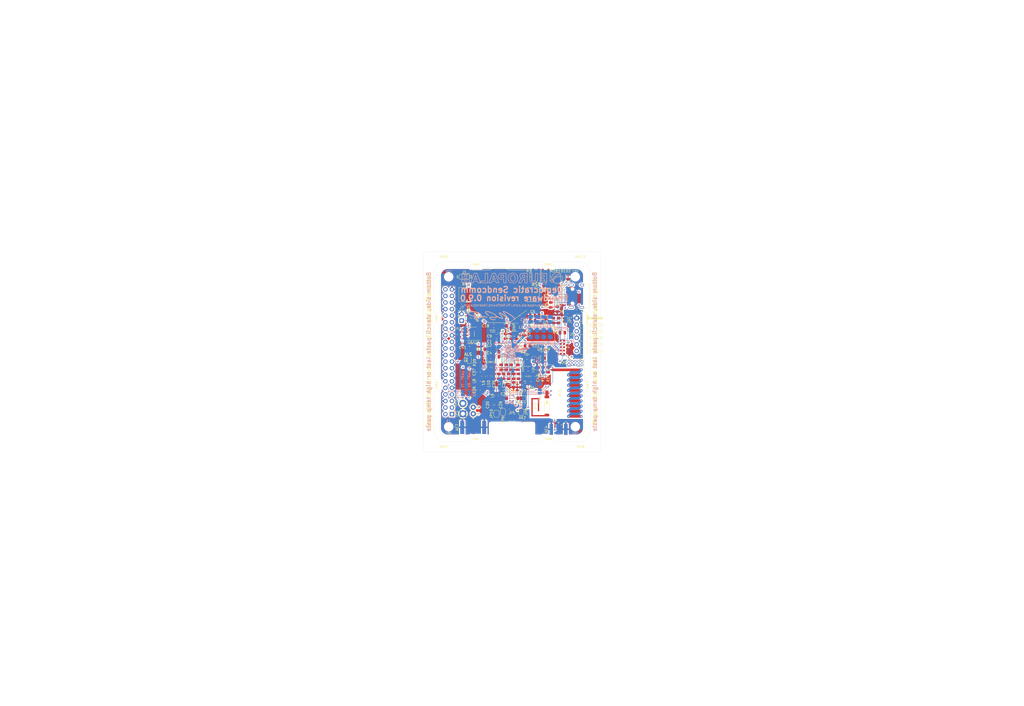
<source format=kicad_pcb>
(kicad_pcb (version 20171130) (host pcbnew 5.1.5+dfsg1-2build2)

  (general
    (thickness 1.6)
    (drawings 109)
    (tracks 1070)
    (zones 0)
    (modules 133)
    (nets 136)
  )

  (page A3)
  (title_block
    (title "Democratic Sendcomm")
    (date 2020-11-20)
    (rev 0.9.0)
    (company "Europalab Devices")
    (comment 1 "Copyright © 2020, Europalab Devices")
    (comment 2 "Fulfilling requirements of 20200210")
    (comment 3 "Pending quality assurance testing")
    (comment 4 "Release revision for manufacturing")
  )

  (layers
    (0 F.Cu signal)
    (1 In1.Cu signal)
    (2 In2.Cu signal)
    (31 B.Cu signal)
    (34 B.Paste user)
    (35 F.Paste user)
    (36 B.SilkS user)
    (37 F.SilkS user)
    (38 B.Mask user)
    (39 F.Mask user)
    (40 Dwgs.User user)
    (41 Cmts.User user)
    (44 Edge.Cuts user)
    (45 Margin user)
    (46 B.CrtYd user)
    (47 F.CrtYd user)
    (48 B.Fab user)
    (49 F.Fab user)
  )

  (setup
    (last_trace_width 0.09)
    (user_trace_width 0.1016)
    (user_trace_width 0.127)
    (user_trace_width 0.2)
    (trace_clearance 0.09)
    (zone_clearance 0.508)
    (zone_45_only no)
    (trace_min 0.09)
    (via_size 0.356)
    (via_drill 0.2)
    (via_min_size 0.356)
    (via_min_drill 0.2)
    (user_via 0.45 0.2)
    (user_via 0.6 0.3)
    (uvia_size 0.45)
    (uvia_drill 0.1)
    (uvias_allowed no)
    (uvia_min_size 0.45)
    (uvia_min_drill 0.1)
    (edge_width 0.1)
    (segment_width 0.1)
    (pcb_text_width 0.25)
    (pcb_text_size 1 1)
    (mod_edge_width 0.15)
    (mod_text_size 1 1)
    (mod_text_width 0.15)
    (pad_size 2 1.5)
    (pad_drill 0)
    (pad_to_mask_clearance 0)
    (aux_axis_origin 0 0)
    (visible_elements 7FFFFFFF)
    (pcbplotparams
      (layerselection 0x313fc_ffffffff)
      (usegerberextensions true)
      (usegerberattributes false)
      (usegerberadvancedattributes false)
      (creategerberjobfile false)
      (excludeedgelayer true)
      (linewidth 0.150000)
      (plotframeref false)
      (viasonmask false)
      (mode 1)
      (useauxorigin false)
      (hpglpennumber 1)
      (hpglpenspeed 20)
      (hpglpendiameter 15.000000)
      (psnegative false)
      (psa4output false)
      (plotreference true)
      (plotvalue true)
      (plotinvisibletext false)
      (padsonsilk false)
      (subtractmaskfromsilk false)
      (outputformat 1)
      (mirror false)
      (drillshape 0)
      (scaleselection 1)
      (outputdirectory "fabsingle"))
  )

  (net 0 "")
  (net 1 GND)
  (net 2 "Net-(AE1-Pad1)")
  (net 3 /Sheet5F53D5B4/RFSWPWR)
  (net 4 "Net-(C8-Pad1)")
  (net 5 /Sheet5F53D5B4/POWAMP)
  (net 6 "Net-(C13-Pad1)")
  (net 7 /Sheet5F53D5B4/HFOUT)
  (net 8 +3V3)
  (net 9 "Net-(C29-Pad1)")
  (net 10 /Sheet5F53D5B4/UART_RX)
  (net 11 /Sheet5F53D5B4/UART_TX)
  (net 12 /Sheet5F53D5B4/HPOUT)
  (net 13 /Sheet5F53D5B4/HFIN)
  (net 14 /Sheet5F53D5B4/BANDSEL)
  (net 15 "Net-(BT1-Pad1)")
  (net 16 /Sheet5F53D5B4/USB_BUS)
  (net 17 "Net-(C33-Pad1)")
  (net 18 "Net-(C34-Pad1)")
  (net 19 /Sheet5F53D5B4/CMDRST)
  (net 20 "Net-(D1-Pad2)")
  (net 21 "Net-(D1-Pad1)")
  (net 22 "Net-(D2-Pad1)")
  (net 23 "Net-(D2-Pad2)")
  (net 24 /Sheet5F53D5B4/USB_P)
  (net 25 /Sheet5F53D5B4/USB_N)
  (net 26 /Sheet60040980/ID_SD)
  (net 27 /Sheet60040980/ID_SC)
  (net 28 /Sheet5F53D5B4/SWDCLK)
  (net 29 "Net-(J3-Pad7)")
  (net 30 "Net-(J3-Pad8)")
  (net 31 "Net-(J4-Pad6)")
  (net 32 /Sheet5F53D5B4/CN_VBAT)
  (net 33 /Sheet5F53D5B4/XCEIV)
  (net 34 /Sheet5F53D5B4/CRYSTAL_XIN-RESERVED)
  (net 35 /Sheet5F53D5B4/CRYSTAL_XOUT-RESERVED)
  (net 36 "Net-(AE5-Pad2)")
  (net 37 "Net-(C1-Pad1)")
  (net 38 "Net-(C7-Pad1)")
  (net 39 "Net-(C14-Pad1)")
  (net 40 "Net-(C17-Pad1)")
  (net 41 "Net-(C18-Pad2)")
  (net 42 "Net-(C19-Pad2)")
  (net 43 "Net-(C23-Pad2)")
  (net 44 "Net-(C23-Pad1)")
  (net 45 "Net-(C24-Pad1)")
  (net 46 "Net-(C24-Pad2)")
  (net 47 "Net-(C29-Pad2)")
  (net 48 "Net-(C33-Pad2)")
  (net 49 "Net-(C35-Pad2)")
  (net 50 "Net-(C40-Pad1)")
  (net 51 "Net-(J2-PadB5)")
  (net 52 "Net-(J2-PadA8)")
  (net 53 "Net-(J2-PadA5)")
  (net 54 "Net-(J2-PadB8)")
  (net 55 "Net-(J2-PadA4)")
  (net 56 "Net-(J3-Pad2)")
  (net 57 "Net-(J3-Pad3)")
  (net 58 "Net-(J3-Pad4)")
  (net 59 "Net-(J3-Pad5)")
  (net 60 "Net-(J3-Pad10)")
  (net 61 "Net-(J3-Pad11)")
  (net 62 "Net-(J3-Pad12)")
  (net 63 "Net-(J3-Pad13)")
  (net 64 "Net-(J3-Pad15)")
  (net 65 "Net-(J3-Pad16)")
  (net 66 "Net-(J3-Pad18)")
  (net 67 "Net-(J3-Pad19)")
  (net 68 "Net-(J3-Pad21)")
  (net 69 "Net-(J3-Pad22)")
  (net 70 "Net-(J3-Pad23)")
  (net 71 "Net-(J3-Pad24)")
  (net 72 "Net-(J3-Pad26)")
  (net 73 "Net-(J3-Pad29)")
  (net 74 "Net-(J3-Pad31)")
  (net 75 "Net-(J3-Pad32)")
  (net 76 "Net-(J3-Pad33)")
  (net 77 "Net-(J3-Pad35)")
  (net 78 "Net-(J3-Pad36)")
  (net 79 "Net-(J3-Pad37)")
  (net 80 "Net-(J3-Pad38)")
  (net 81 "Net-(J3-Pad40)")
  (net 82 "Net-(J4-Pad7)")
  (net 83 "Net-(J4-Pad8)")
  (net 84 "Net-(J5-Pad2)")
  (net 85 "Net-(J5-Pad3)")
  (net 86 "Net-(J5-Pad6)")
  (net 87 "Net-(J6-Pad1)")
  (net 88 "Net-(L1-Pad2)")
  (net 89 "Net-(R3-Pad1)")
  (net 90 "Net-(R4-Pad1)")
  (net 91 "Net-(R4-Pad2)")
  (net 92 "Net-(U2-Pad5)")
  (net 93 "Net-(U3-PadG1)")
  (net 94 "Net-(U3-PadH1)")
  (net 95 "Net-(U3-PadE3)")
  (net 96 "Net-(U3-PadE4)")
  (net 97 "Net-(U3-PadF4)")
  (net 98 "Net-(U3-PadE5)")
  (net 99 "Net-(U3-PadC7)")
  (net 100 "Net-(U3-PadD7)")
  (net 101 "Net-(U3-PadD8)")
  (net 102 "Net-(U5-Pad3)")
  (net 103 "Net-(U5-Pad4)")
  (net 104 "Net-(U8-Pad7)")
  (net 105 "Net-(U8-Pad3)")
  (net 106 "Net-(U8-Pad2)")
  (net 107 "Net-(U8-Pad1)")
  (net 108 "Net-(U9-Pad1)")
  (net 109 "Net-(U9-Pad2)")
  (net 110 "Net-(U9-Pad3)")
  (net 111 "Net-(U9-Pad7)")
  (net 112 /Sheet5F53D5B4/SWDIO)
  (net 113 "Net-(AE2-Pad1)")
  (net 114 "Net-(AE4-Pad1)")
  (net 115 "Net-(AE5-Pad1)")
  (net 116 "Net-(AE7-Pad1)")
  (net 117 "Net-(JP10-Pad1)")
  (net 118 "Net-(J6-Pad2)")
  (net 119 "Net-(J6-Pad3)")
  (net 120 "Net-(J6-Pad4)")
  (net 121 "Net-(J6-Pad5)")
  (net 122 "Net-(J6-Pad6)")
  (net 123 "Net-(J6-Pad7)")
  (net 124 "Net-(J6-Pad8)")
  (net 125 "Net-(J7-Pad1)")
  (net 126 "Net-(C94-Pad1)")
  (net 127 "Net-(C95-Pad1)")
  (net 128 "Net-(JP26-Pad1)")
  (net 129 /TP_SCL)
  (net 130 /TP_SDA)
  (net 131 "Net-(J20-Pad6)")
  (net 132 "Net-(J20-Pad7)")
  (net 133 "Net-(J20-Pad8)")
  (net 134 "Net-(Q2-Pad2)")
  (net 135 "Net-(JP27-Pad3)")

  (net_class Default "This is the default net class."
    (clearance 0.09)
    (trace_width 0.09)
    (via_dia 0.356)
    (via_drill 0.2)
    (uvia_dia 0.45)
    (uvia_drill 0.1)
    (add_net +3V3)
    (add_net /Sheet5F53D5B4/BANDSEL)
    (add_net /Sheet5F53D5B4/CMDRST)
    (add_net /Sheet5F53D5B4/CN_VBAT)
    (add_net /Sheet5F53D5B4/CRYSTAL_XIN-RESERVED)
    (add_net /Sheet5F53D5B4/CRYSTAL_XOUT-RESERVED)
    (add_net /Sheet5F53D5B4/HFIN)
    (add_net /Sheet5F53D5B4/HFOUT)
    (add_net /Sheet5F53D5B4/HPOUT)
    (add_net /Sheet5F53D5B4/POWAMP)
    (add_net /Sheet5F53D5B4/RFSWPWR)
    (add_net /Sheet5F53D5B4/SWDCLK)
    (add_net /Sheet5F53D5B4/SWDIO)
    (add_net /Sheet5F53D5B4/UART_RX)
    (add_net /Sheet5F53D5B4/UART_TX)
    (add_net /Sheet5F53D5B4/USB_BUS)
    (add_net /Sheet5F53D5B4/USB_N)
    (add_net /Sheet5F53D5B4/USB_P)
    (add_net /Sheet5F53D5B4/XCEIV)
    (add_net /Sheet60040980/ID_SC)
    (add_net /Sheet60040980/ID_SD)
    (add_net /TP_SCL)
    (add_net /TP_SDA)
    (add_net GND)
    (add_net "Net-(AE1-Pad1)")
    (add_net "Net-(AE2-Pad1)")
    (add_net "Net-(AE4-Pad1)")
    (add_net "Net-(AE5-Pad1)")
    (add_net "Net-(AE5-Pad2)")
    (add_net "Net-(AE7-Pad1)")
    (add_net "Net-(BT1-Pad1)")
    (add_net "Net-(C1-Pad1)")
    (add_net "Net-(C13-Pad1)")
    (add_net "Net-(C14-Pad1)")
    (add_net "Net-(C17-Pad1)")
    (add_net "Net-(C18-Pad2)")
    (add_net "Net-(C19-Pad2)")
    (add_net "Net-(C23-Pad1)")
    (add_net "Net-(C23-Pad2)")
    (add_net "Net-(C24-Pad1)")
    (add_net "Net-(C24-Pad2)")
    (add_net "Net-(C29-Pad1)")
    (add_net "Net-(C29-Pad2)")
    (add_net "Net-(C33-Pad1)")
    (add_net "Net-(C33-Pad2)")
    (add_net "Net-(C34-Pad1)")
    (add_net "Net-(C35-Pad2)")
    (add_net "Net-(C40-Pad1)")
    (add_net "Net-(C7-Pad1)")
    (add_net "Net-(C8-Pad1)")
    (add_net "Net-(C94-Pad1)")
    (add_net "Net-(C95-Pad1)")
    (add_net "Net-(D1-Pad1)")
    (add_net "Net-(D1-Pad2)")
    (add_net "Net-(D2-Pad1)")
    (add_net "Net-(D2-Pad2)")
    (add_net "Net-(J2-PadA4)")
    (add_net "Net-(J2-PadA5)")
    (add_net "Net-(J2-PadA8)")
    (add_net "Net-(J2-PadB5)")
    (add_net "Net-(J2-PadB8)")
    (add_net "Net-(J20-Pad6)")
    (add_net "Net-(J20-Pad7)")
    (add_net "Net-(J20-Pad8)")
    (add_net "Net-(J3-Pad10)")
    (add_net "Net-(J3-Pad11)")
    (add_net "Net-(J3-Pad12)")
    (add_net "Net-(J3-Pad13)")
    (add_net "Net-(J3-Pad15)")
    (add_net "Net-(J3-Pad16)")
    (add_net "Net-(J3-Pad18)")
    (add_net "Net-(J3-Pad19)")
    (add_net "Net-(J3-Pad2)")
    (add_net "Net-(J3-Pad21)")
    (add_net "Net-(J3-Pad22)")
    (add_net "Net-(J3-Pad23)")
    (add_net "Net-(J3-Pad24)")
    (add_net "Net-(J3-Pad26)")
    (add_net "Net-(J3-Pad29)")
    (add_net "Net-(J3-Pad3)")
    (add_net "Net-(J3-Pad31)")
    (add_net "Net-(J3-Pad32)")
    (add_net "Net-(J3-Pad33)")
    (add_net "Net-(J3-Pad35)")
    (add_net "Net-(J3-Pad36)")
    (add_net "Net-(J3-Pad37)")
    (add_net "Net-(J3-Pad38)")
    (add_net "Net-(J3-Pad4)")
    (add_net "Net-(J3-Pad40)")
    (add_net "Net-(J3-Pad5)")
    (add_net "Net-(J3-Pad7)")
    (add_net "Net-(J3-Pad8)")
    (add_net "Net-(J4-Pad6)")
    (add_net "Net-(J4-Pad7)")
    (add_net "Net-(J4-Pad8)")
    (add_net "Net-(J5-Pad2)")
    (add_net "Net-(J5-Pad3)")
    (add_net "Net-(J5-Pad6)")
    (add_net "Net-(J6-Pad1)")
    (add_net "Net-(J6-Pad2)")
    (add_net "Net-(J6-Pad3)")
    (add_net "Net-(J6-Pad4)")
    (add_net "Net-(J6-Pad5)")
    (add_net "Net-(J6-Pad6)")
    (add_net "Net-(J6-Pad7)")
    (add_net "Net-(J6-Pad8)")
    (add_net "Net-(J7-Pad1)")
    (add_net "Net-(JP10-Pad1)")
    (add_net "Net-(JP26-Pad1)")
    (add_net "Net-(JP27-Pad3)")
    (add_net "Net-(L1-Pad2)")
    (add_net "Net-(Q2-Pad2)")
    (add_net "Net-(R3-Pad1)")
    (add_net "Net-(R4-Pad1)")
    (add_net "Net-(R4-Pad2)")
    (add_net "Net-(U2-Pad5)")
    (add_net "Net-(U3-PadC7)")
    (add_net "Net-(U3-PadD7)")
    (add_net "Net-(U3-PadD8)")
    (add_net "Net-(U3-PadE3)")
    (add_net "Net-(U3-PadE4)")
    (add_net "Net-(U3-PadE5)")
    (add_net "Net-(U3-PadF4)")
    (add_net "Net-(U3-PadG1)")
    (add_net "Net-(U3-PadH1)")
    (add_net "Net-(U5-Pad3)")
    (add_net "Net-(U5-Pad4)")
    (add_net "Net-(U8-Pad1)")
    (add_net "Net-(U8-Pad2)")
    (add_net "Net-(U8-Pad3)")
    (add_net "Net-(U8-Pad7)")
    (add_net "Net-(U9-Pad1)")
    (add_net "Net-(U9-Pad2)")
    (add_net "Net-(U9-Pad3)")
    (add_net "Net-(U9-Pad7)")
  )

  (net_class Power ""
    (clearance 0.2)
    (trace_width 0.5)
    (via_dia 1)
    (via_drill 0.7)
    (uvia_dia 0.5)
    (uvia_drill 0.1)
  )

  (module Elabdev:Meinkuerzel_signature_480DPI (layer B.Cu) (tedit 0) (tstamp 5FBE809B)
    (at 202 134 180)
    (fp_text reference G1 (at 0 0) (layer B.SilkS) hide
      (effects (font (size 1.524 1.524) (thickness 0.3)) (justify mirror))
    )
    (fp_text value Meinkuerzel_signature (at 0.75 0) (layer B.SilkS) hide
      (effects (font (size 1.524 1.524) (thickness 0.3)) (justify mirror))
    )
    (fp_poly (pts (xy 7.849084 1.675651) (xy 8.303148 1.632827) (xy 8.685942 1.550363) (xy 8.876057 1.481326)
      (xy 9.07938 1.34976) (xy 9.204465 1.178624) (xy 9.241225 0.986809) (xy 9.210768 0.854557)
      (xy 9.078684 0.643748) (xy 8.864557 0.429964) (xy 8.589687 0.233059) (xy 8.471807 0.165759)
      (xy 8.232808 0.053863) (xy 7.923436 -0.068816) (xy 7.576824 -0.190996) (xy 7.226108 -0.301392)
      (xy 6.904421 -0.388723) (xy 6.731621 -0.426811) (xy 6.398868 -0.490816) (xy 6.556265 -0.586535)
      (xy 6.736632 -0.743549) (xy 6.819572 -0.938245) (xy 6.82625 -1.022915) (xy 6.780462 -1.15416)
      (xy 6.660466 -1.295963) (xy 6.49231 -1.424979) (xy 6.30204 -1.517866) (xy 6.258842 -1.531402)
      (xy 6.0446 -1.569955) (xy 5.805186 -1.581627) (xy 5.582286 -1.566858) (xy 5.417587 -1.526091)
      (xy 5.409578 -1.522402) (xy 5.285381 -1.409276) (xy 5.232727 -1.237525) (xy 5.243042 -1.133742)
      (xy 5.545646 -1.133742) (xy 5.569322 -1.243922) (xy 5.599007 -1.270742) (xy 5.725804 -1.30367)
      (xy 5.911501 -1.301091) (xy 6.117136 -1.267785) (xy 6.303743 -1.20853) (xy 6.368163 -1.176419)
      (xy 6.483421 -1.090411) (xy 6.547775 -1.006994) (xy 6.550669 -0.996984) (xy 6.519163 -0.903747)
      (xy 6.404517 -0.814537) (xy 6.229026 -0.742568) (xy 6.060328 -0.706358) (xy 5.903418 -0.693399)
      (xy 5.806355 -0.717484) (xy 5.726223 -0.79035) (xy 5.718194 -0.79992) (xy 5.596762 -0.979847)
      (xy 5.545646 -1.133742) (xy 5.243042 -1.133742) (xy 5.253531 -1.028227) (xy 5.344918 -0.810631)
      (xy 5.442538 -0.642303) (xy 5.295353 -0.646487) (xy 5.12125 -0.625399) (xy 5.035885 -0.550663)
      (xy 5.027083 -0.501447) (xy 5.075804 -0.410776) (xy 5.222941 -0.351671) (xy 5.469958 -0.32355)
      (xy 5.476875 -0.323261) (xy 5.599677 -0.314345) (xy 5.697993 -0.289875) (xy 5.794712 -0.235966)
      (xy 5.912725 -0.138734) (xy 6.074923 0.015705) (xy 6.138333 0.077935) (xy 6.357426 0.284825)
      (xy 6.520758 0.415811) (xy 6.63982 0.476704) (xy 6.726105 0.473318) (xy 6.791106 0.411464)
      (xy 6.792772 0.408883) (xy 6.813029 0.349999) (xy 6.787897 0.281807) (xy 6.704882 0.184844)
      (xy 6.561666 0.048946) (xy 6.270625 -0.217166) (xy 6.532899 -0.183078) (xy 6.900304 -0.115245)
      (xy 7.289474 -0.008645) (xy 7.678243 0.127507) (xy 8.044445 0.283994) (xy 8.365914 0.451601)
      (xy 8.620483 0.621112) (xy 8.749193 0.738377) (xy 8.856936 0.865956) (xy 8.92727 0.965202)
      (xy 8.942916 1.001728) (xy 8.895983 1.084773) (xy 8.773369 1.176095) (xy 8.602358 1.259484)
      (xy 8.410231 1.318727) (xy 8.408998 1.318992) (xy 8.149682 1.354937) (xy 7.8128 1.371973)
      (xy 7.424917 1.370093) (xy 7.012599 1.349291) (xy 6.686734 1.319437) (xy 6.066773 1.222977)
      (xy 5.517194 1.081213) (xy 5.043989 0.897075) (xy 4.653152 0.673494) (xy 4.350673 0.413401)
      (xy 4.142546 0.119727) (xy 4.114637 0.061443) (xy 4.047094 -0.15251) (xy 4.06025 -0.336634)
      (xy 4.160207 -0.518581) (xy 4.270456 -0.644496) (xy 4.390411 -0.79173) (xy 4.431252 -0.900383)
      (xy 4.427296 -0.922309) (xy 4.357272 -0.99719) (xy 4.242023 -0.977517) (xy 4.082983 -0.863726)
      (xy 4.010682 -0.795217) (xy 3.879838 -0.680755) (xy 3.765594 -0.608691) (xy 3.712637 -0.594925)
      (xy 3.6215 -0.594723) (xy 3.455888 -0.585507) (xy 3.246599 -0.569127) (xy 3.175 -0.562633)
      (xy 2.951086 -0.544014) (xy 2.793821 -0.54282) (xy 2.664643 -0.565021) (xy 2.524987 -0.61659)
      (xy 2.371034 -0.687127) (xy 2.100169 -0.795663) (xy 1.89262 -0.837972) (xy 1.841867 -0.837015)
      (xy 1.72083 -0.812158) (xy 1.663036 -0.745697) (xy 1.637803 -0.635) (xy 1.623821 -0.491701)
      (xy 1.628566 -0.389706) (xy 1.630235 -0.383646) (xy 1.692219 -0.322789) (xy 1.789679 -0.330876)
      (xy 1.885465 -0.399867) (xy 1.916539 -0.445597) (xy 1.984375 -0.573694) (xy 2.371569 -0.384068)
      (xy 2.758764 -0.194442) (xy 3.165319 -0.256321) (xy 3.413597 -0.293214) (xy 3.576071 -0.310583)
      (xy 3.67165 -0.304292) (xy 3.719238 -0.270208) (xy 3.737742 -0.204195) (xy 3.744012 -0.129767)
      (xy 3.817818 0.177969) (xy 3.989413 0.470621) (xy 4.251219 0.74303) (xy 4.595656 0.99004)
      (xy 5.015149 1.206492) (xy 5.502117 1.387229) (xy 6.048984 1.527094) (xy 6.228561 1.561184)
      (xy 6.794861 1.64034) (xy 7.340678 1.678326) (xy 7.849084 1.675651)) (layer B.SilkS) (width 0.01))
    (fp_poly (pts (xy -4.580024 1.756567) (xy -4.544854 1.74305) (xy -4.466016 1.67622) (xy -4.437143 1.580417)
      (xy -4.461964 1.447967) (xy -4.544204 1.271201) (xy -4.68759 1.042447) (xy -4.895848 0.754033)
      (xy -5.172705 0.39829) (xy -5.237349 0.3175) (xy -5.411926 0.098408) (xy -5.577817 -0.112809)
      (xy -5.714811 -0.290245) (xy -5.794689 -0.396875) (xy -5.948296 -0.608542) (xy -5.791961 -0.468507)
      (xy -5.700695 -0.392772) (xy -5.541009 -0.266466) (xy -5.329307 -0.10231) (xy -5.081994 0.086977)
      (xy -4.815472 0.288675) (xy -4.815417 0.288716) (xy -4.345432 0.631252) (xy -3.946225 0.897872)
      (xy -3.615767 1.089474) (xy -3.352032 1.206955) (xy -3.152989 1.251211) (xy -3.016612 1.223138)
      (xy -2.940872 1.123633) (xy -2.939055 1.118116) (xy -2.92791 1.023519) (xy -2.955738 0.908417)
      (xy -3.029742 0.759005) (xy -3.157121 0.561475) (xy -3.345079 0.302021) (xy -3.409058 0.217037)
      (xy -3.654587 -0.113597) (xy -3.860834 -0.404313) (xy -4.022275 -0.646491) (xy -4.133388 -0.831509)
      (xy -4.188652 -0.950744) (xy -4.185335 -0.994958) (xy -4.120655 -0.981486) (xy -3.976478 -0.932768)
      (xy -3.770527 -0.855371) (xy -3.520529 -0.755864) (xy -3.349225 -0.685128) (xy -3.06462 -0.570045)
      (xy -2.797019 -0.469163) (xy -2.569108 -0.390505) (xy -2.403576 -0.342097) (xy -2.349431 -0.331513)
      (xy -2.183877 -0.291941) (xy -2.07811 -0.206425) (xy -2.041672 -0.151915) (xy -1.850086 0.096101)
      (xy -1.567603 0.354844) (xy -1.207453 0.616123) (xy -0.78287 0.87175) (xy -0.307084 1.113536)
      (xy 0.206672 1.333293) (xy 0.574448 1.467145) (xy 0.853452 1.556991) (xy 1.074831 1.61415)
      (xy 1.278935 1.645957) (xy 1.506112 1.659747) (xy 1.647661 1.662241) (xy 1.89537 1.661355)
      (xy 2.061526 1.650821) (xy 2.170245 1.626908) (xy 2.245641 1.585888) (xy 2.269431 1.566069)
      (xy 2.364656 1.413892) (xy 2.378536 1.21834) (xy 2.31231 1.002224) (xy 2.231511 0.867835)
      (xy 2.055394 0.653788) (xy 1.846452 0.444397) (xy 1.622129 0.252501) (xy 1.399873 0.090942)
      (xy 1.19713 -0.02744) (xy 1.031346 -0.089804) (xy 0.931657 -0.088852) (xy 0.853749 -0.025156)
      (xy 0.874571 0.06423) (xy 0.991583 0.174246) (xy 1.09802 0.242886) (xy 1.314624 0.387246)
      (xy 1.527802 0.560014) (xy 1.72429 0.746283) (xy 1.890825 0.931146) (xy 2.014146 1.099697)
      (xy 2.080988 1.237027) (xy 2.078088 1.32823) (xy 2.071165 1.336667) (xy 1.954541 1.387475)
      (xy 1.756832 1.400928) (xy 1.494763 1.380087) (xy 1.185063 1.328013) (xy 0.844457 1.247766)
      (xy 0.489674 1.142406) (xy 0.137439 1.014995) (xy -0.00172 0.957368) (xy -0.385109 0.777304)
      (xy -0.74297 0.581237) (xy -1.065571 0.377182) (xy -1.343179 0.173152) (xy -1.566062 -0.022838)
      (xy -1.724487 -0.202776) (xy -1.808722 -0.358647) (xy -1.809035 -0.482438) (xy -1.789329 -0.514562)
      (xy -1.69188 -0.558953) (xy -1.49842 -0.578536) (xy -1.2158 -0.573404) (xy -0.850872 -0.543648)
      (xy -0.464887 -0.496867) (xy -0.056607 -0.452123) (xy 0.260382 -0.442712) (xy 0.494773 -0.469264)
      (xy 0.655256 -0.532408) (xy 0.714552 -0.58228) (xy 0.776217 -0.725165) (xy 0.746162 -0.908878)
      (xy 0.632079 -1.115352) (xy 0.45893 -1.290216) (xy 0.2117 -1.450188) (xy -0.085638 -1.588107)
      (xy -0.409112 -1.696809) (xy -0.734748 -1.769134) (xy -1.038572 -1.797919) (xy -1.296612 -1.776003)
      (xy -1.42875 -1.731015) (xy -1.546706 -1.617759) (xy -1.577815 -1.519827) (xy -1.560687 -1.389395)
      (xy -1.486335 -1.336349) (xy -1.378138 -1.369493) (xy -1.317893 -1.421952) (xy -1.19986 -1.505637)
      (xy -1.092449 -1.534584) (xy -0.859949 -1.513387) (xy -0.579373 -1.457345) (xy -0.297878 -1.377776)
      (xy -0.068589 -1.288836) (xy 0.116249 -1.181832) (xy 0.284174 -1.050661) (xy 0.411262 -0.917533)
      (xy 0.473586 -0.804658) (xy 0.47625 -0.783054) (xy 0.425256 -0.757675) (xy 0.277287 -0.748743)
      (xy 0.039858 -0.755912) (xy -0.279513 -0.778835) (xy -0.673311 -0.817167) (xy -0.956033 -0.849048)
      (xy -1.308534 -0.882196) (xy -1.57585 -0.8857) (xy -1.774982 -0.85746) (xy -1.922933 -0.795374)
      (xy -2.017888 -0.717835) (xy -2.096716 -0.653738) (xy -2.190635 -0.62131) (xy -2.313833 -0.623423)
      (xy -2.480498 -0.662945) (xy -2.704818 -0.742748) (xy -3.00098 -0.865702) (xy -3.216817 -0.960383)
      (xy -3.585839 -1.11854) (xy -3.874386 -1.227749) (xy -4.094462 -1.290524) (xy -4.258069 -1.309381)
      (xy -4.377212 -1.286836) (xy -4.463891 -1.225404) (xy -4.466704 -1.222337) (xy -4.518051 -1.14061)
      (xy -4.530831 -1.040781) (xy -4.500098 -0.912213) (xy -4.420902 -0.744269) (xy -4.288295 -0.526313)
      (xy -4.097327 -0.247708) (xy -3.863138 0.07498) (xy -3.679345 0.325213) (xy -3.519393 0.545064)
      (xy -3.393108 0.720859) (xy -3.310313 0.838921) (xy -3.280834 0.885525) (xy -3.323557 0.888476)
      (xy -3.399896 0.869711) (xy -3.542096 0.805036) (xy -3.750284 0.678102) (xy -4.027571 0.486762)
      (xy -4.377062 0.228867) (xy -4.801868 -0.097732) (xy -4.81991 -0.111817) (xy -5.187034 -0.396401)
      (xy -5.482932 -0.620081) (xy -5.717862 -0.789492) (xy -5.902078 -0.911266) (xy -6.045837 -0.99204)
      (xy -6.159396 -1.038447) (xy -6.25301 -1.057121) (xy -6.283148 -1.058333) (xy -6.40378 -1.045849)
      (xy -6.450441 -0.994435) (xy -6.455563 -0.939271) (xy -6.445942 -0.865735) (xy -6.412644 -0.776476)
      (xy -6.348546 -0.66103) (xy -6.24652 -0.508935) (xy -6.099443 -0.309727) (xy -5.90019 -0.052942)
      (xy -5.641635 0.271882) (xy -5.570553 0.360397) (xy -5.363566 0.620769) (xy -5.174974 0.863504)
      (xy -5.016826 1.072659) (xy -4.901172 1.23229) (xy -4.84006 1.326453) (xy -4.839117 1.328251)
      (xy -4.786636 1.436383) (xy -4.790145 1.473528) (xy -4.856494 1.462433) (xy -4.877731 1.456477)
      (xy -4.973599 1.420322) (xy -5.140081 1.348706) (xy -5.352621 1.252468) (xy -5.55625 1.156974)
      (xy -6.094525 0.881508) (xy -6.644499 0.565345) (xy -7.182748 0.223911) (xy -7.685848 -0.12737)
      (xy -8.130378 -0.473072) (xy -8.424687 -0.732038) (xy -8.650145 -0.95487) (xy -8.800069 -1.131002)
      (xy -8.884377 -1.276175) (xy -8.912984 -1.406131) (xy -8.905425 -1.495188) (xy -8.906488 -1.61853)
      (xy -8.964006 -1.672137) (xy -9.075823 -1.672519) (xy -9.156792 -1.593028) (xy -9.200558 -1.456755)
      (xy -9.200763 -1.286789) (xy -9.151052 -1.106218) (xy -9.131299 -1.06447) (xy -9.024915 -0.913844)
      (xy -8.843627 -0.718433) (xy -8.601654 -0.490528) (xy -8.313213 -0.242422) (xy -7.992524 0.013592)
      (xy -7.653804 0.265222) (xy -7.3545 0.471681) (xy -6.896098 0.764541) (xy -6.449337 1.028776)
      (xy -6.024338 1.259805) (xy -5.631223 1.453048) (xy -5.280112 1.603926) (xy -4.981128 1.707858)
      (xy -4.744392 1.760265) (xy -4.580024 1.756567)) (layer B.SilkS) (width 0.01))
  )

  (module Elabdev:Panel_Mousetab_25mm_Single (layer F.Cu) (tedit 5CD9E59A) (tstamp 5FBE7343)
    (at 224 114.25 270)
    (path /5CD5C3A7)
    (fp_text reference TAB5 (at 0 0 180) (layer F.SilkS)
      (effects (font (size 0.8 0.8) (thickness 0.13)))
    )
    (fp_text value Pantab (at 0 -3.5 270) (layer F.Fab)
      (effects (font (size 1 1) (thickness 0.15)))
    )
    (fp_line (start -2.1 -2.6) (end 2.1 -2.6) (layer F.CrtYd) (width 0.15))
    (fp_line (start -2.1 2.6) (end -2.1 -2.6) (layer F.CrtYd) (width 0.15))
    (fp_line (start 2.1 2.6) (end -2.1 2.6) (layer F.CrtYd) (width 0.15))
    (fp_line (start 2.1 -2.6) (end 2.1 2.6) (layer F.CrtYd) (width 0.15))
    (fp_line (start -1.25 -2.2) (end -1.25 2.2) (layer F.Fab) (width 0.15))
    (fp_line (start 1.25 -2.2) (end 1.25 2.2) (layer F.Fab) (width 0.15))
    (pad "" np_thru_hole circle (at 1.35 -2 270) (size 0.5 0.5) (drill 0.5) (layers *.Cu))
    (pad "" np_thru_hole circle (at 1.35 -1.2 270) (size 0.5 0.5) (drill 0.5) (layers *.Cu))
    (pad "" np_thru_hole circle (at 1.35 -0.4 270) (size 0.5 0.5) (drill 0.5) (layers *.Cu))
    (pad "" np_thru_hole circle (at 1.35 0.4 270) (size 0.5 0.5) (drill 0.5) (layers *.Cu))
    (pad "" np_thru_hole circle (at 1.35 1.2 270) (size 0.5 0.5) (drill 0.5) (layers *.Cu))
    (pad "" np_thru_hole circle (at 1.35 2 270) (size 0.5 0.5) (drill 0.5) (layers *.Cu))
  )

  (module Elabdev:Elablogoslk-Gfx (layer B.Cu) (tedit 0) (tstamp 5FBDF7AF)
    (at 210 119.5 180)
    (fp_text reference G** (at 0 0) (layer B.SilkS) hide
      (effects (font (size 1.524 1.524) (thickness 0.3)) (justify mirror))
    )
    (fp_text value Elablogoslk (at 0.75 0) (layer B.SilkS) hide
      (effects (font (size 1.524 1.524) (thickness 0.3)) (justify mirror))
    )
    (fp_poly (pts (xy -15.405836 -0.675184) (xy -15.287483 -0.702055) (xy -15.188143 -0.754619) (xy -15.108772 -0.827765)
      (xy -15.050327 -0.916382) (xy -15.013763 -1.015359) (xy -15.000037 -1.119584) (xy -15.010104 -1.223945)
      (xy -15.04492 -1.323332) (xy -15.105441 -1.412633) (xy -15.192623 -1.486737) (xy -15.24833 -1.517344)
      (xy -15.356716 -1.550357) (xy -15.476625 -1.557984) (xy -15.592872 -1.539403) (xy -15.602283 -1.53653)
      (xy -15.678123 -1.497127) (xy -15.752493 -1.432517) (xy -15.815972 -1.352895) (xy -15.859141 -1.268459)
      (xy -15.864155 -1.2531) (xy -15.88425 -1.176683) (xy -15.891257 -1.117668) (xy -15.885212 -1.059627)
      (xy -15.866149 -0.986134) (xy -15.864727 -0.981328) (xy -15.815988 -0.8777) (xy -15.739972 -0.790432)
      (xy -15.643773 -0.72426) (xy -15.534487 -0.683915) (xy -15.419207 -0.674131) (xy -15.405836 -0.675184)) (layer B.Mask) (width 0.01))
    (fp_poly (pts (xy 17.476107 1.827609) (xy 17.687258 1.825899) (xy 17.865618 1.824237) (xy 18.014678 1.822477)
      (xy 18.137934 1.82047) (xy 18.238879 1.818068) (xy 18.321005 1.815122) (xy 18.387806 1.811484)
      (xy 18.442776 1.807007) (xy 18.489407 1.801541) (xy 18.531194 1.794939) (xy 18.57163 1.787052)
      (xy 18.6055 1.779685) (xy 18.771822 1.733432) (xy 18.923911 1.673315) (xy 19.054677 1.602656)
      (xy 19.157033 1.524776) (xy 19.164226 1.5179) (xy 19.246251 1.417951) (xy 19.315464 1.294688)
      (xy 19.365371 1.16053) (xy 19.377923 1.109275) (xy 19.39052 1.010407) (xy 19.393203 0.893754)
      (xy 19.386762 0.771789) (xy 19.371983 0.656983) (xy 19.349655 0.561808) (xy 19.341939 0.539811)
      (xy 19.283862 0.430962) (xy 19.19941 0.326298) (xy 19.097976 0.236127) (xy 19.019624 0.185927)
      (xy 18.914298 0.12941) (xy 18.968542 0.109123) (xy 19.093064 0.054672) (xy 19.194891 -0.009335)
      (xy 19.285933 -0.089714) (xy 19.390804 -0.214403) (xy 19.467199 -0.350129) (xy 19.516977 -0.501894)
      (xy 19.541997 -0.674698) (xy 19.545898 -0.789214) (xy 19.53245 -0.987132) (xy 19.491752 -1.163006)
      (xy 19.423278 -1.317328) (xy 19.326496 -1.450588) (xy 19.200879 -1.563277) (xy 19.045898 -1.655885)
      (xy 18.861023 -1.728905) (xy 18.645726 -1.782826) (xy 18.442214 -1.81358) (xy 18.390712 -1.817354)
      (xy 18.307346 -1.820878) (xy 18.196536 -1.82407) (xy 18.062704 -1.826851) (xy 17.910272 -1.829142)
      (xy 17.743659 -1.830864) (xy 17.567287 -1.831936) (xy 17.403536 -1.83228) (xy 16.528143 -1.832429)
      (xy 16.528143 -1.197429) (xy 17.471571 -1.197429) (xy 17.812474 -1.197429) (xy 17.960507 -1.19621)
      (xy 18.077011 -1.192363) (xy 18.166668 -1.185602) (xy 18.234157 -1.175639) (xy 18.257984 -1.170182)
      (xy 18.384709 -1.1231) (xy 18.482481 -1.054854) (xy 18.552639 -0.964254) (xy 18.589417 -0.8761)
      (xy 18.611394 -0.756961) (xy 18.608994 -0.636283) (xy 18.583832 -0.523232) (xy 18.537525 -0.426977)
      (xy 18.502598 -0.383459) (xy 18.44707 -0.333771) (xy 18.385424 -0.294593) (xy 18.312843 -0.264829)
      (xy 18.22451 -0.243381) (xy 18.115607 -0.229153) (xy 17.981316 -0.221046) (xy 17.816821 -0.217964)
      (xy 17.775464 -0.217851) (xy 17.471571 -0.217714) (xy 17.471571 -1.197429) (xy 16.528143 -1.197429)
      (xy 16.528143 1.197428) (xy 17.471571 1.197428) (xy 17.471571 0.417286) (xy 17.804933 0.417286)
      (xy 17.937918 0.418126) (xy 18.040036 0.420891) (xy 18.116671 0.425945) (xy 18.173209 0.433651)
      (xy 18.215035 0.444376) (xy 18.217426 0.445205) (xy 18.319056 0.498467) (xy 18.395331 0.575146)
      (xy 18.444205 0.67085) (xy 18.463631 0.781188) (xy 18.451564 0.901769) (xy 18.443884 0.931299)
      (xy 18.396902 1.030842) (xy 18.322562 1.110813) (xy 18.227195 1.165118) (xy 18.18819 1.177399)
      (xy 18.143627 1.184049) (xy 18.070672 1.189765) (xy 17.977218 1.19415) (xy 17.871155 1.196808)
      (xy 17.790109 1.197428) (xy 17.471571 1.197428) (xy 16.528143 1.197428) (xy 16.528143 1.835008)
      (xy 17.476107 1.827609)) (layer B.Mask) (width 0.01))
    (fp_poly (pts (xy 14.119941 1.828149) (xy 14.684369 1.823357) (xy 15.359475 0) (xy 16.034582 -1.823357)
      (xy 15.571079 -1.828205) (xy 15.445094 -1.82918) (xy 15.331429 -1.829406) (xy 15.235013 -1.828925)
      (xy 15.160777 -1.827781) (xy 15.11365 -1.826018) (xy 15.098562 -1.824039) (xy 15.090052 -1.80483)
      (xy 15.071782 -1.756797) (xy 15.045759 -1.68544) (xy 15.013987 -1.59626) (xy 14.978473 -1.494759)
      (xy 14.977731 -1.49262) (xy 14.865914 -1.170214) (xy 14.120645 -1.165479) (xy 13.375375 -1.160744)
      (xy 13.306737 -1.355979) (xy 13.272699 -1.452448) (xy 13.236904 -1.553325) (xy 13.204622 -1.643779)
      (xy 13.188986 -1.687286) (xy 13.139873 -1.823357) (xy 12.664678 -1.828197) (xy 12.53823 -1.828961)
      (xy 12.425118 -1.828639) (xy 12.329969 -1.827326) (xy 12.257408 -1.825117) (xy 12.212064 -1.822108)
      (xy 12.19843 -1.818559) (xy 12.205849 -1.799875) (xy 12.225002 -1.749455) (xy 12.255032 -1.669593)
      (xy 12.295087 -1.562586) (xy 12.34431 -1.430729) (xy 12.401847 -1.276318) (xy 12.466842 -1.101648)
      (xy 12.538441 -0.909015) (xy 12.615789 -0.700714) (xy 12.69803 -0.479041) (xy 12.702348 -0.467391)
      (xy 13.614056 -0.467391) (xy 13.61958 -0.47467) (xy 13.636172 -0.480187) (xy 13.66764 -0.484184)
      (xy 13.717795 -0.486904) (xy 13.790447 -0.488587) (xy 13.889405 -0.489478) (xy 14.01848 -0.489817)
      (xy 14.115143 -0.489857) (xy 14.270607 -0.489531) (xy 14.392961 -0.488457) (xy 14.485375 -0.486493)
      (xy 14.551022 -0.483496) (xy 14.59307 -0.479323) (xy 14.614692 -0.473831) (xy 14.619171 -0.467179)
      (xy 14.611769 -0.445613) (xy 14.593892 -0.393441) (xy 14.566814 -0.314385) (xy 14.53181 -0.212168)
      (xy 14.490155 -0.090515) (xy 14.443125 0.046852) (xy 14.391994 0.196209) (xy 14.367839 0.266773)
      (xy 14.315439 0.418794) (xy 14.266379 0.559098) (xy 14.221933 0.684192) (xy 14.183374 0.790582)
      (xy 14.151976 0.874778) (xy 14.129011 0.933285) (xy 14.115754 0.96261) (xy 14.11319 0.965273)
      (xy 14.105039 0.945854) (xy 14.08648 0.895813) (xy 14.058824 0.818867) (xy 14.023386 0.718735)
      (xy 13.981478 0.599134) (xy 13.934414 0.463783) (xy 13.883507 0.316398) (xy 13.865167 0.263071)
      (xy 13.813057 0.111504) (xy 13.764295 -0.030104) (xy 13.720215 -0.157901) (xy 13.682146 -0.268036)
      (xy 13.651421 -0.356659) (xy 13.629372 -0.419918) (xy 13.617329 -0.453964) (xy 13.615787 -0.458107)
      (xy 13.614056 -0.467391) (xy 12.702348 -0.467391) (xy 12.784311 -0.246291) (xy 12.842155 -0.090148)
      (xy 12.931409 0.150825) (xy 13.017702 0.38378) (xy 13.100126 0.606258) (xy 13.177768 0.815802)
      (xy 13.249717 1.009954) (xy 13.315063 1.186256) (xy 13.372895 1.34225) (xy 13.422301 1.47548)
      (xy 13.462371 1.583486) (xy 13.492193 1.663811) (xy 13.510857 1.713998) (xy 13.516223 1.728364)
      (xy 13.555513 1.832942) (xy 14.119941 1.828149)) (layer B.Mask) (width 0.01))
    (fp_poly (pts (xy 10.359571 -1.124857) (xy 12.028714 -1.124857) (xy 12.028714 -1.832429) (xy 9.416143 -1.832429)
      (xy 9.416143 1.832429) (xy 10.359571 1.832429) (xy 10.359571 -1.124857)) (layer B.Mask) (width 0.01))
    (fp_poly (pts (xy 8.199353 0.127) (xy 8.288425 -0.113439) (xy 8.374711 -0.34635) (xy 8.457277 -0.569212)
      (xy 8.535188 -0.7795) (xy 8.607508 -0.974691) (xy 8.673302 -1.152261) (xy 8.731636 -1.309687)
      (xy 8.781574 -1.444447) (xy 8.822182 -1.554015) (xy 8.852524 -1.63587) (xy 8.871666 -1.687486)
      (xy 8.876754 -1.701194) (xy 8.925739 -1.83303) (xy 8.45225 -1.828194) (xy 7.97876 -1.823357)
      (xy 7.866169 -1.496786) (xy 7.753577 -1.170214) (xy 6.263113 -1.160744) (xy 6.215979 -1.292479)
      (xy 6.18957 -1.366538) (xy 6.156119 -1.460694) (xy 6.120643 -1.560816) (xy 6.098384 -1.623786)
      (xy 6.027922 -1.823357) (xy 5.555303 -1.828192) (xy 5.082684 -1.833026) (xy 5.109 -1.764692)
      (xy 5.118841 -1.738485) (xy 5.140399 -1.680606) (xy 5.172801 -1.59341) (xy 5.215173 -1.479255)
      (xy 5.26664 -1.3405) (xy 5.32633 -1.1795) (xy 5.393368 -0.998613) (xy 5.46688 -0.800198)
      (xy 5.545992 -0.586611) (xy 5.590624 -0.466084) (xy 6.500383 -0.466084) (xy 6.503747 -0.473226)
      (xy 6.522197 -0.478851) (xy 6.559117 -0.48312) (xy 6.617891 -0.486194) (xy 6.701902 -0.488231)
      (xy 6.814535 -0.489393) (xy 6.959172 -0.489839) (xy 7.003143 -0.489857) (xy 7.158575 -0.489532)
      (xy 7.280898 -0.488459) (xy 7.373282 -0.486498) (xy 7.438898 -0.483504) (xy 7.480918 -0.479336)
      (xy 7.502511 -0.47385) (xy 7.506956 -0.467179) (xy 7.499509 -0.445611) (xy 7.481591 -0.393437)
      (xy 7.454479 -0.31438) (xy 7.419449 -0.212163) (xy 7.377777 -0.090513) (xy 7.33074 0.046847)
      (xy 7.279613 0.196192) (xy 7.255551 0.266494) (xy 7.203171 0.418497) (xy 7.154136 0.558793)
      (xy 7.109719 0.683886) (xy 7.071192 0.790281) (xy 7.039829 0.874483) (xy 7.016902 0.932996)
      (xy 7.003686 0.962326) (xy 7.001147 0.964994) (xy 6.993017 0.945656) (xy 6.974441 0.89568)
      (xy 6.946726 0.818758) (xy 6.911178 0.718582) (xy 6.869105 0.598844) (xy 6.821814 0.463236)
      (xy 6.770613 0.31545) (xy 6.749793 0.255094) (xy 6.697385 0.103053) (xy 6.648476 -0.038716)
      (xy 6.604368 -0.166446) (xy 6.566363 -0.276369) (xy 6.535764 -0.364717) (xy 6.513876 -0.427723)
      (xy 6.502 -0.461619) (xy 6.500383 -0.466084) (xy 5.590624 -0.466084) (xy 5.629831 -0.36021)
      (xy 5.717523 -0.123352) (xy 5.786688 0.0635) (xy 6.438059 1.823357) (xy 7.570937 1.823357)
      (xy 8.199353 0.127)) (layer B.Mask) (width 0.01))
    (fp_poly (pts (xy 3.261178 1.827277) (xy 3.480979 1.825468) (xy 3.667644 1.823588) (xy 3.824324 1.821528)
      (xy 3.954168 1.819181) (xy 4.060326 1.81644) (xy 4.145949 1.813196) (xy 4.214186 1.809344)
      (xy 4.268189 1.804775) (xy 4.311106 1.799382) (xy 4.346087 1.793058) (xy 4.360384 1.789806)
      (xy 4.57993 1.722356) (xy 4.770202 1.633466) (xy 4.931207 1.523128) (xy 5.062949 1.391336)
      (xy 5.165434 1.238084) (xy 5.238668 1.063365) (xy 5.282655 0.867172) (xy 5.297401 0.6495)
      (xy 5.297399 0.645705) (xy 5.288217 0.449129) (xy 5.259944 0.278882) (xy 5.210498 0.129241)
      (xy 5.137794 -0.005519) (xy 5.039749 -0.131121) (xy 4.999026 -0.174012) (xy 4.895224 -0.267312)
      (xy 4.781879 -0.345945) (xy 4.655594 -0.410816) (xy 4.512975 -0.462831) (xy 4.350626 -0.502892)
      (xy 4.165152 -0.531906) (xy 3.953157 -0.550777) (xy 3.711246 -0.56041) (xy 3.542393 -0.562141)
      (xy 3.229428 -0.562429) (xy 3.229428 -1.832429) (xy 2.286 -1.832429) (xy 2.286 1.161143)
      (xy 3.229428 1.161143) (xy 3.229428 0.124325) (xy 3.596821 0.130257) (xy 3.723136 0.132565)
      (xy 3.819164 0.135281) (xy 3.890902 0.139038) (xy 3.944349 0.144469) (xy 3.985502 0.152208)
      (xy 4.020359 0.16289) (xy 4.054919 0.177147) (xy 4.059313 0.17912) (xy 4.169998 0.247064)
      (xy 4.252769 0.337754) (xy 4.306977 0.449997) (xy 4.331976 0.582598) (xy 4.332071 0.68209)
      (xy 4.311044 0.815987) (xy 4.265746 0.924961) (xy 4.194448 1.012525) (xy 4.152688 1.046406)
      (xy 4.091383 1.0851) (xy 4.025279 1.114474) (xy 3.948479 1.135638) (xy 3.855086 1.149702)
      (xy 3.739205 1.157776) (xy 3.594939 1.16097) (xy 3.543117 1.161143) (xy 3.229428 1.161143)
      (xy 2.286 1.161143) (xy 2.286 1.834702) (xy 3.261178 1.827277)) (layer B.Mask) (width 0.01))
    (fp_poly (pts (xy -5.021036 1.832322) (xy -4.790545 1.831953) (xy -4.592718 1.830742) (xy -4.423936 1.828439)
      (xy -4.280582 1.824796) (xy -4.15904 1.819563) (xy -4.05569 1.812491) (xy -3.966916 1.80333)
      (xy -3.8891 1.791831) (xy -3.818625 1.777744) (xy -3.751873 1.760821) (xy -3.685226 1.740812)
      (xy -3.683 1.7401) (xy -3.505143 1.668202) (xy -3.35675 1.57546) (xy -3.237033 1.461065)
      (xy -3.145204 1.32421) (xy -3.080473 1.164086) (xy -3.065095 1.106714) (xy -3.052126 1.024859)
      (xy -3.044784 0.920167) (xy -3.043076 0.805447) (xy -3.04701 0.693506) (xy -3.056593 0.597152)
      (xy -3.064765 0.553367) (xy -3.122067 0.387982) (xy -3.210124 0.241735) (xy -3.328674 0.114934)
      (xy -3.477456 0.007885) (xy -3.57383 -0.043297) (xy -3.737708 -0.121173) (xy -3.668326 -0.14196)
      (xy -3.581385 -0.180968) (xy -3.486689 -0.24535) (xy -3.393008 -0.328178) (xy -3.309114 -0.42252)
      (xy -3.302741 -0.430815) (xy -3.267184 -0.483895) (xy -3.217707 -0.567269) (xy -3.155723 -0.678343)
      (xy -3.082645 -0.814521) (xy -2.999885 -0.973211) (xy -2.908856 -1.151818) (xy -2.893023 -1.183254)
      (xy -2.82288 -1.322987) (xy -2.758127 -1.452445) (xy -2.700522 -1.56808) (xy -2.651821 -1.666341)
      (xy -2.613784 -1.743682) (xy -2.588166 -1.796552) (xy -2.576727 -1.821403) (xy -2.576286 -1.822789)
      (xy -2.593653 -1.825316) (xy -2.642652 -1.827593) (xy -2.718631 -1.829528) (xy -2.816936 -1.831032)
      (xy -2.932915 -1.832014) (xy -3.061914 -1.832384) (xy -3.070679 -1.832385) (xy -3.565072 -1.832341)
      (xy -3.841286 -1.280998) (xy -3.935266 -1.094993) (xy -4.016708 -0.93913) (xy -4.088439 -0.810677)
      (xy -4.153287 -0.706904) (xy -4.214078 -0.625078) (xy -4.27364 -0.562471) (xy -4.334799 -0.51635)
      (xy -4.400382 -0.483984) (xy -4.473218 -0.462643) (xy -4.556132 -0.449597) (xy -4.651953 -0.442113)
      (xy -4.712607 -0.439322) (xy -4.934857 -0.43053) (xy -4.934857 -1.832429) (xy -5.878286 -1.832429)
      (xy -5.878286 0.194859) (xy -4.934857 0.194859) (xy -4.640036 0.20436) (xy -4.485926 0.211499)
      (xy -4.366408 0.22194) (xy -4.279926 0.23584) (xy -4.249825 0.243746) (xy -4.144318 0.293932)
      (xy -4.063726 0.369853) (xy -4.008771 0.470198) (xy -3.980174 0.593659) (xy -3.978435 0.736049)
      (xy -3.99804 0.857385) (xy -4.035625 0.958384) (xy -4.088688 1.032538) (xy -4.094482 1.037986)
      (xy -4.130735 1.063292) (xy -4.185257 1.093514) (xy -4.218877 1.109665) (xy -4.256325 1.124906)
      (xy -4.295556 1.136159) (xy -4.3433 1.144228) (xy -4.406282 1.149916) (xy -4.491232 1.154025)
      (xy -4.604875 1.15736) (xy -4.621893 1.157773) (xy -4.934857 1.165259) (xy -4.934857 0.194859)
      (xy -5.878286 0.194859) (xy -5.878286 1.832429) (xy -5.021036 1.832322)) (layer B.Mask) (width 0.01))
    (fp_poly (pts (xy -10.867571 1.124857) (xy -12.482286 1.124857) (xy -12.482286 0.435429) (xy -10.976429 0.435429)
      (xy -10.976429 -0.272143) (xy -12.482286 -0.272143) (xy -12.482286 -1.124857) (xy -10.813143 -1.124857)
      (xy -10.813143 -1.832429) (xy -13.425714 -1.832429) (xy -13.425714 1.832429) (xy -10.867571 1.832429)
      (xy -10.867571 1.124857)) (layer B.Mask) (width 0.01))
    (fp_poly (pts (xy -0.228978 1.89448) (xy -0.078724 1.888371) (xy 0.055719 1.876762) (xy 0.151065 1.86234)
      (xy 0.390616 1.801445) (xy 0.605048 1.717288) (xy 0.798897 1.607509) (xy 0.976703 1.469751)
      (xy 1.061357 1.38929) (xy 1.213795 1.212223) (xy 1.337717 1.01768) (xy 1.433707 0.804035)
      (xy 1.502349 0.569664) (xy 1.544225 0.31294) (xy 1.559919 0.032239) (xy 1.560072 0)
      (xy 1.5472 -0.283492) (xy 1.5082 -0.542822) (xy 1.442499 -0.779588) (xy 1.349522 -0.99539)
      (xy 1.228695 -1.191828) (xy 1.079444 -1.370501) (xy 1.061357 -1.389048) (xy 0.896512 -1.53709)
      (xy 0.720815 -1.65755) (xy 0.53061 -1.751843) (xy 0.322238 -1.821386) (xy 0.092042 -1.867598)
      (xy -0.163636 -1.891894) (xy -0.244929 -1.895095) (xy -0.344247 -1.897272) (xy -0.433738 -1.898118)
      (xy -0.505666 -1.897644) (xy -0.552295 -1.895858) (xy -0.562429 -1.894726) (xy -0.602523 -1.888187)
      (xy -0.665462 -1.878473) (xy -0.738175 -1.867598) (xy -0.743857 -1.866762) (xy -0.987164 -1.813977)
      (xy -1.214974 -1.730312) (xy -1.424808 -1.617574) (xy -1.614186 -1.477568) (xy -1.78063 -1.3121)
      (xy -1.92166 -1.122975) (xy -2.025001 -0.933616) (xy -2.105385 -0.721719) (xy -2.162321 -0.489395)
      (xy -2.195876 -0.243481) (xy -2.205744 0) (xy -1.222288 0) (xy -1.221796 -0.128993)
      (xy -1.219948 -0.228802) (xy -1.216185 -0.306517) (xy -1.20995 -0.369231) (xy -1.200684 -0.424036)
      (xy -1.187828 -0.478023) (xy -1.183354 -0.494518) (xy -1.114887 -0.688703) (xy -1.025572 -0.853973)
      (xy -0.916566 -0.989615) (xy -0.789032 -1.09492) (xy -0.644127 -1.169176) (xy -0.483013 -1.211671)
      (xy -0.306849 -1.221694) (xy -0.116795 -1.198534) (xy -0.057367 -1.18504) (xy 0.084118 -1.131346)
      (xy 0.213032 -1.045953) (xy 0.326853 -0.932026) (xy 0.423063 -0.79273) (xy 0.499138 -0.631233)
      (xy 0.55256 -0.450698) (xy 0.56112 -0.408214) (xy 0.584828 -0.229692) (xy 0.593933 -0.038244)
      (xy 0.588859 0.15539) (xy 0.57003 0.340473) (xy 0.537873 0.506266) (xy 0.522796 0.560199)
      (xy 0.450801 0.743853) (xy 0.357363 0.898533) (xy 0.243303 1.023688) (xy 0.109438 1.118771)
      (xy -0.043412 1.183232) (xy -0.214428 1.216521) (xy -0.402793 1.218089) (xy -0.451366 1.213587)
      (xy -0.615554 1.178187) (xy -0.763149 1.110952) (xy -0.893253 1.012766) (xy -1.004968 0.884509)
      (xy -1.097397 0.727063) (xy -1.169644 0.541309) (xy -1.183354 0.494518) (xy -1.197354 0.439443)
      (xy -1.207603 0.385605) (xy -1.214658 0.325911) (xy -1.21908 0.25327) (xy -1.221425 0.160591)
      (xy -1.222252 0.04078) (xy -1.222288 0) (xy -2.205744 0) (xy -2.206117 0.009184)
      (xy -2.193113 0.261761) (xy -2.156929 0.507413) (xy -2.097634 0.739303) (xy -2.015294 0.95059)
      (xy -2.006273 0.969348) (xy -1.884663 1.178429) (xy -1.737221 1.362156) (xy -1.564379 1.520214)
      (xy -1.366569 1.652289) (xy -1.144222 1.758066) (xy -0.897769 1.837229) (xy -0.781432 1.863623)
      (xy -0.671269 1.87966) (xy -0.535583 1.890138) (xy -0.384709 1.895074) (xy -0.228978 1.89448)) (layer B.Mask) (width 0.01))
    (fp_poly (pts (xy -6.826317 0.53975) (xy -6.827566 0.291846) (xy -6.828746 0.077441) (xy -6.829948 -0.106249)
      (xy -6.831263 -0.262012) (xy -6.83278 -0.392631) (xy -6.834591 -0.500893) (xy -6.836785 -0.589584)
      (xy -6.839454 -0.661489) (xy -6.842688 -0.719394) (xy -6.846576 -0.766085) (xy -6.85121 -0.804347)
      (xy -6.856681 -0.836965) (xy -6.863077 -0.866726) (xy -6.870491 -0.896416) (xy -6.8733 -0.907143)
      (xy -6.945951 -1.121606) (xy -7.044066 -1.310445) (xy -7.167245 -1.473259) (xy -7.315092 -1.609643)
      (xy -7.487208 -1.719196) (xy -7.683195 -1.801513) (xy -7.78606 -1.831342) (xy -7.99491 -1.872121)
      (xy -8.223254 -1.895786) (xy -8.458202 -1.901599) (xy -8.686866 -1.888819) (xy -8.721534 -1.885054)
      (xy -8.963638 -1.84308) (xy -9.179163 -1.776508) (xy -9.368393 -1.685132) (xy -9.531612 -1.568747)
      (xy -9.669105 -1.427148) (xy -9.781154 -1.260129) (xy -9.868045 -1.067486) (xy -9.873312 -1.052694)
      (xy -9.89064 -1.002703) (xy -9.90567 -0.956653) (xy -9.918583 -0.911642) (xy -9.929558 -0.86477)
      (xy -9.938774 -0.813136) (xy -9.94641 -0.75384) (xy -9.952646 -0.68398) (xy -9.957661 -0.600657)
      (xy -9.961634 -0.500969) (xy -9.964745 -0.382017) (xy -9.967173 -0.240898) (xy -9.969097 -0.074714)
      (xy -9.970696 0.119438) (xy -9.972151 0.344458) (xy -9.973434 0.566964) (xy -9.980598 1.832428)
      (xy -9.50787 1.832428) (xy -9.035143 1.832429) (xy -9.035006 0.639536) (xy -9.034686 0.395346)
      (xy -9.033808 0.170485) (xy -9.032401 -0.032809) (xy -9.030499 -0.2123) (xy -9.028133 -0.365749)
      (xy -9.025336 -0.490919) (xy -9.022138 -0.585571) (xy -9.018573 -0.647469) (xy -9.01636 -0.667414)
      (xy -8.977519 -0.830688) (xy -8.918726 -0.963883) (xy -8.839697 -1.067414) (xy -8.740148 -1.141696)
      (xy -8.670648 -1.172329) (xy -8.573978 -1.195565) (xy -8.459225 -1.207176) (xy -8.338386 -1.207365)
      (xy -8.223459 -1.196337) (xy -8.126439 -1.174296) (xy -8.095567 -1.162546) (xy -7.993559 -1.101899)
      (xy -7.911492 -1.018493) (xy -7.848023 -0.909845) (xy -7.801809 -0.773475) (xy -7.771504 -0.606899)
      (xy -7.765546 -0.553072) (xy -7.762345 -0.501945) (xy -7.759316 -0.41837) (xy -7.756513 -0.306182)
      (xy -7.75399 -0.169219) (xy -7.7518 -0.011318) (xy -7.749999 0.163684) (xy -7.748639 0.351952)
      (xy -7.747776 0.549647) (xy -7.747468 0.73025) (xy -7.747 1.832429) (xy -6.819926 1.832429)
      (xy -6.826317 0.53975)) (layer B.Mask) (width 0.01))
    (fp_poly (pts (xy -17.270857 2.058311) (xy -17.102743 2.039596) (xy -16.954974 2.011439) (xy -16.938388 2.007237)
      (xy -16.682976 1.922338) (xy -16.444847 1.807365) (xy -16.225908 1.664916) (xy -16.028068 1.497588)
      (xy -15.853234 1.30798) (xy -15.703315 1.098689) (xy -15.580218 0.872311) (xy -15.48585 0.631446)
      (xy -15.422121 0.37869) (xy -15.390938 0.116641) (xy -15.390801 -0.099786) (xy -15.397211 -0.193957)
      (xy -15.406041 -0.286438) (xy -15.415923 -0.364098) (xy -15.4221 -0.39964) (xy -15.442959 -0.499923)
      (xy -15.566749 -0.492929) (xy -15.69629 -0.496243) (xy -15.806108 -0.524692) (xy -15.905682 -0.581873)
      (xy -15.985309 -0.651692) (xy -16.069093 -0.751088) (xy -16.120703 -0.853346) (xy -16.143679 -0.967732)
      (xy -16.144231 -1.067409) (xy -16.120321 -1.203444) (xy -16.066076 -1.323863) (xy -16.008031 -1.399469)
      (xy -15.962886 -1.447295) (xy -16.094134 -1.560257) (xy -16.310437 -1.72361) (xy -16.545788 -1.859063)
      (xy -16.794158 -1.963425) (xy -16.940397 -2.008082) (xy -17.019918 -2.027472) (xy -17.094181 -2.041279)
      (xy -17.17315 -2.05063) (xy -17.266789 -2.056652) (xy -17.385063 -2.060472) (xy -17.408072 -2.060978)
      (xy -17.582144 -2.061629) (xy -17.721649 -2.055588) (xy -17.826043 -2.042881) (xy -17.828434 -2.042434)
      (xy -18.09035 -1.975071) (xy -18.339379 -1.875706) (xy -18.57251 -1.74658) (xy -18.786736 -1.589936)
      (xy -18.979046 -1.408016) (xy -19.14643 -1.203063) (xy -19.285879 -0.977319) (xy -19.303382 -0.943429)
      (xy -19.40388 -0.716746) (xy -19.473153 -0.493719) (xy -19.513584 -0.264321) (xy -19.527555 -0.018526)
      (xy -19.527603 0) (xy -19.523937 0.15642) (xy -19.511711 0.292381) (xy -19.488713 0.423151)
      (xy -19.452732 0.563998) (xy -19.439294 0.609771) (xy -19.395104 0.7569) (xy -19.299659 0.768363)
      (xy -19.217327 0.774864) (xy -19.109125 0.778584) (xy -18.985357 0.77962) (xy -18.856324 0.778069)
      (xy -18.73233 0.774028) (xy -18.623675 0.767594) (xy -18.559667 0.761405) (xy -18.346158 0.726115)
      (xy -18.114459 0.671283) (xy -17.874767 0.599973) (xy -17.637277 0.515246) (xy -17.412186 0.420167)
      (xy -17.391389 0.410506) (xy -17.192189 0.309102) (xy -16.979233 0.186332) (xy -16.762202 0.04853)
      (xy -16.550777 -0.09797) (xy -16.354639 -0.246832) (xy -16.234754 -0.346335) (xy -16.182789 -0.389353)
      (xy -16.140243 -0.420967) (xy -16.115285 -0.435171) (xy -16.113595 -0.435429) (xy -16.098753 -0.418839)
      (xy -16.08788 -0.374973) (xy -16.081591 -0.312682) (xy -16.080498 -0.240821) (xy -16.085215 -0.168243)
      (xy -16.09198 -0.123374) (xy -16.144244 0.049757) (xy -16.231957 0.220297) (xy -16.354341 0.387676)
      (xy -16.510616 0.551322) (xy -16.700002 0.710665) (xy -16.92172 0.865135) (xy -17.17499 1.014159)
      (xy -17.459033 1.157168) (xy -17.773069 1.293591) (xy -18.116318 1.422856) (xy -18.278929 1.47815)
      (xy -18.388878 1.514177) (xy -18.490967 1.547257) (xy -18.578701 1.575313) (xy -18.645583 1.596269)
      (xy -18.68512 1.608052) (xy -18.687143 1.608599) (xy -18.750643 1.625466) (xy -18.659929 1.691696)
      (xy -18.496644 1.795397) (xy -18.30896 1.88838) (xy -18.108236 1.966085) (xy -17.905832 2.023954)
      (xy -17.765054 2.050834) (xy -17.615233 2.064627) (xy -17.446094 2.066887) (xy -17.270857 2.058311)) (layer B.Mask) (width 0.01))
    (fp_poly (pts (xy 17.917836 1.28629) (xy 18.054785 1.279804) (xy 18.165087 1.267294) (xy 18.253486 1.247368)
      (xy 18.324731 1.218633) (xy 18.383566 1.179699) (xy 18.434739 1.129175) (xy 18.476528 1.07498)
      (xy 18.504025 1.031532) (xy 18.521261 0.989192) (xy 18.531376 0.93622) (xy 18.537511 0.86088)
      (xy 18.538464 0.84349) (xy 18.537958 0.720191) (xy 18.520204 0.622334) (xy 18.482677 0.542196)
      (xy 18.422848 0.472055) (xy 18.414344 0.464209) (xy 18.370632 0.426221) (xy 18.330198 0.396654)
      (xy 18.287703 0.374358) (xy 18.237806 0.358182) (xy 18.175166 0.346978) (xy 18.094443 0.339595)
      (xy 17.990296 0.334883) (xy 17.857385 0.331693) (xy 17.793607 0.330563) (xy 17.380857 0.323601)
      (xy 17.380857 0.729383) (xy 17.56512 0.729383) (xy 17.565212 0.64451) (xy 17.566495 0.578701)
      (xy 17.568875 0.538977) (xy 17.570281 0.531476) (xy 17.592055 0.520343) (xy 17.642672 0.512548)
      (xy 17.714852 0.507986) (xy 17.801316 0.506549) (xy 17.894785 0.50813) (xy 17.98798 0.512623)
      (xy 18.073622 0.519919) (xy 18.14443 0.529914) (xy 18.187794 0.540544) (xy 18.272117 0.582877)
      (xy 18.327185 0.643869) (xy 18.355424 0.727116) (xy 18.360543 0.796433) (xy 18.348404 0.904009)
      (xy 18.311217 0.986622) (xy 18.247726 1.046703) (xy 18.2245 1.060112) (xy 18.193142 1.074475)
      (xy 18.159093 1.084668) (xy 18.115636 1.091387) (xy 18.056053 1.095326) (xy 17.973626 1.097179)
      (xy 17.861643 1.097643) (xy 17.571357 1.097643) (xy 17.566315 0.826297) (xy 17.56512 0.729383)
      (xy 17.380857 0.729383) (xy 17.380857 1.288143) (xy 17.749493 1.288143) (xy 17.917836 1.28629)) (layer B.SilkS) (width 0.01))
    (fp_poly (pts (xy 17.68475 -0.127322) (xy 17.877097 -0.129458) (xy 18.03749 -0.136052) (xy 18.170089 -0.14805)
      (xy 18.279056 -0.166399) (xy 18.36855 -0.192045) (xy 18.442734 -0.225937) (xy 18.505768 -0.269019)
      (xy 18.561812 -0.322239) (xy 18.567122 -0.328076) (xy 18.630512 -0.413985) (xy 18.670957 -0.50888)
      (xy 18.691232 -0.621399) (xy 18.694842 -0.725714) (xy 18.677935 -0.871409) (xy 18.630791 -0.9974)
      (xy 18.554075 -1.102703) (xy 18.448456 -1.186334) (xy 18.350027 -1.234497) (xy 18.313242 -1.247952)
      (xy 18.276743 -1.258357) (xy 18.235037 -1.266222) (xy 18.182629 -1.272051) (xy 18.114025 -1.276354)
      (xy 18.023731 -1.279637) (xy 17.906251 -1.282407) (xy 17.81175 -1.284191) (xy 17.380857 -1.291917)
      (xy 17.380857 -0.704548) (xy 17.562286 -0.704548) (xy 17.562912 -0.818333) (xy 17.564662 -0.919775)
      (xy 17.56734 -1.003282) (xy 17.570755 -1.063261) (xy 17.57471 -1.09412) (xy 17.575893 -1.096785)
      (xy 17.599123 -1.10204) (xy 17.651483 -1.104745) (xy 17.725926 -1.10518) (xy 17.815407 -1.103622)
      (xy 17.912878 -1.100348) (xy 18.011294 -1.095636) (xy 18.103609 -1.089763) (xy 18.182776 -1.083008)
      (xy 18.24175 -1.075649) (xy 18.269857 -1.069441) (xy 18.372131 -1.019227) (xy 18.445362 -0.949066)
      (xy 18.490921 -0.856888) (xy 18.510181 -0.740622) (xy 18.51105 -0.705457) (xy 18.497542 -0.583062)
      (xy 18.456802 -0.484556) (xy 18.388504 -0.409483) (xy 18.292323 -0.357388) (xy 18.253848 -0.345005)
      (xy 18.213991 -0.338923) (xy 18.14545 -0.333689) (xy 18.055824 -0.329671) (xy 17.952712 -0.327237)
      (xy 17.87525 -0.326673) (xy 17.562286 -0.326572) (xy 17.562286 -0.704548) (xy 17.380857 -0.704548)
      (xy 17.380857 -0.127) (xy 17.68475 -0.127322)) (layer B.SilkS) (width 0.01))
    (fp_poly (pts (xy 14.121277 1.222939) (xy 14.139569 1.177499) (xy 14.167285 1.103946) (xy 14.203299 1.005403)
      (xy 14.246485 0.884992) (xy 14.29572 0.745835) (xy 14.349877 0.591055) (xy 14.407831 0.423773)
      (xy 14.432643 0.351674) (xy 14.491932 0.179065) (xy 14.547704 0.016714) (xy 14.598838 -0.132122)
      (xy 14.644217 -0.264186) (xy 14.68272 -0.376222) (xy 14.713228 -0.464971) (xy 14.734623 -0.527178)
      (xy 14.745784 -0.559586) (xy 14.747119 -0.563436) (xy 14.731103 -0.568092) (xy 14.681055 -0.572105)
      (xy 14.599223 -0.575414) (xy 14.487856 -0.577957) (xy 14.349204 -0.579674) (xy 14.185514 -0.580502)
      (xy 14.117417 -0.580571) (xy 13.481668 -0.580571) (xy 13.550179 -0.382995) (xy 13.752286 -0.382995)
      (xy 13.769527 -0.387914) (xy 13.817649 -0.392225) (xy 13.891247 -0.39569) (xy 13.984918 -0.398066)
      (xy 14.093258 -0.399114) (xy 14.115143 -0.399143) (xy 14.245154 -0.398608) (xy 14.342499 -0.396854)
      (xy 14.410781 -0.393655) (xy 14.453605 -0.388786) (xy 14.474576 -0.382022) (xy 14.478196 -0.376464)
      (xy 14.472592 -0.350253) (xy 14.456769 -0.296749) (xy 14.432498 -0.220971) (xy 14.401551 -0.127939)
      (xy 14.365696 -0.022673) (xy 14.326704 0.089808) (xy 14.286347 0.204483) (xy 14.246393 0.316334)
      (xy 14.208614 0.42034) (xy 14.174779 0.511481) (xy 14.14666 0.584739) (xy 14.126026 0.635093)
      (xy 14.114648 0.657524) (xy 14.11333 0.658087) (xy 14.104503 0.638312) (xy 14.085886 0.589371)
      (xy 14.059288 0.516479) (xy 14.02652 0.424854) (xy 13.989388 0.31971) (xy 13.949703 0.206264)
      (xy 13.909273 0.089732) (xy 13.869907 -0.02467) (xy 13.833414 -0.131725) (xy 13.801604 -0.226219)
      (xy 13.776283 -0.302935) (xy 13.759263 -0.356657) (xy 13.752351 -0.382169) (xy 13.752286 -0.382995)
      (xy 13.550179 -0.382995) (xy 13.596483 -0.249464) (xy 13.632184 -0.146279) (xy 13.676964 -0.016496)
      (xy 13.72816 0.132149) (xy 13.78311 0.29192) (xy 13.839153 0.455081) (xy 13.893627 0.613895)
      (xy 13.907075 0.653143) (xy 13.954158 0.790045) (xy 13.997809 0.915927) (xy 14.036575 1.026684)
      (xy 14.069005 1.118214) (xy 14.09365 1.186412) (xy 14.109057 1.227174) (xy 14.113533 1.237145)
      (xy 14.121277 1.222939)) (layer B.SilkS) (width 0.01))
    (fp_poly (pts (xy 7.009104 1.222935) (xy 7.027411 1.177482) (xy 7.055126 1.103908) (xy 7.091127 1.005334)
      (xy 7.134289 0.884879) (xy 7.183489 0.745666) (xy 7.237604 0.590814) (xy 7.29551 0.423444)
      (xy 7.320643 0.350304) (xy 7.379884 0.177599) (xy 7.435614 0.015195) (xy 7.486717 -0.133657)
      (xy 7.532076 -0.265709) (xy 7.570575 -0.377713) (xy 7.601097 -0.46642) (xy 7.622526 -0.528581)
      (xy 7.633746 -0.560946) (xy 7.635119 -0.564806) (xy 7.619103 -0.568506) (xy 7.570757 -0.571889)
      (xy 7.494034 -0.574854) (xy 7.392888 -0.577303) (xy 7.271274 -0.579136) (xy 7.133146 -0.580256)
      (xy 7.005309 -0.580571) (xy 6.369451 -0.580571) (xy 6.437761 -0.382739) (xy 6.640286 -0.382739)
      (xy 6.657585 -0.387871) (xy 6.706114 -0.392305) (xy 6.780819 -0.395812) (xy 6.876647 -0.398163)
      (xy 6.988546 -0.399131) (xy 7.003143 -0.399143) (xy 7.133127 -0.398609) (xy 7.230445 -0.396857)
      (xy 7.298702 -0.393662) (xy 7.341504 -0.388798) (xy 7.362457 -0.38204) (xy 7.366067 -0.376464)
      (xy 7.360381 -0.350266) (xy 7.344441 -0.296776) (xy 7.320027 -0.221016) (xy 7.288918 -0.128009)
      (xy 7.252894 -0.022775) (xy 7.213731 0.089663) (xy 7.173211 0.204285) (xy 7.133111 0.316067)
      (xy 7.09521 0.419989) (xy 7.061287 0.511028) (xy 7.033121 0.584164) (xy 7.012492 0.634373)
      (xy 7.001177 0.656636) (xy 6.999915 0.657173) (xy 6.991125 0.637536) (xy 6.972575 0.588723)
      (xy 6.94607 0.515949) (xy 6.913413 0.424431) (xy 6.876408 0.319386) (xy 6.83686 0.206031)
      (xy 6.796572 0.089582) (xy 6.757349 -0.024744) (xy 6.720994 -0.13173) (xy 6.689313 -0.22616)
      (xy 6.664108 -0.302817) (xy 6.647184 -0.356485) (xy 6.640345 -0.381947) (xy 6.640286 -0.382739)
      (xy 6.437761 -0.382739) (xy 6.515103 -0.15875) (xy 6.56389 -0.017316) (xy 6.620546 0.147163)
      (xy 6.681187 0.3234) (xy 6.741931 0.500109) (xy 6.798896 0.666004) (xy 6.825601 0.743857)
      (xy 6.868787 0.869149) (xy 6.908519 0.98316) (xy 6.943194 1.081393) (xy 6.971211 1.159348)
      (xy 6.990966 1.212526) (xy 7.000856 1.236427) (xy 7.001331 1.237146) (xy 7.009104 1.222935)) (layer B.SilkS) (width 0.01))
    (fp_poly (pts (xy 3.469821 1.25172) (xy 3.639453 1.249943) (xy 3.777717 1.244388) (xy 3.889387 1.234487)
      (xy 3.97924 1.219671) (xy 4.05205 1.199373) (xy 4.107012 1.175919) (xy 4.20351 1.119377)
      (xy 4.274558 1.057688) (xy 4.330625 0.980547) (xy 4.358698 0.928143) (xy 4.386927 0.867671)
      (xy 4.404373 0.817864) (xy 4.413558 0.766132) (xy 4.417003 0.699888) (xy 4.417343 0.635381)
      (xy 4.415033 0.54058) (xy 4.40758 0.470903) (xy 4.393344 0.415356) (xy 4.379391 0.381)
      (xy 4.30689 0.260497) (xy 4.21178 0.167276) (xy 4.160013 0.132901) (xy 4.101562 0.102304)
      (xy 4.03976 0.07869) (xy 3.969016 0.061238) (xy 3.883741 0.049123) (xy 3.778344 0.041522)
      (xy 3.647235 0.037612) (xy 3.506107 0.036569) (xy 3.138714 0.036286) (xy 3.138714 0.217714)
      (xy 3.319474 0.217714) (xy 3.588658 0.217714) (xy 3.724055 0.219535) (xy 3.828565 0.225268)
      (xy 3.907418 0.235318) (xy 3.952931 0.245952) (xy 4.064296 0.295777) (xy 4.149888 0.369752)
      (xy 4.207908 0.464789) (xy 4.236555 0.577799) (xy 4.23403 0.705695) (xy 4.231259 0.7236)
      (xy 4.196708 0.839804) (xy 4.13642 0.930844) (xy 4.049545 0.997964) (xy 4.040041 1.003057)
      (xy 3.966856 1.029431) (xy 3.864473 1.049521) (xy 3.739561 1.062525) (xy 3.598793 1.067643)
      (xy 3.510643 1.066628) (xy 3.329214 1.061357) (xy 3.324344 0.639536) (xy 3.319474 0.217714)
      (xy 3.138714 0.217714) (xy 3.138714 1.251857) (xy 3.469821 1.25172)) (layer B.SilkS) (width 0.01))
    (fp_poly (pts (xy -4.748893 1.25172) (xy -4.559352 1.248116) (xy -4.401825 1.236609) (xy -4.272639 1.215848)
      (xy -4.168118 1.184484) (xy -4.08459 1.141166) (xy -4.018379 1.084545) (xy -3.965811 1.013271)
      (xy -3.934517 0.9525) (xy -3.912616 0.894379) (xy -3.899826 0.832542) (xy -3.894092 0.754357)
      (xy -3.893196 0.6985) (xy -3.901781 0.551017) (xy -3.929914 0.430791) (xy -3.97935 0.33346)
      (xy -4.051842 0.254657) (xy -4.080489 0.23243) (xy -4.134998 0.197795) (xy -4.193639 0.171348)
      (xy -4.262099 0.152095) (xy -4.346064 0.139043) (xy -4.451222 0.131199) (xy -4.583258 0.12757)
      (xy -4.68415 0.127) (xy -5.025572 0.127) (xy -5.025572 0.308429) (xy -4.844879 0.308429)
      (xy -4.611947 0.308429) (xy -4.463964 0.311908) (xy -4.351524 0.32235) (xy -4.286369 0.335941)
      (xy -4.200675 0.373113) (xy -4.138882 0.428683) (xy -4.098966 0.506327) (xy -4.078909 0.609718)
      (xy -4.075915 0.718603) (xy -4.09141 0.834003) (xy -4.132387 0.923963) (xy -4.199746 0.989733)
      (xy -4.294387 1.03256) (xy -4.303907 1.035233) (xy -4.350131 1.04304) (xy -4.422652 1.049937)
      (xy -4.511483 1.055172) (xy -4.605431 1.057973) (xy -4.835072 1.061357) (xy -4.839975 0.684893)
      (xy -4.844879 0.308429) (xy -5.025572 0.308429) (xy -5.025572 1.251857) (xy -4.748893 1.25172)) (layer B.SilkS) (width 0.01))
    (fp_poly (pts (xy -0.142398 1.293463) (xy 0.024867 1.254036) (xy 0.172149 1.186568) (xy 0.302524 1.089623)
      (xy 0.41907 0.961765) (xy 0.426631 0.951832) (xy 0.519148 0.804754) (xy 0.58968 0.63735)
      (xy 0.63892 0.446978) (xy 0.667562 0.230994) (xy 0.676323 0) (xy 0.673196 -0.168269)
      (xy 0.662767 -0.310503) (xy 0.643462 -0.436496) (xy 0.613709 -0.556043) (xy 0.571936 -0.67894)
      (xy 0.563982 -0.699699) (xy 0.481161 -0.86925) (xy 0.375 -1.014254) (xy 0.247987 -1.13247)
      (xy 0.102613 -1.221656) (xy -0.058636 -1.279569) (xy -0.087072 -1.286064) (xy -0.181882 -1.299098)
      (xy -0.295056 -1.304288) (xy -0.412669 -1.301865) (xy -0.520799 -1.29206) (xy -0.596816 -1.277574)
      (xy -0.758614 -1.215966) (xy -0.902124 -1.123795) (xy -1.026333 -1.002409) (xy -1.13023 -0.853154)
      (xy -1.212801 -0.677376) (xy -1.273035 -0.476423) (xy -1.297973 -0.344714) (xy -1.317523 -0.157129)
      (xy -1.321776 0.03894) (xy -1.319088 0.089237) (xy -1.138305 0.089237) (xy -1.137369 -0.126739)
      (xy -1.114624 -0.332425) (xy -1.070915 -0.522167) (xy -1.007084 -0.690309) (xy -0.952748 -0.789214)
      (xy -0.856844 -0.910573) (xy -0.740847 -1.00905) (xy -0.611589 -1.079515) (xy -0.53096 -1.106099)
      (xy -0.446071 -1.118252) (xy -0.339824 -1.120426) (xy -0.225476 -1.113529) (xy -0.116285 -1.098471)
      (xy -0.025507 -1.07616) (xy -0.009205 -1.070323) (xy 0.108861 -1.006051) (xy 0.216671 -0.910803)
      (xy 0.310638 -0.789269) (xy 0.387179 -0.646139) (xy 0.442709 -0.486103) (xy 0.445453 -0.475435)
      (xy 0.469064 -0.352468) (xy 0.485322 -0.206355) (xy 0.493409 -0.049644) (xy 0.492509 0.105118)
      (xy 0.48822 0.180613) (xy 0.461955 0.388456) (xy 0.416876 0.567864) (xy 0.351698 0.72217)
      (xy 0.265138 0.85471) (xy 0.200713 0.926871) (xy 0.117737 1.001173) (xy 0.034832 1.054148)
      (xy -0.056426 1.088811) (xy -0.16446 1.108173) (xy -0.297696 1.115247) (xy -0.326571 1.115451)
      (xy -0.420698 1.114782) (xy -0.488437 1.111445) (xy -0.539668 1.103929) (xy -0.584269 1.090725)
      (xy -0.63212 1.070321) (xy -0.637177 1.067961) (xy -0.775729 0.984032) (xy -0.891719 0.872529)
      (xy -0.985388 0.733071) (xy -1.05698 0.565273) (xy -1.106737 0.368752) (xy -1.11659 0.309848)
      (xy -1.138305 0.089237) (xy -1.319088 0.089237) (xy -1.311373 0.233595) (xy -1.286953 0.416943)
      (xy -1.249159 0.579086) (xy -1.2354 0.621852) (xy -1.154666 0.810239) (xy -1.053645 0.96897)
      (xy -0.932844 1.097662) (xy -0.792773 1.195926) (xy -0.633939 1.263379) (xy -0.456853 1.299633)
      (xy -0.332724 1.306286) (xy -0.142398 1.293463)) (layer B.SilkS) (width 0.01))
    (fp_poly (pts (xy 17.376321 1.936112) (xy 17.575843 1.93377) (xy 17.763562 1.930852) (xy 17.935943 1.927453)
      (xy 18.089453 1.923672) (xy 18.220558 1.919605) (xy 18.325725 1.915347) (xy 18.401419 1.910997)
      (xy 18.442214 1.906961) (xy 18.670522 1.862132) (xy 18.866845 1.803284) (xy 19.033238 1.728967)
      (xy 19.171756 1.637729) (xy 19.284455 1.52812) (xy 19.37339 1.398687) (xy 19.440615 1.24798)
      (xy 19.459863 1.188357) (xy 19.480984 1.083762) (xy 19.491611 0.958021) (xy 19.491764 0.824715)
      (xy 19.481464 0.697427) (xy 19.460729 0.58974) (xy 19.458962 0.583541) (xy 19.418042 0.476828)
      (xy 19.360429 0.370567) (xy 19.293466 0.276554) (xy 19.224493 0.206584) (xy 19.224207 0.206356)
      (xy 19.185345 0.173472) (xy 19.161942 0.150046) (xy 19.158858 0.144704) (xy 19.172423 0.130162)
      (xy 19.208156 0.10075) (xy 19.25861 0.062563) (xy 19.263795 0.058775) (xy 19.39463 -0.05863)
      (xy 19.499534 -0.201191) (xy 19.578146 -0.368319) (xy 19.624026 -0.529259) (xy 19.639187 -0.638775)
      (xy 19.644323 -0.767829) (xy 19.639906 -0.902915) (xy 19.626408 -1.030522) (xy 19.6043 -1.137144)
      (xy 19.602584 -1.143) (xy 19.532238 -1.318415) (xy 19.433044 -1.471932) (xy 19.305321 -1.603238)
      (xy 19.149388 -1.71202) (xy 18.965565 -1.797967) (xy 18.915968 -1.81562) (xy 18.848076 -1.837521)
      (xy 18.782367 -1.856262) (xy 18.715456 -1.872085) (xy 18.643952 -1.885232) (xy 18.564469 -1.895946)
      (xy 18.473618 -1.904467) (xy 18.368011 -1.911039) (xy 18.244261 -1.915902) (xy 18.09898 -1.9193)
      (xy 17.92878 -1.921473) (xy 17.730272 -1.922664) (xy 17.500068 -1.923115) (xy 17.410279 -1.923143)
      (xy 16.437429 -1.923143) (xy 16.437429 -1.744294) (xy 16.618857 -1.744294) (xy 17.566821 -1.736325)
      (xy 17.824538 -1.73372) (xy 18.046591 -1.730539) (xy 18.232874 -1.726785) (xy 18.383283 -1.722461)
      (xy 18.497712 -1.71757) (xy 18.576056 -1.712115) (xy 18.614571 -1.706958) (xy 18.808199 -1.65522)
      (xy 18.978908 -1.588644) (xy 19.122995 -1.509047) (xy 19.236758 -1.418246) (xy 19.265852 -1.387464)
      (xy 19.350709 -1.264489) (xy 19.412342 -1.119965) (xy 19.450079 -0.960769) (xy 19.463245 -0.79378)
      (xy 19.451169 -0.625877) (xy 19.413176 -0.463938) (xy 19.367336 -0.350672) (xy 19.299338 -0.235825)
      (xy 19.215789 -0.140697) (xy 19.111879 -0.061808) (xy 18.982799 0.004323) (xy 18.823736 0.061175)
      (xy 18.780629 0.073808) (xy 18.718223 0.091052) (xy 18.676877 0.103954) (xy 18.658558 0.115602)
      (xy 18.665235 0.129083) (xy 18.698876 0.147485) (xy 18.761447 0.173895) (xy 18.854919 0.211401)
      (xy 18.87296 0.218673) (xy 19.012121 0.289833) (xy 19.126957 0.379746) (xy 19.213055 0.484642)
      (xy 19.239234 0.531538) (xy 19.287613 0.669318) (xy 19.309412 0.822107) (xy 19.30552 0.9812)
      (xy 19.276823 1.137895) (xy 19.224209 1.283489) (xy 19.149919 1.40751) (xy 19.084229 1.473537)
      (xy 18.991644 1.538818) (xy 18.881229 1.597746) (xy 18.771379 1.641635) (xy 18.702495 1.663597)
      (xy 18.634955 1.682139) (xy 18.565031 1.697543) (xy 18.489 1.710091) (xy 18.403135 1.720064)
      (xy 18.30371 1.727744) (xy 18.187 1.733412) (xy 18.049278 1.73735) (xy 17.886821 1.73984)
      (xy 17.695901 1.741163) (xy 17.472793 1.741601) (xy 17.448893 1.741607) (xy 16.618857 1.741714)
      (xy 16.618857 -1.744294) (xy 16.437429 -1.744294) (xy 16.437429 1.945407) (xy 17.376321 1.936112)) (layer B.SilkS) (width 0.01))
    (fp_poly (pts (xy 10.454715 0.458107) (xy 10.459357 -1.025071) (xy 11.289393 -1.02979) (xy 12.119428 -1.034509)
      (xy 12.12071 -1.383576) (xy 12.121228 -1.503872) (xy 12.12207 -1.591663) (xy 12.123689 -1.650731)
      (xy 12.126534 -1.684855) (xy 12.131057 -1.697816) (xy 12.13771 -1.693396) (xy 12.146943 -1.675374)
      (xy 12.153705 -1.660071) (xy 12.164282 -1.633274) (xy 12.186537 -1.574796) (xy 12.219591 -1.487001)
      (xy 12.262565 -1.37225) (xy 12.314579 -1.232908) (xy 12.374755 -1.071336) (xy 12.442212 -0.889897)
      (xy 12.516072 -0.690955) (xy 12.595455 -0.476873) (xy 12.679481 -0.250012) (xy 12.767271 -0.012736)
      (xy 12.837317 0.176754) (xy 13.489214 1.941008) (xy 14.116691 1.941147) (xy 14.744167 1.941286)
      (xy 15.454739 0.022679) (xy 15.548293 -0.230044) (xy 15.638246 -0.473272) (xy 15.723803 -0.70484)
      (xy 15.804167 -0.922583) (xy 15.878542 -1.124338) (xy 15.946132 -1.307939) (xy 16.006142 -1.471221)
      (xy 16.057775 -1.612021) (xy 16.100234 -1.728172) (xy 16.132725 -1.817512) (xy 16.154451 -1.877875)
      (xy 16.164616 -1.907096) (xy 16.165298 -1.909536) (xy 16.147875 -1.912871) (xy 16.098501 -1.915909)
      (xy 16.021512 -1.918549) (xy 15.921242 -1.920684) (xy 15.802026 -1.922213) (xy 15.6682 -1.923032)
      (xy 15.595626 -1.923143) (xy 15.025967 -1.923143) (xy 14.978944 -1.791607) (xy 14.952683 -1.717525)
      (xy 14.9196 -1.623298) (xy 14.884658 -1.523097) (xy 14.862962 -1.4605) (xy 14.794004 -1.260929)
      (xy 13.447698 -1.251419) (xy 13.400558 -1.383174) (xy 13.374144 -1.457242) (xy 13.340689 -1.551404)
      (xy 13.305208 -1.651531) (xy 13.282947 -1.7145) (xy 13.212477 -1.914072) (xy 11.268953 -1.918689)
      (xy 9.325428 -1.923306) (xy 9.325428 1.741714) (xy 9.506857 1.741714) (xy 9.506857 -1.741714)
      (xy 11.938 -1.741714) (xy 12.332911 -1.741714) (xy 13.077053 -1.741714) (xy 13.14562 -1.546679)
      (xy 13.17965 -1.450233) (xy 13.215443 -1.349365) (xy 13.247723 -1.258924) (xy 13.263305 -1.215571)
      (xy 13.312424 -1.0795) (xy 14.11893 -1.07478) (xy 14.925436 -1.070059) (xy 15.040853 -1.405887)
      (xy 15.156269 -1.741714) (xy 15.909676 -1.741714) (xy 15.885285 -1.673679) (xy 15.87531 -1.646414)
      (xy 15.853944 -1.588431) (xy 15.822241 -1.502571) (xy 15.78125 -1.391673) (xy 15.732026 -1.258578)
      (xy 15.67562 -1.106126) (xy 15.613084 -0.937156) (xy 15.54547 -0.75451) (xy 15.473831 -0.561026)
      (xy 15.399218 -0.359546) (xy 15.322684 -0.15291) (xy 15.245281 0.056043) (xy 15.168061 0.264473)
      (xy 15.092076 0.469538) (xy 15.018378 0.668399) (xy 14.94802 0.858216) (xy 14.882053 1.036149)
      (xy 14.82153 1.199357) (xy 14.767504 1.345001) (xy 14.721025 1.47024) (xy 14.683146 1.572234)
      (xy 14.654919 1.648143) (xy 14.637397 1.695127) (xy 14.6318 1.709964) (xy 14.625672 1.719356)
      (xy 14.612887 1.726701) (xy 14.589407 1.732247) (xy 14.551193 1.736242) (xy 14.494207 1.738937)
      (xy 14.414409 1.740578) (xy 14.30776 1.741417) (xy 14.170223 1.7417) (xy 14.116367 1.741714)
      (xy 13.613473 1.741714) (xy 12.98366 0.040031) (xy 12.895445 -0.198432) (xy 12.810696 -0.42775)
      (xy 12.730277 -0.645574) (xy 12.655051 -0.849555) (xy 12.585882 -1.037343) (xy 12.523634 -1.206589)
      (xy 12.469169 -1.354944) (xy 12.423353 -1.480059) (xy 12.387048 -1.579585) (xy 12.361118 -1.651173)
      (xy 12.346426 -1.692473) (xy 12.343379 -1.701683) (xy 12.332911 -1.741714) (xy 11.938 -1.741714)
      (xy 11.938 -1.215571) (xy 10.268857 -1.215571) (xy 10.268857 1.741714) (xy 9.506857 1.741714)
      (xy 9.325428 1.741714) (xy 9.325428 1.941286) (xy 10.450074 1.941286) (xy 10.454715 0.458107)) (layer B.SilkS) (width 0.01))
    (fp_poly (pts (xy 8.342452 0.021647) (xy 8.436013 -0.231131) (xy 8.525975 -0.474401) (xy 8.611541 -0.706002)
      (xy 8.691918 -0.92377) (xy 8.766308 -1.125542) (xy 8.833916 -1.309155) (xy 8.893946 -1.472446)
      (xy 8.945603 -1.613253) (xy 8.988092 -1.729411) (xy 9.020616 -1.818759) (xy 9.04238 -1.879132)
      (xy 9.052588 -1.908369) (xy 9.053286 -1.910822) (xy 9.035864 -1.913811) (xy 8.986479 -1.916255)
      (xy 8.90945 -1.918095) (xy 8.809096 -1.919271) (xy 8.689735 -1.91972) (xy 8.555688 -1.919384)
      (xy 8.479625 -1.918862) (xy 7.905965 -1.914072) (xy 7.794095 -1.5875) (xy 7.682226 -1.260929)
      (xy 6.335026 -1.251419) (xy 6.306359 -1.328745) (xy 6.289966 -1.373987) (xy 6.264728 -1.44487)
      (xy 6.233702 -1.532758) (xy 6.199945 -1.629015) (xy 6.189101 -1.660071) (xy 6.100509 -1.914072)
      (xy 5.524715 -1.918865) (xy 5.359581 -1.91997) (xy 5.22763 -1.920176) (xy 5.125771 -1.919385)
      (xy 5.050909 -1.917498) (xy 4.999952 -1.914416) (xy 4.969807 -1.910039) (xy 4.957381 -1.90427)
      (xy 4.956883 -1.900722) (xy 4.964112 -1.880991) (xy 4.983121 -1.829413) (xy 5.013103 -1.748173)
      (xy 5.015488 -1.741714) (xy 5.210541 -1.741714) (xy 5.964912 -1.741714) (xy 6.051638 -1.49225)
      (xy 6.085521 -1.395336) (xy 6.117973 -1.303485) (xy 6.145812 -1.225647) (xy 6.165851 -1.170771)
      (xy 6.169476 -1.161143) (xy 6.200588 -1.0795) (xy 7.813222 -1.07006) (xy 8.041564 -1.741714)
      (xy 8.798373 -1.741714) (xy 8.746266 -1.601107) (xy 8.732295 -1.56342) (xy 8.706701 -1.494393)
      (xy 8.670479 -1.396707) (xy 8.624623 -1.273045) (xy 8.570128 -1.126089) (xy 8.507988 -0.958519)
      (xy 8.439198 -0.773018) (xy 8.364751 -0.572267) (xy 8.285643 -0.358948) (xy 8.202868 -0.135743)
      (xy 8.118886 0.090714) (xy 8.034396 0.318552) (xy 7.953255 0.537389) (xy 7.876384 0.744738)
      (xy 7.804705 0.938109) (xy 7.73914 1.115016) (xy 7.680611 1.272969) (xy 7.630039 1.409481)
      (xy 7.588348 1.522064) (xy 7.556458 1.608229) (xy 7.535292 1.665488) (xy 7.525772 1.691353)
      (xy 7.525603 1.691821) (xy 7.507593 1.741714) (xy 6.501027 1.741714) (xy 5.941841 0.231321)
      (xy 5.856713 0.001399) (xy 5.773565 -0.223154) (xy 5.693483 -0.4394) (xy 5.617556 -0.644403)
      (xy 5.546871 -0.835226) (xy 5.482518 -1.008933) (xy 5.425583 -1.162587) (xy 5.377155 -1.293252)
      (xy 5.338321 -1.39799) (xy 5.31017 -1.473865) (xy 5.296598 -1.510393) (xy 5.210541 -1.741714)
      (xy 5.015488 -1.741714) (xy 5.05325 -1.639457) (xy 5.102755 -1.505448) (xy 5.160811 -1.348333)
      (xy 5.226609 -1.170296) (xy 5.299343 -0.973523) (xy 5.378205 -0.760198) (xy 5.462387 -0.532508)
      (xy 5.551082 -0.292636) (xy 5.643482 -0.042768) (xy 5.67103 0.031723) (xy 6.377214 1.941231)
      (xy 7.004416 1.941258) (xy 7.631618 1.941286) (xy 8.342452 0.021647)) (layer B.SilkS) (width 0.01))
    (fp_poly (pts (xy 3.01625 1.940874) (xy 3.273532 1.940293) (xy 3.497801 1.93864) (xy 3.69232 1.935636)
      (xy 3.860351 1.931003) (xy 4.005159 1.924463) (xy 4.130006 1.915738) (xy 4.238156 1.904548)
      (xy 4.332872 1.890616) (xy 4.417418 1.873663) (xy 4.495056 1.853411) (xy 4.569051 1.829582)
      (xy 4.641912 1.802196) (xy 4.83296 1.707983) (xy 4.99948 1.588044) (xy 5.139894 1.444131)
      (xy 5.252628 1.277999) (xy 5.336106 1.091401) (xy 5.364595 0.997857) (xy 5.381743 0.903857)
      (xy 5.392195 0.785541) (xy 5.395952 0.654256) (xy 5.393017 0.521348) (xy 5.383393 0.398164)
      (xy 5.367082 0.29605) (xy 5.364449 0.284827) (xy 5.299106 0.089679) (xy 5.204644 -0.084037)
      (xy 5.081605 -0.235786) (xy 4.930534 -0.365033) (xy 4.751975 -0.471244) (xy 4.546471 -0.553883)
      (xy 4.495588 -0.56946) (xy 4.379476 -0.599033) (xy 4.257194 -0.621449) (xy 4.122218 -0.637368)
      (xy 3.968024 -0.647451) (xy 3.788088 -0.652357) (xy 3.669393 -0.653092) (xy 3.320143 -0.653143)
      (xy 3.320143 -1.923143) (xy 2.195286 -1.923143) (xy 2.195286 1.741714) (xy 2.376714 1.741714)
      (xy 2.376714 -1.741714) (xy 3.138714 -1.741714) (xy 3.138714 -0.471714) (xy 3.551464 -0.471565)
      (xy 3.750681 -0.470056) (xy 3.919196 -0.465375) (xy 4.062495 -0.457059) (xy 4.18606 -0.444643)
      (xy 4.295375 -0.427666) (xy 4.395924 -0.405662) (xy 4.426857 -0.397561) (xy 4.588037 -0.344679)
      (xy 4.723943 -0.278599) (xy 4.844805 -0.193617) (xy 4.927176 -0.118598) (xy 5.035118 0.0047)
      (xy 5.115454 0.13495) (xy 5.170407 0.278089) (xy 5.202203 0.440055) (xy 5.213069 0.626783)
      (xy 5.213099 0.644071) (xy 5.201054 0.842512) (xy 5.1649 1.017155) (xy 5.103218 1.17252)
      (xy 5.014587 1.313128) (xy 4.995097 1.337915) (xy 4.915652 1.418759) (xy 4.811885 1.499503)
      (xy 4.694959 1.57246) (xy 4.576038 1.629948) (xy 4.563923 1.634761) (xy 4.502246 1.657776)
      (xy 4.442968 1.677258) (xy 4.382504 1.693498) (xy 4.31727 1.706785) (xy 4.243679 1.717411)
      (xy 4.158148 1.725667) (xy 4.057091 1.731843) (xy 3.936922 1.736231) (xy 3.794058 1.73912)
      (xy 3.624913 1.740802) (xy 3.425901 1.741567) (xy 3.245195 1.741714) (xy 2.376714 1.741714)
      (xy 2.195286 1.741714) (xy 2.195286 1.941286) (xy 3.01625 1.940874)) (layer B.SilkS) (width 0.01))
    (fp_poly (pts (xy -5.021036 1.935852) (xy -4.793119 1.933396) (xy -4.597931 1.93078) (xy -4.431914 1.92773)
      (xy -4.291511 1.923976) (xy -4.173166 1.919243) (xy -4.073321 1.913259) (xy -3.988418 1.905752)
      (xy -3.914902 1.896449) (xy -3.849214 1.885076) (xy -3.787798 1.871363) (xy -3.727097 1.855035)
      (xy -3.663553 1.83582) (xy -3.646714 1.830504) (xy -3.460903 1.755335) (xy -3.302861 1.656943)
      (xy -3.172953 1.535885) (xy -3.071538 1.392716) (xy -2.998981 1.227994) (xy -2.955642 1.042274)
      (xy -2.941883 0.836113) (xy -2.944535 0.751664) (xy -2.970788 0.549618) (xy -3.02521 0.369394)
      (xy -3.10744 0.211664) (xy -3.217114 0.077101) (xy -3.35387 -0.033624) (xy -3.375691 -0.047515)
      (xy -3.483201 -0.113874) (xy -3.366217 -0.221069) (xy -3.298153 -0.289678) (xy -3.228775 -0.369677)
      (xy -3.172279 -0.444616) (xy -3.168753 -0.449882) (xy -3.143002 -0.492801) (xy -3.103432 -0.564026)
      (xy -3.052268 -0.659315) (xy -2.991732 -0.774428) (xy -2.924049 -0.905124) (xy -2.851443 -1.047161)
      (xy -2.776138 -1.196299) (xy -2.750589 -1.247321) (xy -2.412905 -1.923143) (xy -3.025274 -1.92205)
      (xy -3.637643 -1.920956) (xy -3.900714 -1.383645) (xy -3.967594 -1.248649) (xy -4.033121 -1.119355)
      (xy -4.094697 -1.000671) (xy -4.149724 -0.897503) (xy -4.195605 -0.814757) (xy -4.229743 -0.75734)
      (xy -4.241768 -0.739427) (xy -4.311228 -0.65759) (xy -4.385523 -0.600761) (xy -4.472559 -0.565391)
      (xy -4.580244 -0.547934) (xy -4.676322 -0.544463) (xy -4.844143 -0.544286) (xy -4.844143 -1.923143)
      (xy -5.969 -1.923143) (xy -5.969 1.741714) (xy -5.787572 1.741714) (xy -5.787572 -1.741714)
      (xy -5.025572 -1.741714) (xy -5.025572 -0.339443) (xy -4.757964 -0.349293) (xy -4.615205 -0.356806)
      (xy -4.501654 -0.369184) (xy -4.41032 -0.388818) (xy -4.33421 -0.418097) (xy -4.266333 -0.459414)
      (xy -4.199696 -0.515158) (xy -4.160212 -0.553672) (xy -4.128038 -0.587342) (xy -4.098819 -0.621326)
      (xy -4.070192 -0.659671) (xy -4.039793 -0.706426) (xy -4.005259 -0.765639) (xy -3.964226 -0.84136)
      (xy -3.914332 -0.937635) (xy -3.853212 -1.058514) (xy -3.78022 -1.204601) (xy -3.512659 -1.741714)
      (xy -3.117044 -1.741714) (xy -3.001632 -1.741413) (xy -2.899484 -1.74057) (xy -2.815804 -1.739275)
      (xy -2.755791 -1.737619) (xy -2.724649 -1.735693) (xy -2.721429 -1.734814) (xy -2.729312 -1.714735)
      (xy -2.751416 -1.666979) (xy -2.785428 -1.596169) (xy -2.829029 -1.506927) (xy -2.879906 -1.403874)
      (xy -2.935743 -1.291632) (xy -2.994223 -1.174823) (xy -3.053031 -1.058069) (xy -3.109852 -0.945991)
      (xy -3.16237 -0.843212) (xy -3.20827 -0.754353) (xy -3.245234 -0.684036) (xy -3.270949 -0.636883)
      (xy -3.275267 -0.629395) (xy -3.328852 -0.547567) (xy -3.393496 -0.462195) (xy -3.456371 -0.390068)
      (xy -3.464272 -0.382014) (xy -3.52968 -0.322374) (xy -3.59628 -0.276035) (xy -3.672386 -0.239122)
      (xy -3.766312 -0.207756) (xy -3.88637 -0.178064) (xy -3.915147 -0.171793) (xy -3.981172 -0.15591)
      (xy -4.028904 -0.141053) (xy -4.05115 -0.129617) (xy -4.051219 -0.126459) (xy -4.029411 -0.116167)
      (xy -3.979986 -0.097286) (xy -3.909871 -0.07234) (xy -3.82599 -0.043852) (xy -3.809547 -0.038405)
      (xy -3.624817 0.032779) (xy -3.473046 0.114728) (xy -3.351849 0.209977) (xy -3.258843 0.321064)
      (xy -3.191644 0.450527) (xy -3.147871 0.600903) (xy -3.134627 0.680158) (xy -3.123922 0.86667)
      (xy -3.142164 1.040976) (xy -3.187999 1.19989) (xy -3.260074 1.340225) (xy -3.357033 1.458799)
      (xy -3.477523 1.552423) (xy -3.514224 1.573174) (xy -3.584489 1.608523) (xy -3.652391 1.638616)
      (xy -3.721475 1.663869) (xy -3.795287 1.684694) (xy -3.877373 1.701508) (xy -3.971278 1.714725)
      (xy -4.080549 1.724759) (xy -4.208732 1.732026) (xy -4.359372 1.73694) (xy -4.536016 1.739916)
      (xy -4.74221 1.741367) (xy -4.955377 1.741714) (xy -5.787572 1.741714) (xy -5.969 1.741714)
      (xy -5.969 1.94538) (xy -5.021036 1.935852)) (layer B.SilkS) (width 0.01))
    (fp_poly (pts (xy -10.776857 1.034143) (xy -12.391572 1.034143) (xy -12.391572 0.526143) (xy -10.867571 0.526143)
      (xy -10.867571 -0.362459) (xy -11.625036 -0.367194) (xy -12.3825 -0.371929) (xy -12.3825 -1.025071)
      (xy -11.552464 -1.02979) (xy -10.722429 -1.034509) (xy -10.722429 -1.923143) (xy -13.516429 -1.923143)
      (xy -13.516429 1.741714) (xy -13.335 1.741714) (xy -13.335 -1.741714) (xy -10.903857 -1.741714)
      (xy -10.903857 -1.215571) (xy -12.573 -1.215571) (xy -12.573 -0.181429) (xy -11.067143 -0.181429)
      (xy -11.067143 0.344714) (xy -12.573 0.344714) (xy -12.573 1.215571) (xy -10.958286 1.215571)
      (xy -10.958286 1.741714) (xy -13.335 1.741714) (xy -13.516429 1.741714) (xy -13.516429 1.941286)
      (xy -10.776857 1.941286) (xy -10.776857 1.034143)) (layer B.SilkS) (width 0.01))
    (fp_poly (pts (xy -0.046283 1.984082) (xy 0.206367 1.948594) (xy 0.438248 1.888182) (xy 0.653008 1.801885)
      (xy 0.854296 1.688741) (xy 0.863269 1.68289) (xy 1.060133 1.532969) (xy 1.229056 1.359949)
      (xy 1.369982 1.163952) (xy 1.482853 0.945099) (xy 1.567611 0.703512) (xy 1.624201 0.439313)
      (xy 1.652563 0.152623) (xy 1.656141 0) (xy 1.650921 -0.206425) (xy 1.634193 -0.389393)
      (xy 1.60436 -0.560355) (xy 1.559824 -0.730762) (xy 1.549429 -0.764462) (xy 1.457142 -0.999911)
      (xy 1.336272 -1.213596) (xy 1.188095 -1.40437) (xy 1.013888 -1.571083) (xy 0.81493 -1.712588)
      (xy 0.592497 -1.827734) (xy 0.347866 -1.915375) (xy 0.237793 -1.943941) (xy 0.138714 -1.961261)
      (xy 0.012862 -1.974747) (xy -0.130428 -1.984159) (xy -0.281823 -1.989257) (xy -0.431987 -1.989801)
      (xy -0.571587 -1.985551) (xy -0.691288 -1.976269) (xy -0.743857 -1.969163) (xy -1.007432 -1.90967)
      (xy -1.249849 -1.821488) (xy -1.470339 -1.705094) (xy -1.668133 -1.560968) (xy -1.842461 -1.389587)
      (xy -1.991658 -1.192804) (xy -2.102886 -0.99137) (xy -2.190391 -0.766757) (xy -2.253579 -0.523747)
      (xy -2.291856 -0.267119) (xy -2.304115 -0.012316) (xy -2.120384 -0.012316) (xy -2.10703 -0.264384)
      (xy -2.068583 -0.509321) (xy -2.005038 -0.74061) (xy -1.923837 -0.936898) (xy -1.804176 -1.139844)
      (xy -1.658886 -1.317388) (xy -1.488809 -1.468943) (xy -1.294788 -1.593923) (xy -1.077667 -1.691741)
      (xy -0.838287 -1.761812) (xy -0.700337 -1.787863) (xy -0.580115 -1.801343) (xy -0.43776 -1.809191)
      (xy -0.287005 -1.811256) (xy -0.141586 -1.807386) (xy -0.015238 -1.797433) (xy 0 -1.795564)
      (xy 0.255898 -1.746905) (xy 0.489644 -1.670102) (xy 0.70078 -1.565372) (xy 0.888852 -1.432931)
      (xy 1.016957 -1.312949) (xy 1.150303 -1.153665) (xy 1.258198 -0.982405) (xy 1.344639 -0.791805)
      (xy 1.409617 -0.589489) (xy 1.425642 -0.528394) (xy 1.437741 -0.475056) (xy 1.446463 -0.422873)
      (xy 1.452357 -0.365243) (xy 1.455973 -0.295562) (xy 1.45786 -0.20723) (xy 1.458566 -0.093645)
      (xy 1.458653 0) (xy 1.45843 0.134227) (xy 1.457396 0.238771) (xy 1.455001 0.320235)
      (xy 1.450695 0.38522) (xy 1.443931 0.440328) (xy 1.434158 0.492163) (xy 1.420828 0.547325)
      (xy 1.409617 0.589488) (xy 1.330888 0.824444) (xy 1.228367 1.033318) (xy 1.10063 1.218603)
      (xy 0.96659 1.363777) (xy 0.796652 1.50436) (xy 0.610401 1.617267) (xy 0.405269 1.703477)
      (xy 0.178686 1.763968) (xy -0.071918 1.799717) (xy -0.201375 1.808371) (xy -0.485139 1.807121)
      (xy -0.749468 1.777341) (xy -0.993452 1.719492) (xy -1.216179 1.634035) (xy -1.416738 1.521431)
      (xy -1.594219 1.382141) (xy -1.747709 1.216626) (xy -1.876299 1.025348) (xy -1.922927 0.936897)
      (xy -2.009916 0.721489) (xy -2.071824 0.487139) (xy -2.108647 0.240364) (xy -2.120384 -0.012316)
      (xy -2.304115 -0.012316) (xy -2.304629 -0.001654) (xy -2.291303 0.267869) (xy -2.251285 0.536669)
      (xy -2.222335 0.664371) (xy -2.143763 0.906369) (xy -2.03683 1.126522) (xy -1.902794 1.32395)
      (xy -1.742912 1.49777) (xy -1.558442 1.647103) (xy -1.35064 1.771065) (xy -1.120765 1.868776)
      (xy -0.870073 1.939355) (xy -0.599822 1.981919) (xy -0.323349 1.995607) (xy -0.046283 1.984082)) (layer B.SilkS) (width 0.01))
    (fp_poly (pts (xy -8.944429 0.736098) (xy -8.944112 0.469691) (xy -8.943175 0.22854) (xy -8.941642 0.014178)
      (xy -8.939534 -0.171866) (xy -8.936874 -0.32806) (xy -8.933683 -0.452872) (xy -8.929984 -0.544772)
      (xy -8.925799 -0.602229) (xy -8.9249 -0.609497) (xy -8.894127 -0.764874) (xy -8.848 -0.888581)
      (xy -8.784047 -0.982869) (xy -8.699797 -1.049988) (xy -8.592782 -1.09219) (xy -8.460531 -1.111725)
      (xy -8.3717 -1.113562) (xy -8.230369 -1.099565) (xy -8.114949 -1.061226) (xy -8.023084 -0.996955)
      (xy -7.95242 -0.905164) (xy -7.905397 -0.798877) (xy -7.897745 -0.775735) (xy -7.891118 -0.752839)
      (xy -7.885433 -0.727499) (xy -7.880603 -0.697025) (xy -7.876541 -0.658725) (xy -7.873164 -0.609909)
      (xy -7.870384 -0.547887) (xy -7.868116 -0.469968) (xy -7.866275 -0.373462) (xy -7.864774 -0.255677)
      (xy -7.863528 -0.113923) (xy -7.862452 0.05449) (xy -7.861459 0.252253) (xy -7.860463 0.482057)
      (xy -7.859853 0.630464) (xy -7.854505 1.941286) (xy -6.71032 1.941286) (xy -6.717671 0.630464)
      (xy -6.719101 0.380417) (xy -6.720449 0.163838) (xy -6.721804 -0.022093) (xy -6.723258 -0.180193)
      (xy -6.7249 -0.313281) (xy -6.726822 -0.424175) (xy -6.729113 -0.515692) (xy -6.731864 -0.590652)
      (xy -6.735166 -0.651872) (xy -6.739108 -0.702172) (xy -6.743782 -0.744368) (xy -6.749277 -0.781279)
      (xy -6.755685 -0.815723) (xy -6.763094 -0.850519) (xy -6.765534 -0.861484) (xy -6.831907 -1.092178)
      (xy -6.922 -1.295665) (xy -7.036305 -1.472392) (xy -7.175311 -1.622807) (xy -7.33951 -1.747357)
      (xy -7.529392 -1.846491) (xy -7.745446 -1.920656) (xy -7.978294 -1.968833) (xy -8.080355 -1.980171)
      (xy -8.205972 -1.987973) (xy -8.344559 -1.992153) (xy -8.485529 -1.992624) (xy -8.6183 -1.989298)
      (xy -8.732284 -1.982089) (xy -8.789849 -1.975491) (xy -8.998041 -1.933704) (xy -9.197776 -1.871663)
      (xy -9.343571 -1.809514) (xy -9.426175 -1.765523) (xy -9.497696 -1.718116) (xy -9.569306 -1.658969)
      (xy -9.652177 -1.579757) (xy -9.652888 -1.579047) (xy -9.763125 -1.459018) (xy -9.847845 -1.341565)
      (xy -9.914735 -1.214624) (xy -9.962166 -1.093566) (xy -9.979549 -1.04346) (xy -9.994677 -0.998219)
      (xy -10.007717 -0.955029) (xy -10.018841 -0.911078) (xy -10.028218 -0.863551) (xy -10.036019 -0.809638)
      (xy -10.042413 -0.746523) (xy -10.04757 -0.671395) (xy -10.051661 -0.58144) (xy -10.054855 -0.473846)
      (xy -10.057322 -0.345799) (xy -10.059233 -0.194487) (xy -10.060758 -0.017096) (xy -10.062066 0.189187)
      (xy -10.063328 0.427174) (xy -10.064173 0.594179) (xy -10.069997 1.741714) (xy -9.887857 1.741714)
      (xy -9.887498 0.594179) (xy -9.887252 0.330067) (xy -9.886506 0.099291) (xy -9.884988 -0.101098)
      (xy -9.882422 -0.274051) (xy -9.878534 -0.422515) (xy -9.87305 -0.549441) (xy -9.865696 -0.657778)
      (xy -9.856197 -0.750475) (xy -9.84428 -0.830481) (xy -9.829669 -0.900746) (xy -9.812091 -0.96422)
      (xy -9.791271 -1.02385) (xy -9.766935 -1.082587) (xy -9.738809 -1.14338) (xy -9.722857 -1.17625)
      (xy -9.622798 -1.340714) (xy -9.496 -1.480897) (xy -9.343029 -1.596417) (xy -9.16445 -1.68689)
      (xy -8.960829 -1.751935) (xy -8.834548 -1.77736) (xy -8.76535 -1.788773) (xy -8.708167 -1.798409)
      (xy -8.674236 -1.804371) (xy -8.672286 -1.804745) (xy -8.621839 -1.809934) (xy -8.543992 -1.812402)
      (xy -8.447511 -1.812375) (xy -8.341161 -1.810082) (xy -8.233709 -1.805752) (xy -8.133921 -1.799613)
      (xy -8.050561 -1.791894) (xy -8.019143 -1.787723) (xy -7.825211 -1.750306) (xy -7.659695 -1.700352)
      (xy -7.515997 -1.634843) (xy -7.387517 -1.550762) (xy -7.267657 -1.44509) (xy -7.265663 -1.443097)
      (xy -7.172119 -1.339238) (xy -7.097465 -1.231086) (xy -7.035893 -1.108541) (xy -6.981594 -0.961502)
      (xy -6.972832 -0.933869) (xy -6.922192 -0.771071) (xy -6.916499 0.485321) (xy -6.910807 1.741714)
      (xy -7.674429 1.741714) (xy -7.674429 0.570735) (xy -7.674536 0.328702) (xy -7.674898 0.120105)
      (xy -7.675579 -0.057905) (xy -7.67664 -0.208177) (xy -7.678144 -0.33356) (xy -7.680153 -0.436904)
      (xy -7.68273 -0.521057) (xy -7.685936 -0.588868) (xy -7.689834 -0.643187) (xy -7.694487 -0.686863)
      (xy -7.699957 -0.722745) (xy -7.703092 -0.739014) (xy -7.74847 -0.900361) (xy -7.812822 -1.031644)
      (xy -7.898198 -1.134895) (xy -8.006645 -1.212145) (xy -8.14021 -1.265426) (xy -8.259536 -1.291101)
      (xy -8.425952 -1.302754) (xy -8.581471 -1.286201) (xy -8.722266 -1.243122) (xy -8.844506 -1.175194)
      (xy -8.944364 -1.084096) (xy -9.01801 -0.971509) (xy -9.025519 -0.955246) (xy -9.042376 -0.916514)
      (xy -9.056941 -0.880311) (xy -9.069398 -0.843761) (xy -9.079932 -0.803987) (xy -9.088726 -0.758115)
      (xy -9.095964 -0.703267) (xy -9.101833 -0.636568) (xy -9.106515 -0.555142) (xy -9.110194 -0.456113)
      (xy -9.113057 -0.336606) (xy -9.115285 -0.193743) (xy -9.117065 -0.02465) (xy -9.11858 0.173549)
      (xy -9.120014 0.403732) (xy -9.120753 0.530679) (xy -9.127749 1.741714) (xy -9.887857 1.741714)
      (xy -10.069997 1.741714) (xy -10.07101 1.941286) (xy -8.944429 1.941286) (xy -8.944429 0.736098)) (layer B.SilkS) (width 0.01))
    (fp_poly (pts (xy -17.296013 2.160559) (xy -17.146955 2.147625) (xy -17.01788 2.127067) (xy -17.011837 2.125773)
      (xy -16.745147 2.049925) (xy -16.492279 1.942406) (xy -16.256146 1.805414) (xy -16.039659 1.641144)
      (xy -15.84573 1.451794) (xy -15.677272 1.23956) (xy -15.542936 1.0177) (xy -15.432149 0.7745)
      (xy -15.354991 0.53052) (xy -15.309681 0.278492) (xy -15.29444 0.01115) (xy -15.294429 0.003282)
      (xy -15.298471 -0.139348) (xy -15.3098 -0.280217) (xy -15.32722 -0.409001) (xy -15.349537 -0.515371)
      (xy -15.357739 -0.543688) (xy -15.355416 -0.564047) (xy -15.329992 -0.582366) (xy -15.275454 -0.602783)
      (xy -15.268804 -0.604899) (xy -15.162741 -0.655064) (xy -15.06468 -0.732155) (xy -14.984955 -0.826886)
      (xy -14.948096 -0.893002) (xy -14.915202 -1.001259) (xy -14.903988 -1.121411) (xy -14.914464 -1.239923)
      (xy -14.946639 -1.343257) (xy -14.947804 -1.345701) (xy -15.022979 -1.461189) (xy -15.124166 -1.554603)
      (xy -15.246006 -1.622102) (xy -15.38314 -1.659847) (xy -15.387074 -1.660428) (xy -15.491406 -1.659995)
      (xy -15.604795 -1.633404) (xy -15.715456 -1.5842) (xy -15.779665 -1.542285) (xy -15.870979 -1.473172)
      (xy -15.950097 -1.555302) (xy -16.081266 -1.674272) (xy -16.23939 -1.789717) (xy -16.415182 -1.896314)
      (xy -16.599354 -1.98874) (xy -16.78262 -2.061672) (xy -16.891 -2.094578) (xy -17.047658 -2.129727)
      (xy -17.209836 -2.155371) (xy -17.367777 -2.17058) (xy -17.511725 -2.174422) (xy -17.631925 -2.165967)
      (xy -17.634857 -2.165544) (xy -17.674946 -2.159671) (xy -17.737875 -2.150465) (xy -17.81058 -2.139838)
      (xy -17.816286 -2.139004) (xy -18.064866 -2.084852) (xy -18.308663 -1.997087) (xy -18.54328 -1.878379)
      (xy -18.764318 -1.7314) (xy -18.967378 -1.558819) (xy -19.148062 -1.363308) (xy -19.197318 -1.300487)
      (xy -19.279292 -1.179057) (xy -19.361727 -1.034591) (xy -19.438347 -0.879707) (xy -19.502877 -0.727026)
      (xy -19.546388 -0.598593) (xy -19.596363 -0.372839) (xy -19.622134 -0.135568) (xy -19.623294 0.015294)
      (xy -19.438684 0.015294) (xy -19.435462 -0.11985) (xy -19.426996 -0.248532) (xy -19.413417 -0.360178)
      (xy -19.406283 -0.399143) (xy -19.335194 -0.653214) (xy -19.23167 -0.893807) (xy -19.098013 -1.11793)
      (xy -18.936525 -1.322597) (xy -18.749507 -1.504818) (xy -18.53926 -1.661604) (xy -18.3515 -1.768912)
      (xy -18.102407 -1.87556) (xy -17.852172 -1.946261) (xy -17.598514 -1.981337) (xy -17.339147 -1.981111)
      (xy -17.0815 -1.94776) (xy -16.85852 -1.892837) (xy -16.65007 -1.81372) (xy -16.448808 -1.706971)
      (xy -16.24739 -1.569152) (xy -16.207859 -1.53867) (xy -16.096218 -1.451093) (xy -16.160605 -1.325598)
      (xy -16.213366 -1.187745) (xy -16.234458 -1.048571) (xy -16.052281 -1.048571) (xy -16.031838 -1.168768)
      (xy -16.00986 -1.224633) (xy -15.989545 -1.265059) (xy -15.97637 -1.286894) (xy -15.974808 -1.288143)
      (xy -15.9736 -1.271673) (xy -15.975278 -1.228665) (xy -15.9791 -1.17344) (xy -15.976769 -1.114912)
      (xy -15.798888 -1.114912) (xy -15.782507 -1.219803) (xy -15.733025 -1.319033) (xy -15.69601 -1.364734)
      (xy -15.609118 -1.433166) (xy -15.508967 -1.469377) (xy -15.40059 -1.472484) (xy -15.289022 -1.441604)
      (xy -15.280192 -1.437677) (xy -15.201936 -1.383432) (xy -15.139246 -1.304623) (xy -15.097557 -1.211528)
      (xy -15.082299 -1.114425) (xy -15.085859 -1.069994) (xy -15.119357 -0.965711) (xy -15.177402 -0.881608)
      (xy -15.254047 -0.819151) (xy -15.343345 -0.779808) (xy -15.439348 -0.765044) (xy -15.536107 -0.776325)
      (xy -15.627675 -0.815118) (xy -15.708105 -0.882888) (xy -15.7306 -0.911048) (xy -15.781731 -1.010086)
      (xy -15.798888 -1.114912) (xy -15.976769 -1.114912) (xy -15.973468 -1.032067) (xy -15.935024 -0.901205)
      (xy -15.866385 -0.785474) (xy -15.770167 -0.689499) (xy -15.670136 -0.62762) (xy -15.620299 -0.602204)
      (xy -15.600929 -0.587963) (xy -15.609046 -0.582006) (xy -15.622304 -0.581234) (xy -15.707408 -0.594049)
      (xy -15.799509 -0.630575) (xy -15.885003 -0.684656) (xy -15.921248 -0.716578) (xy -15.995745 -0.815363)
      (xy -16.039837 -0.928398) (xy -16.052281 -1.048571) (xy -16.234458 -1.048571) (xy -16.234934 -1.045431)
      (xy -16.225692 -0.905079) (xy -16.186024 -0.773113) (xy -16.120934 -0.66192) (xy -16.07517 -0.60192)
      (xy -16.197335 -0.494486) (xy -16.495715 -0.249344) (xy -16.806412 -0.026992) (xy -17.123796 0.168963)
      (xy -17.44224 0.334918) (xy -17.607894 0.408797) (xy -17.925188 0.527413) (xy -18.235479 0.613419)
      (xy -18.544775 0.668075) (xy -18.859088 0.692643) (xy -18.968731 0.694366) (xy -19.0705 0.693682)
      (xy -19.161697 0.691696) (xy -19.235145 0.688669) (xy -19.283667 0.684863) (xy -19.297591 0.682391)
      (xy -19.318647 0.668168) (xy -19.338512 0.636698) (xy -19.358733 0.583669) (xy -19.380857 0.504772)
      (xy -19.406432 0.395695) (xy -19.415582 0.353786) (xy -19.428875 0.262684) (xy -19.436532 0.146329)
      (xy -19.438684 0.015294) (xy -19.623294 0.015294) (xy -19.623985 0.105038) (xy -19.602197 0.340797)
      (xy -19.557055 0.563525) (xy -19.500205 0.737314) (xy -19.476014 0.795271) (xy -19.455127 0.828398)
      (xy -19.427735 0.8457) (xy -19.384028 0.856181) (xy -19.367489 0.859127) (xy -19.318903 0.8645)
      (xy -19.242269 0.869218) (xy -19.145823 0.872939) (xy -19.037803 0.875323) (xy -18.959286 0.876015)
      (xy -18.816862 0.875149) (xy -18.699029 0.871032) (xy -18.594173 0.862823) (xy -18.490677 0.849678)
      (xy -18.405929 0.835895) (xy -18.051516 0.756421) (xy -17.697254 0.64199) (xy -17.34584 0.493844)
      (xy -16.999974 0.313221) (xy -16.662353 0.101362) (xy -16.412386 -0.080203) (xy -16.345574 -0.131743)
      (xy -16.284702 -0.178695) (xy -16.23877 -0.214119) (xy -16.223508 -0.225886) (xy -16.177602 -0.261271)
      (xy -16.18817 -0.158877) (xy -16.220167 -0.017945) (xy -16.286538 0.12666) (xy -16.385758 0.273345)
      (xy -16.516299 0.420513) (xy -16.676635 0.56657) (xy -16.865239 0.709919) (xy -17.080585 0.848966)
      (xy -17.238136 0.938422) (xy -17.429229 1.035044) (xy -17.646671 1.133785) (xy -17.880988 1.230988)
      (xy -18.122704 1.322994) (xy -18.362346 1.406146) (xy -18.59044 1.476785) (xy -18.7325 1.515397)
      (xy -18.813249 1.536528) (xy -18.880746 1.555404) (xy -18.927359 1.569812) (xy -18.945054 1.577045)
      (xy -18.937656 1.592075) (xy -18.905115 1.622661) (xy -18.853973 1.663963) (xy -18.548229 1.663963)
      (xy -18.195864 1.542899) (xy -17.818042 1.404312) (xy -17.475922 1.260402) (xy -17.169295 1.111041)
      (xy -16.89795 0.956099) (xy -16.661679 0.795448) (xy -16.460271 0.628959) (xy -16.293516 0.456502)
      (xy -16.177146 0.30254) (xy -16.095717 0.157981) (xy -16.037163 0.007634) (xy -16.002429 -0.142528)
      (xy -15.992458 -0.28653) (xy -16.008192 -0.418399) (xy -16.04657 -0.52462) (xy -16.064244 -0.563339)
      (xy -16.062768 -0.577274) (xy -16.039718 -0.566483) (xy -15.992667 -0.531025) (xy -15.986472 -0.526063)
      (xy -15.893478 -0.468732) (xy -15.780852 -0.425622) (xy -15.664129 -0.402007) (xy -15.612728 -0.399143)
      (xy -15.554885 -0.397723) (xy -15.523059 -0.39047) (xy -15.507008 -0.372895) (xy -15.498881 -0.34925)
      (xy -15.494292 -0.314813) (xy -15.490482 -0.251324) (xy -15.48771 -0.166011) (xy -15.486234 -0.066104)
      (xy -15.486111 0.009071) (xy -15.487144 0.128679) (xy -15.489794 0.220872) (xy -15.494959 0.294516)
      (xy -15.503535 0.358476) (xy -15.516419 0.421616) (xy -15.534507 0.492801) (xy -15.53536 0.495975)
      (xy -15.620774 0.748075) (xy -15.734233 0.980107) (xy -15.873059 1.190961) (xy -16.034572 1.379529)
      (xy -16.216093 1.544699) (xy -16.414942 1.685361) (xy -16.62844 1.800407) (xy -16.853908 1.888725)
      (xy -17.088666 1.949206) (xy -17.330035 1.980741) (xy -17.575336 1.982218) (xy -17.821889 1.952528)
      (xy -18.067015 1.890561) (xy -18.308035 1.795208) (xy -18.468007 1.710853) (xy -18.548229 1.663963)
      (xy -18.853973 1.663963) (xy -18.852879 1.664846) (xy -18.7864 1.714674) (xy -18.711126 1.768191)
      (xy -18.632507 1.821439) (xy -18.555994 1.870464) (xy -18.487035 1.911309) (xy -18.476607 1.917072)
      (xy -18.332118 1.986283) (xy -18.164027 2.050685) (xy -17.985016 2.105739) (xy -17.870714 2.133941)
      (xy -17.752406 2.152558) (xy -17.609807 2.16313) (xy -17.453987 2.165762) (xy -17.296013 2.160559)) (layer B.SilkS) (width 0.01))
  )

  (module Jumper:SolderJumper-2_P1.3mm_Bridged_RoundedPad1.0x1.5mm (layer B.Cu) (tedit 5C745284) (tstamp 5FBED780)
    (at 220.75 160 270)
    (descr "SMD Solder Jumper, 1x1.5mm, rounded Pads, 0.3mm gap, bridged with 1 copper strip")
    (tags "solder jumper open")
    (path /5F5C0728/5F989558)
    (attr virtual)
    (fp_text reference JP4 (at -1.75 0 90) (layer B.SilkS)
      (effects (font (size 1 1) (thickness 0.15)) (justify right mirror))
    )
    (fp_text value SolderBridge (at 0 -1.9 90) (layer B.Fab)
      (effects (font (size 1 1) (thickness 0.15)) (justify mirror))
    )
    (fp_poly (pts (xy 0.25 0.3) (xy -0.25 0.3) (xy -0.25 -0.3) (xy 0.25 -0.3)) (layer B.Cu) (width 0))
    (fp_line (start 1.65 -1.25) (end -1.65 -1.25) (layer B.CrtYd) (width 0.05))
    (fp_line (start 1.65 -1.25) (end 1.65 1.25) (layer B.CrtYd) (width 0.05))
    (fp_line (start -1.65 1.25) (end -1.65 -1.25) (layer B.CrtYd) (width 0.05))
    (fp_line (start -1.65 1.25) (end 1.65 1.25) (layer B.CrtYd) (width 0.05))
    (fp_line (start -0.7 1) (end 0.7 1) (layer B.SilkS) (width 0.12))
    (fp_line (start 1.4 0.3) (end 1.4 -0.3) (layer B.SilkS) (width 0.12))
    (fp_line (start 0.7 -1) (end -0.7 -1) (layer B.SilkS) (width 0.12))
    (fp_line (start -1.4 -0.3) (end -1.4 0.3) (layer B.SilkS) (width 0.12))
    (fp_arc (start -0.7 0.3) (end -0.7 1) (angle 90) (layer B.SilkS) (width 0.12))
    (fp_arc (start -0.7 -0.3) (end -1.4 -0.3) (angle 90) (layer B.SilkS) (width 0.12))
    (fp_arc (start 0.7 -0.3) (end 0.7 -1) (angle 90) (layer B.SilkS) (width 0.12))
    (fp_arc (start 0.7 0.3) (end 1.4 0.3) (angle 90) (layer B.SilkS) (width 0.12))
    (pad 1 smd custom (at -0.65 0 270) (size 1 0.5) (layers B.Cu B.Mask)
      (net 2 "Net-(AE1-Pad1)") (zone_connect 2)
      (options (clearance outline) (anchor rect))
      (primitives
        (gr_circle (center 0 -0.25) (end 0.5 -0.25) (width 0))
        (gr_circle (center 0 0.25) (end 0.5 0.25) (width 0))
        (gr_poly (pts
           (xy 0 0.75) (xy 0.5 0.75) (xy 0.5 -0.75) (xy 0 -0.75)) (width 0))
      ))
    (pad 2 smd custom (at 0.65 0 270) (size 1 0.5) (layers B.Cu B.Mask)
      (net 117 "Net-(JP10-Pad1)") (zone_connect 2)
      (options (clearance outline) (anchor rect))
      (primitives
        (gr_circle (center 0 -0.25) (end 0.5 -0.25) (width 0))
        (gr_circle (center 0 0.25) (end 0.5 0.25) (width 0))
        (gr_poly (pts
           (xy 0 0.75) (xy -0.5 0.75) (xy -0.5 -0.75) (xy 0 -0.75)) (width 0))
      ))
  )

  (module Elabdev:TFBGA-64_8x8_6.0x6.0mm_P0.65mm (layer F.Cu) (tedit 5F6BA77A) (tstamp 5F68786E)
    (at 210 148)
    (path /5F53D5B5/6052EF69)
    (solder_mask_margin 0.025)
    (clearance 0.0508)
    (attr smd)
    (fp_text reference U3 (at 4.25 0) (layer F.SilkS)
      (effects (font (size 1 1) (thickness 0.15)))
    )
    (fp_text value ATSAMR34 (at 0 4) (layer F.Fab)
      (effects (font (size 1 1) (thickness 0.15)))
    )
    (fp_line (start -2 -3) (end -3 -2) (layer F.Fab) (width 0.1))
    (fp_line (start -3 -2) (end -3 3) (layer F.Fab) (width 0.1))
    (fp_line (start -3 3) (end 3 3) (layer F.Fab) (width 0.1))
    (fp_line (start 3 3) (end 3 -3) (layer F.Fab) (width 0.1))
    (fp_line (start 3 -3) (end -2 -3) (layer F.Fab) (width 0.1))
    (fp_line (start 1.62 -3.12) (end 3.12 -3.12) (layer F.SilkS) (width 0.12))
    (fp_line (start 3.12 -3.12) (end 3.12 -1.62) (layer F.SilkS) (width 0.12))
    (fp_line (start 1.62 -3.12) (end 3.12 -3.12) (layer F.SilkS) (width 0.12))
    (fp_line (start 3.12 -3.12) (end 3.12 -1.62) (layer F.SilkS) (width 0.12))
    (fp_line (start 1.62 3.12) (end 3.12 3.12) (layer F.SilkS) (width 0.12))
    (fp_line (start 3.12 3.12) (end 3.12 1.62) (layer F.SilkS) (width 0.12))
    (fp_line (start 1.62 -3.12) (end 3.12 -3.12) (layer F.SilkS) (width 0.12))
    (fp_line (start 3.12 -3.12) (end 3.12 -1.62) (layer F.SilkS) (width 0.12))
    (fp_line (start -1.62 3.12) (end -3.12 3.12) (layer F.SilkS) (width 0.12))
    (fp_line (start -3.12 3.12) (end -3.12 1.62) (layer F.SilkS) (width 0.12))
    (fp_line (start -1.62 -3.12) (end -2 -3.12) (layer F.SilkS) (width 0.12))
    (fp_line (start -2 -3.12) (end -3.12 -2) (layer F.SilkS) (width 0.12))
    (fp_line (start -3.12 -2) (end -3.12 -1.62) (layer F.SilkS) (width 0.12))
    (fp_circle (center -3 -3) (end -3 -2.9) (layer F.SilkS) (width 0.2))
    (fp_line (start -4 -4) (end 4 -4) (layer F.CrtYd) (width 0.05))
    (fp_line (start 4 -4) (end 4 4) (layer F.CrtYd) (width 0.05))
    (fp_line (start 4 4) (end -4 4) (layer F.CrtYd) (width 0.05))
    (fp_line (start -4 4) (end -4 -4) (layer F.CrtYd) (width 0.05))
    (pad A1 smd circle (at -2.275 -2.275) (size 0.32 0.32) (layers F.Cu F.Paste F.Mask)
      (net 13 /Sheet5F53D5B4/HFIN))
    (pad B1 smd circle (at -2.275 -1.625) (size 0.32 0.32) (layers F.Cu F.Paste F.Mask)
      (net 7 /Sheet5F53D5B4/HFOUT))
    (pad C1 smd circle (at -2.275 -0.975) (size 0.32 0.32) (layers F.Cu F.Paste F.Mask)
      (net 37 "Net-(C1-Pad1)"))
    (pad D1 smd circle (at -2.275 -0.325) (size 0.32 0.32) (layers F.Cu F.Paste F.Mask)
      (net 5 /Sheet5F53D5B4/POWAMP))
    (pad E1 smd circle (at -2.275 0.325) (size 0.32 0.32) (layers F.Cu F.Paste F.Mask)
      (net 1 GND))
    (pad F1 smd circle (at -2.275 0.975) (size 0.32 0.32) (layers F.Cu F.Paste F.Mask)
      (net 12 /Sheet5F53D5B4/HPOUT))
    (pad G1 smd circle (at -2.275 1.625) (size 0.32 0.32) (layers F.Cu F.Paste F.Mask)
      (net 93 "Net-(U3-PadG1)"))
    (pad H1 smd circle (at -2.275 2.275) (size 0.32 0.32) (layers F.Cu F.Paste F.Mask)
      (net 94 "Net-(U3-PadH1)"))
    (pad A2 smd circle (at -1.625 -2.275) (size 0.32 0.32) (layers F.Cu F.Paste F.Mask)
      (net 1 GND))
    (pad B2 smd circle (at -1.625 -1.625) (size 0.32 0.32) (layers F.Cu F.Paste F.Mask)
      (net 1 GND))
    (pad C2 smd circle (at -1.625 -0.975) (size 0.32 0.32) (layers F.Cu F.Paste F.Mask)
      (net 37 "Net-(C1-Pad1)"))
    (pad D2 smd circle (at -1.625 -0.325) (size 0.32 0.32) (layers F.Cu F.Paste F.Mask)
      (net 33 /Sheet5F53D5B4/XCEIV))
    (pad E2 smd circle (at -1.625 0.325) (size 0.32 0.32) (layers F.Cu F.Paste F.Mask)
      (net 1 GND))
    (pad F2 smd circle (at -1.625 0.975) (size 0.32 0.32) (layers F.Cu F.Paste F.Mask)
      (net 1 GND))
    (pad G2 smd circle (at -1.625 1.625) (size 0.32 0.32) (layers F.Cu F.Paste F.Mask)
      (net 1 GND))
    (pad H2 smd circle (at -1.625 2.275) (size 0.32 0.32) (layers F.Cu F.Paste F.Mask)
      (net 39 "Net-(C14-Pad1)"))
    (pad A3 smd circle (at -0.975 -2.275) (size 0.32 0.32) (layers F.Cu F.Paste F.Mask)
      (net 41 "Net-(C18-Pad2)"))
    (pad B3 smd circle (at -0.975 -1.625) (size 0.32 0.32) (layers F.Cu F.Paste F.Mask)
      (net 1 GND))
    (pad C3 smd circle (at -0.975 -0.975) (size 0.32 0.32) (layers F.Cu F.Paste F.Mask)
      (net 32 /Sheet5F53D5B4/CN_VBAT))
    (pad D3 smd circle (at -0.975 -0.325) (size 0.32 0.32) (layers F.Cu F.Paste F.Mask)
      (net 11 /Sheet5F53D5B4/UART_TX))
    (pad E3 smd circle (at -0.975 0.325) (size 0.32 0.32) (layers F.Cu F.Paste F.Mask)
      (net 95 "Net-(U3-PadE3)"))
    (pad F3 smd circle (at -0.975 0.975) (size 0.32 0.32) (layers F.Cu F.Paste F.Mask)
      (net 16 /Sheet5F53D5B4/USB_BUS))
    (pad G3 smd circle (at -0.975 1.625) (size 0.32 0.32) (layers F.Cu F.Paste F.Mask)
      (net 1 GND))
    (pad H3 smd circle (at -0.975 2.275) (size 0.32 0.32) (layers F.Cu F.Paste F.Mask)
      (net 37 "Net-(C1-Pad1)"))
    (pad A4 smd circle (at -0.325 -2.275) (size 0.32 0.32) (layers F.Cu F.Paste F.Mask)
      (net 42 "Net-(C19-Pad2)"))
    (pad B4 smd circle (at -0.325 -1.625) (size 0.32 0.32) (layers F.Cu F.Paste F.Mask)
      (net 134 "Net-(Q2-Pad2)"))
    (pad C4 smd circle (at -0.325 -0.975) (size 0.32 0.32) (layers F.Cu F.Paste F.Mask)
      (net 10 /Sheet5F53D5B4/UART_RX))
    (pad D4 smd circle (at -0.325 -0.325) (size 0.32 0.32) (layers F.Cu F.Paste F.Mask)
      (net 1 GND))
    (pad E4 smd circle (at -0.325 0.325) (size 0.32 0.32) (layers F.Cu F.Paste F.Mask)
      (net 96 "Net-(U3-PadE4)"))
    (pad F4 smd circle (at -0.325 0.975) (size 0.32 0.32) (layers F.Cu F.Paste F.Mask)
      (net 97 "Net-(U3-PadF4)"))
    (pad G4 smd circle (at -0.325 1.625) (size 0.32 0.32) (layers F.Cu F.Paste F.Mask)
      (net 8 +3V3))
    (pad H4 smd circle (at -0.325 2.275) (size 0.32 0.32) (layers F.Cu F.Paste F.Mask)
      (net 6 "Net-(C13-Pad1)"))
    (pad A5 smd circle (at 0.325 -2.275) (size 0.32 0.32) (layers F.Cu F.Paste F.Mask)
      (net 40 "Net-(C17-Pad1)"))
    (pad B5 smd circle (at 0.325 -1.625) (size 0.32 0.32) (layers F.Cu F.Paste F.Mask)
      (net 1 GND))
    (pad C5 smd circle (at 0.325 -0.975) (size 0.32 0.32) (layers F.Cu F.Paste F.Mask)
      (net 28 /Sheet5F53D5B4/SWDCLK))
    (pad D5 smd circle (at 0.325 -0.325) (size 0.32 0.32) (layers F.Cu F.Paste F.Mask)
      (net 112 /Sheet5F53D5B4/SWDIO))
    (pad E5 smd circle (at 0.325 0.325) (size 0.32 0.32) (layers F.Cu F.Paste F.Mask)
      (net 98 "Net-(U3-PadE5)"))
    (pad F5 smd circle (at 0.325 0.975) (size 0.32 0.32) (layers F.Cu F.Paste F.Mask)
      (net 135 "Net-(JP27-Pad3)"))
    (pad G5 smd circle (at 0.325 1.625) (size 0.32 0.32) (layers F.Cu F.Paste F.Mask)
      (net 1 GND))
    (pad H5 smd circle (at 0.325 2.275) (size 0.32 0.32) (layers F.Cu F.Paste F.Mask)
      (net 1 GND))
    (pad A6 smd circle (at 0.975 -2.275) (size 0.32 0.32) (layers F.Cu F.Paste F.Mask)
      (net 88 "Net-(L1-Pad2)"))
    (pad B6 smd circle (at 0.975 -1.625) (size 0.32 0.32) (layers F.Cu F.Paste F.Mask)
      (net 19 /Sheet5F53D5B4/CMDRST))
    (pad C6 smd circle (at 0.975 -0.975) (size 0.32 0.32) (layers F.Cu F.Paste F.Mask)
      (net 90 "Net-(R4-Pad1)"))
    (pad D6 smd circle (at 0.975 -0.325) (size 0.32 0.32) (layers F.Cu F.Paste F.Mask)
      (net 1 GND))
    (pad E6 smd circle (at 0.975 0.325) (size 0.32 0.32) (layers F.Cu F.Paste F.Mask)
      (net 129 /TP_SCL))
    (pad F6 smd circle (at 0.975 0.975) (size 0.32 0.32) (layers F.Cu F.Paste F.Mask)
      (net 14 /Sheet5F53D5B4/BANDSEL))
    (pad G6 smd circle (at 0.975 1.625) (size 0.32 0.32) (layers F.Cu F.Paste F.Mask)
      (net 1 GND))
    (pad H6 smd circle (at 0.975 2.275) (size 0.32 0.32) (layers F.Cu F.Paste F.Mask)
      (net 126 "Net-(C94-Pad1)"))
    (pad A7 smd circle (at 1.625 -2.275) (size 0.32 0.32) (layers F.Cu F.Paste F.Mask)
      (net 8 +3V3))
    (pad B7 smd circle (at 1.625 -1.625) (size 0.32 0.32) (layers F.Cu F.Paste F.Mask)
      (net 1 GND))
    (pad C7 smd circle (at 1.625 -0.975) (size 0.32 0.32) (layers F.Cu F.Paste F.Mask)
      (net 99 "Net-(U3-PadC7)"))
    (pad D7 smd circle (at 1.625 -0.325) (size 0.32 0.32) (layers F.Cu F.Paste F.Mask)
      (net 100 "Net-(U3-PadD7)"))
    (pad E7 smd circle (at 1.625 0.325) (size 0.32 0.32) (layers F.Cu F.Paste F.Mask)
      (net 21 "Net-(D1-Pad1)"))
    (pad F7 smd circle (at 1.625 0.975) (size 0.32 0.32) (layers F.Cu F.Paste F.Mask)
      (net 130 /TP_SDA))
    (pad G7 smd circle (at 1.625 1.625) (size 0.32 0.32) (layers F.Cu F.Paste F.Mask)
      (net 1 GND))
    (pad H7 smd circle (at 1.625 2.275) (size 0.32 0.32) (layers F.Cu F.Paste F.Mask)
      (net 127 "Net-(C95-Pad1)"))
    (pad A8 smd circle (at 2.275 -2.275) (size 0.32 0.32) (layers F.Cu F.Paste F.Mask)
      (net 8 +3V3))
    (pad B8 smd circle (at 2.275 -1.625) (size 0.32 0.32) (layers F.Cu F.Paste F.Mask)
      (net 25 /Sheet5F53D5B4/USB_N))
    (pad C8 smd circle (at 2.275 -0.975) (size 0.32 0.32) (layers F.Cu F.Paste F.Mask)
      (net 24 /Sheet5F53D5B4/USB_P))
    (pad D8 smd circle (at 2.275 -0.325) (size 0.32 0.32) (layers F.Cu F.Paste F.Mask)
      (net 101 "Net-(U3-PadD8)"))
    (pad E8 smd circle (at 2.275 0.325) (size 0.32 0.32) (layers F.Cu F.Paste F.Mask)
      (net 22 "Net-(D2-Pad1)"))
    (pad F8 smd circle (at 2.275 0.975) (size 0.32 0.32) (layers F.Cu F.Paste F.Mask)
      (net 34 /Sheet5F53D5B4/CRYSTAL_XIN-RESERVED))
    (pad G8 smd circle (at 2.275 1.625) (size 0.32 0.32) (layers F.Cu F.Paste F.Mask)
      (net 35 /Sheet5F53D5B4/CRYSTAL_XOUT-RESERVED))
    (pad H8 smd circle (at 2.275 2.275) (size 0.32 0.32) (layers F.Cu F.Paste F.Mask)
      (net 8 +3V3))
    (model ${KISYS3DMOD}/Package_BGA.3dshapes/TFBGA-64_5x5mm_Layout8x8_P0.5mm.wrl
      (at (xyz 0 0 0))
      (scale (xyz 1.2 1.2 1.2))
      (rotate (xyz 0 0 0))
    )
  )

  (module TestPoint:TestPoint_THTPad_D2.0mm_Drill1.0mm (layer F.Cu) (tedit 5A0F774F) (tstamp 5FBA0BE2)
    (at 195 172)
    (descr "THT pad as test Point, diameter 2.0mm, hole diameter 1.0mm")
    (tags "test point THT pad")
    (path /5F97637F)
    (attr virtual)
    (fp_text reference TP5 (at 2 0 90) (layer F.SilkS)
      (effects (font (size 0.7 0.7) (thickness 0.1)))
    )
    (fp_text value Probe (at 0 2.25) (layer F.Fab)
      (effects (font (size 1 1) (thickness 0.15)))
    )
    (fp_circle (center 0 0) (end 0 1.2) (layer F.SilkS) (width 0.12))
    (fp_circle (center 0 0) (end 1.5 0) (layer F.CrtYd) (width 0.05))
    (fp_text user %R (at 0 -2.15) (layer F.Fab)
      (effects (font (size 1 1) (thickness 0.15)))
    )
    (pad 1 thru_hole circle (at 0 0) (size 2 2) (drill 1) (layers *.Cu *.Mask)
      (net 129 /TP_SCL))
  )

  (module TestPoint:TestPoint_THTPad_D2.0mm_Drill1.0mm (layer F.Cu) (tedit 5A0F774F) (tstamp 5FBA0BEA)
    (at 195 169.46)
    (descr "THT pad as test Point, diameter 2.0mm, hole diameter 1.0mm")
    (tags "test point THT pad")
    (path /5F97786E)
    (attr virtual)
    (fp_text reference TP6 (at 2 0.04 90) (layer F.SilkS)
      (effects (font (size 0.7 0.7) (thickness 0.1)))
    )
    (fp_text value Probe (at 0 2.25) (layer F.Fab)
      (effects (font (size 1 1) (thickness 0.15)))
    )
    (fp_circle (center 0 0) (end 0 1.2) (layer F.SilkS) (width 0.12))
    (fp_circle (center 0 0) (end 1.5 0) (layer F.CrtYd) (width 0.05))
    (fp_text user %R (at 0 -2.15) (layer F.Fab)
      (effects (font (size 1 1) (thickness 0.15)))
    )
    (pad 1 thru_hole circle (at 0 0) (size 2 2) (drill 1) (layers *.Cu *.Mask)
      (net 130 /TP_SDA))
  )

  (module Inductor_SMD:L_0603_1608Metric (layer F.Cu) (tedit 5B301BBE) (tstamp 5F687507)
    (at 201 157.35 270)
    (descr "Inductor SMD 0603 (1608 Metric), square (rectangular) end terminal, IPC_7351 nominal, (Body size source: http://www.tortai-tech.com/upload/download/2011102023233369053.pdf), generated with kicad-footprint-generator")
    (tags inductor)
    (path /5F5C0728/5F5D6DC7)
    (attr smd)
    (fp_text reference L10 (at 3 0 90) (layer F.SilkS)
      (effects (font (size 1 1) (thickness 0.15)))
    )
    (fp_text value 11nH (at 0 1.65 90) (layer F.Fab)
      (effects (font (size 1 1) (thickness 0.15)))
    )
    (fp_text user %R (at 0 0 90) (layer F.Fab)
      (effects (font (size 0.5 0.5) (thickness 0.08)))
    )
    (fp_line (start 1.48 0.73) (end -1.48 0.73) (layer F.CrtYd) (width 0.05))
    (fp_line (start 1.48 -0.73) (end 1.48 0.73) (layer F.CrtYd) (width 0.05))
    (fp_line (start -1.48 -0.73) (end 1.48 -0.73) (layer F.CrtYd) (width 0.05))
    (fp_line (start -1.48 0.73) (end -1.48 -0.73) (layer F.CrtYd) (width 0.05))
    (fp_line (start -0.162779 0.51) (end 0.162779 0.51) (layer F.SilkS) (width 0.12))
    (fp_line (start -0.162779 -0.51) (end 0.162779 -0.51) (layer F.SilkS) (width 0.12))
    (fp_line (start 0.8 0.4) (end -0.8 0.4) (layer F.Fab) (width 0.1))
    (fp_line (start 0.8 -0.4) (end 0.8 0.4) (layer F.Fab) (width 0.1))
    (fp_line (start -0.8 -0.4) (end 0.8 -0.4) (layer F.Fab) (width 0.1))
    (fp_line (start -0.8 0.4) (end -0.8 -0.4) (layer F.Fab) (width 0.1))
    (pad 2 smd roundrect (at 0.7875 0 270) (size 0.875 0.95) (layers F.Cu F.Paste F.Mask) (roundrect_rratio 0.25)
      (net 49 "Net-(C35-Pad2)"))
    (pad 1 smd roundrect (at -0.7875 0 270) (size 0.875 0.95) (layers F.Cu F.Paste F.Mask) (roundrect_rratio 0.25)
      (net 18 "Net-(C34-Pad1)"))
    (model ${KISYS3DMOD}/Inductor_SMD.3dshapes/L_0603_1608Metric.wrl
      (at (xyz 0 0 0))
      (scale (xyz 1 1 1))
      (rotate (xyz 0 0 0))
    )
  )

  (module Elabdev:L_Murata_LQH3NPN (layer F.Cu) (tedit 5FADCCA6) (tstamp 5F68751C)
    (at 210.75 138.5)
    (descr https://www.murata.com/~/media/webrenewal/products/inductor/chip/tokoproducts/wirewoundferritetypeforpl/m_dem3518c.ashx)
    (tags "Inductor SMD DEM35xxC")
    (path /5F53D5B5/5F643B51)
    (attr smd)
    (fp_text reference L1 (at 2.75 0) (layer F.SilkS)
      (effects (font (size 1 1) (thickness 0.15)))
    )
    (fp_text value LQH3NPN100MJRL (at 0 3.024) (layer F.Fab)
      (effects (font (size 1 1) (thickness 0.15)))
    )
    (fp_line (start -1.75 -1.6) (end -1.75 1.6) (layer F.CrtYd) (width 0.05))
    (fp_line (start -1.75 1.6) (end 1.75 1.6) (layer F.CrtYd) (width 0.05))
    (fp_line (start 1.75 1.6) (end 1.75 -1.6) (layer F.CrtYd) (width 0.05))
    (fp_line (start 1.75 -1.6) (end -1.75 -1.6) (layer F.CrtYd) (width 0.05))
    (fp_line (start -1.5 -1.35) (end 1.5 -1.35) (layer F.Fab) (width 0.1))
    (fp_line (start 1.5 -1.35) (end 1.5 1.35) (layer F.Fab) (width 0.1))
    (fp_line (start 1.5 1.35) (end -1.5 1.35) (layer F.Fab) (width 0.1))
    (fp_line (start -1.5 1.35) (end -1.5 -1.35) (layer F.Fab) (width 0.1))
    (fp_line (start -1.5 -1.6) (end 1.5 -1.6) (layer F.SilkS) (width 0.12))
    (fp_line (start -1.5 1.6) (end 1.5 1.6) (layer F.SilkS) (width 0.12))
    (fp_text user %R (at 0 0) (layer F.Fab)
      (effects (font (size 0.7 0.7) (thickness 0.105)))
    )
    (pad 1 smd rect (at -1.1 0) (size 0.8 2.7) (layers F.Cu F.Paste F.Mask)
      (net 40 "Net-(C17-Pad1)"))
    (pad 2 smd rect (at 1.1 0) (size 0.8 2.7) (layers F.Cu F.Paste F.Mask)
      (net 88 "Net-(L1-Pad2)"))
    (model ${KISYS3DMOD}/Inductor_SMD.3dshapes/L_Murata_DEM35xxC.wrl
      (at (xyz 0 0 0))
      (scale (xyz 1 1 1))
      (rotate (xyz 0 0 0))
    )
  )

  (module Elabdev:Panel_Mousetab_25mm_Single (layer F.Cu) (tedit 5CD9E502) (tstamp 5F680FEC)
    (at 224 181.75 90)
    (path /5CD9EB0D)
    (fp_text reference TAB8 (at 0 0) (layer F.SilkS)
      (effects (font (size 0.8 0.8) (thickness 0.13)))
    )
    (fp_text value Pantab (at 0 3.5 90) (layer F.Fab)
      (effects (font (size 1 1) (thickness 0.15)))
    )
    (fp_line (start 1.25 -2.2) (end 1.25 2.2) (layer F.Fab) (width 0.15))
    (fp_line (start -1.25 -2.2) (end -1.25 2.2) (layer F.Fab) (width 0.15))
    (fp_line (start 2.1 -2.6) (end 2.1 2.6) (layer F.CrtYd) (width 0.15))
    (fp_line (start 2.1 2.6) (end -2.1 2.6) (layer F.CrtYd) (width 0.15))
    (fp_line (start -2.1 2.6) (end -2.1 -2.6) (layer F.CrtYd) (width 0.15))
    (fp_line (start -2.1 -2.6) (end 2.1 -2.6) (layer F.CrtYd) (width 0.15))
    (pad "" np_thru_hole circle (at 1.35 2 90) (size 0.5 0.5) (drill 0.5) (layers *.Cu))
    (pad "" np_thru_hole circle (at 1.35 1.2 90) (size 0.5 0.5) (drill 0.5) (layers *.Cu))
    (pad "" np_thru_hole circle (at 1.35 0.4 90) (size 0.5 0.5) (drill 0.5) (layers *.Cu))
    (pad "" np_thru_hole circle (at 1.35 -0.4 90) (size 0.5 0.5) (drill 0.5) (layers *.Cu))
    (pad "" np_thru_hole circle (at 1.35 -1.2 90) (size 0.5 0.5) (drill 0.5) (layers *.Cu))
    (pad "" np_thru_hole circle (at 1.35 -2 90) (size 0.5 0.5) (drill 0.5) (layers *.Cu))
  )

  (module Elabdev:Panel_Mousetab_25mm_Single (layer F.Cu) (tedit 5CD9E59A) (tstamp 5F4C0A71)
    (at 196 114.25 270)
    (path /5CD5C3A7)
    (fp_text reference TAB4 (at 0 0 180) (layer F.SilkS)
      (effects (font (size 0.8 0.8) (thickness 0.13)))
    )
    (fp_text value Pantab (at 0 -3.5 270) (layer F.Fab)
      (effects (font (size 1 1) (thickness 0.15)))
    )
    (fp_line (start 1.25 -2.2) (end 1.25 2.2) (layer F.Fab) (width 0.15))
    (fp_line (start -1.25 -2.2) (end -1.25 2.2) (layer F.Fab) (width 0.15))
    (fp_line (start 2.1 -2.6) (end 2.1 2.6) (layer F.CrtYd) (width 0.15))
    (fp_line (start 2.1 2.6) (end -2.1 2.6) (layer F.CrtYd) (width 0.15))
    (fp_line (start -2.1 2.6) (end -2.1 -2.6) (layer F.CrtYd) (width 0.15))
    (fp_line (start -2.1 -2.6) (end 2.1 -2.6) (layer F.CrtYd) (width 0.15))
    (pad "" np_thru_hole circle (at 1.35 2 270) (size 0.5 0.5) (drill 0.5) (layers *.Cu))
    (pad "" np_thru_hole circle (at 1.35 1.2 270) (size 0.5 0.5) (drill 0.5) (layers *.Cu))
    (pad "" np_thru_hole circle (at 1.35 0.4 270) (size 0.5 0.5) (drill 0.5) (layers *.Cu))
    (pad "" np_thru_hole circle (at 1.35 -0.4 270) (size 0.5 0.5) (drill 0.5) (layers *.Cu))
    (pad "" np_thru_hole circle (at 1.35 -1.2 270) (size 0.5 0.5) (drill 0.5) (layers *.Cu))
    (pad "" np_thru_hole circle (at 1.35 -2 270) (size 0.5 0.5) (drill 0.5) (layers *.Cu))
  )

  (module Elabdev:Panel_Mousetab_25mm_Single (layer F.Cu) (tedit 5CD9E502) (tstamp 5CE1C45C)
    (at 196 181.75 90)
    (path /5CD9EB0D)
    (fp_text reference TAB1 (at 0 0) (layer F.SilkS)
      (effects (font (size 0.8 0.8) (thickness 0.13)))
    )
    (fp_text value Pantab (at 0 3.5 90) (layer F.Fab)
      (effects (font (size 1 1) (thickness 0.15)))
    )
    (fp_line (start -2.1 -2.6) (end 2.1 -2.6) (layer F.CrtYd) (width 0.15))
    (fp_line (start -2.1 2.6) (end -2.1 -2.6) (layer F.CrtYd) (width 0.15))
    (fp_line (start 2.1 2.6) (end -2.1 2.6) (layer F.CrtYd) (width 0.15))
    (fp_line (start 2.1 -2.6) (end 2.1 2.6) (layer F.CrtYd) (width 0.15))
    (fp_line (start -1.25 -2.2) (end -1.25 2.2) (layer F.Fab) (width 0.15))
    (fp_line (start 1.25 -2.2) (end 1.25 2.2) (layer F.Fab) (width 0.15))
    (pad "" np_thru_hole circle (at 1.35 -2 90) (size 0.5 0.5) (drill 0.5) (layers *.Cu))
    (pad "" np_thru_hole circle (at 1.35 -1.2 90) (size 0.5 0.5) (drill 0.5) (layers *.Cu))
    (pad "" np_thru_hole circle (at 1.35 -0.4 90) (size 0.5 0.5) (drill 0.5) (layers *.Cu))
    (pad "" np_thru_hole circle (at 1.35 0.4 90) (size 0.5 0.5) (drill 0.5) (layers *.Cu))
    (pad "" np_thru_hole circle (at 1.35 1.2 90) (size 0.5 0.5) (drill 0.5) (layers *.Cu))
    (pad "" np_thru_hole circle (at 1.35 2 90) (size 0.5 0.5) (drill 0.5) (layers *.Cu))
  )

  (module Elabdev:Panel_Mousetab_25mm_Single (layer F.Cu) (tedit 5CD5AA6C) (tstamp 5F4C1007)
    (at 180.75 161)
    (path /5CD5C074)
    (fp_text reference TAB2 (at 0 0 90) (layer F.SilkS)
      (effects (font (size 0.8 0.8) (thickness 0.13)))
    )
    (fp_text value Pantab (at -2.5 0 -270) (layer F.Fab)
      (effects (font (size 1 1) (thickness 0.15)))
    )
    (fp_line (start -2.1 -2.6) (end 2.1 -2.6) (layer F.CrtYd) (width 0.15))
    (fp_line (start -2.1 2.6) (end -2.1 -2.6) (layer F.CrtYd) (width 0.15))
    (fp_line (start 2.1 2.6) (end -2.1 2.6) (layer F.CrtYd) (width 0.15))
    (fp_line (start 2.1 -2.6) (end 2.1 2.6) (layer F.CrtYd) (width 0.15))
    (fp_line (start -1.25 -2.2) (end -1.25 2.2) (layer F.Fab) (width 0.15))
    (fp_line (start 1.25 -2.2) (end 1.25 2.2) (layer F.Fab) (width 0.15))
    (pad "" np_thru_hole circle (at 1.35 -2) (size 0.5 0.5) (drill 0.5) (layers *.Cu))
    (pad "" np_thru_hole circle (at 1.35 -1.2) (size 0.5 0.5) (drill 0.5) (layers *.Cu))
    (pad "" np_thru_hole circle (at 1.35 -0.4) (size 0.5 0.5) (drill 0.5) (layers *.Cu))
    (pad "" np_thru_hole circle (at 1.35 0.4) (size 0.5 0.5) (drill 0.5) (layers *.Cu))
    (pad "" np_thru_hole circle (at 1.35 1.2) (size 0.5 0.5) (drill 0.5) (layers *.Cu))
    (pad "" np_thru_hole circle (at 1.35 2) (size 0.5 0.5) (drill 0.5) (layers *.Cu))
  )

  (module Elabdev:Panel_Mousetab_25mm_Single (layer F.Cu) (tedit 5CD5AA6C) (tstamp 5F4C1047)
    (at 180.75 135)
    (path /5CD5C074)
    (fp_text reference TAB3 (at 0 0 90) (layer F.SilkS)
      (effects (font (size 0.8 0.8) (thickness 0.13)))
    )
    (fp_text value Pantab (at -2.5 0 -270) (layer F.Fab)
      (effects (font (size 1 1) (thickness 0.15)))
    )
    (fp_line (start 1.25 -2.2) (end 1.25 2.2) (layer F.Fab) (width 0.15))
    (fp_line (start -1.25 -2.2) (end -1.25 2.2) (layer F.Fab) (width 0.15))
    (fp_line (start 2.1 -2.6) (end 2.1 2.6) (layer F.CrtYd) (width 0.15))
    (fp_line (start 2.1 2.6) (end -2.1 2.6) (layer F.CrtYd) (width 0.15))
    (fp_line (start -2.1 2.6) (end -2.1 -2.6) (layer F.CrtYd) (width 0.15))
    (fp_line (start -2.1 -2.6) (end 2.1 -2.6) (layer F.CrtYd) (width 0.15))
    (pad "" np_thru_hole circle (at 1.35 2) (size 0.5 0.5) (drill 0.5) (layers *.Cu))
    (pad "" np_thru_hole circle (at 1.35 1.2) (size 0.5 0.5) (drill 0.5) (layers *.Cu))
    (pad "" np_thru_hole circle (at 1.35 0.4) (size 0.5 0.5) (drill 0.5) (layers *.Cu))
    (pad "" np_thru_hole circle (at 1.35 -0.4) (size 0.5 0.5) (drill 0.5) (layers *.Cu))
    (pad "" np_thru_hole circle (at 1.35 -1.2) (size 0.5 0.5) (drill 0.5) (layers *.Cu))
    (pad "" np_thru_hole circle (at 1.35 -2) (size 0.5 0.5) (drill 0.5) (layers *.Cu))
  )

  (module Elabdev:Panel_Mousetab_25mm_Single (layer F.Cu) (tedit 5CD5AA6C) (tstamp 5F4C108A)
    (at 239.25 135 180)
    (path /5CD5C074)
    (fp_text reference TAB6 (at 0 0 90) (layer F.SilkS)
      (effects (font (size 0.8 0.8) (thickness 0.13)))
    )
    (fp_text value Pantab (at -2.5 0 90) (layer F.Fab)
      (effects (font (size 1 1) (thickness 0.15)))
    )
    (fp_line (start 1.25 -2.2) (end 1.25 2.2) (layer F.Fab) (width 0.15))
    (fp_line (start -1.25 -2.2) (end -1.25 2.2) (layer F.Fab) (width 0.15))
    (fp_line (start 2.1 -2.6) (end 2.1 2.6) (layer F.CrtYd) (width 0.15))
    (fp_line (start 2.1 2.6) (end -2.1 2.6) (layer F.CrtYd) (width 0.15))
    (fp_line (start -2.1 2.6) (end -2.1 -2.6) (layer F.CrtYd) (width 0.15))
    (fp_line (start -2.1 -2.6) (end 2.1 -2.6) (layer F.CrtYd) (width 0.15))
    (pad "" np_thru_hole circle (at 1.35 2 180) (size 0.5 0.5) (drill 0.5) (layers *.Cu))
    (pad "" np_thru_hole circle (at 1.35 1.2 180) (size 0.5 0.5) (drill 0.5) (layers *.Cu))
    (pad "" np_thru_hole circle (at 1.35 0.4 180) (size 0.5 0.5) (drill 0.5) (layers *.Cu))
    (pad "" np_thru_hole circle (at 1.35 -0.4 180) (size 0.5 0.5) (drill 0.5) (layers *.Cu))
    (pad "" np_thru_hole circle (at 1.35 -1.2 180) (size 0.5 0.5) (drill 0.5) (layers *.Cu))
    (pad "" np_thru_hole circle (at 1.35 -2 180) (size 0.5 0.5) (drill 0.5) (layers *.Cu))
  )

  (module Elabdev:Panel_Mousetab_25mm_Single (layer F.Cu) (tedit 5CD5AA6C) (tstamp 5F4C1067)
    (at 239.25 161 180)
    (path /5CD5C074)
    (fp_text reference TAB7 (at 0 0 90) (layer F.SilkS)
      (effects (font (size 0.8 0.8) (thickness 0.13)))
    )
    (fp_text value Pantab (at -2.5 0 90) (layer F.Fab)
      (effects (font (size 1 1) (thickness 0.15)))
    )
    (fp_line (start -2.1 -2.6) (end 2.1 -2.6) (layer F.CrtYd) (width 0.15))
    (fp_line (start -2.1 2.6) (end -2.1 -2.6) (layer F.CrtYd) (width 0.15))
    (fp_line (start 2.1 2.6) (end -2.1 2.6) (layer F.CrtYd) (width 0.15))
    (fp_line (start 2.1 -2.6) (end 2.1 2.6) (layer F.CrtYd) (width 0.15))
    (fp_line (start -1.25 -2.2) (end -1.25 2.2) (layer F.Fab) (width 0.15))
    (fp_line (start 1.25 -2.2) (end 1.25 2.2) (layer F.Fab) (width 0.15))
    (pad "" np_thru_hole circle (at 1.35 -2 180) (size 0.5 0.5) (drill 0.5) (layers *.Cu))
    (pad "" np_thru_hole circle (at 1.35 -1.2 180) (size 0.5 0.5) (drill 0.5) (layers *.Cu))
    (pad "" np_thru_hole circle (at 1.35 -0.4 180) (size 0.5 0.5) (drill 0.5) (layers *.Cu))
    (pad "" np_thru_hole circle (at 1.35 0.4 180) (size 0.5 0.5) (drill 0.5) (layers *.Cu))
    (pad "" np_thru_hole circle (at 1.35 1.2 180) (size 0.5 0.5) (drill 0.5) (layers *.Cu))
    (pad "" np_thru_hole circle (at 1.35 2 180) (size 0.5 0.5) (drill 0.5) (layers *.Cu))
  )

  (module Connector_PinSocket_2.54mm:PinSocket_2x20_P2.54mm_Vertical (layer B.Cu) (tedit 5A19A433) (tstamp 5F683F15)
    (at 186.77 172.13)
    (descr "Through hole straight socket strip, 2x20, 2.54mm pitch, double cols (from Kicad 4.0.7), script generated")
    (tags "Through hole socket strip THT 2x20 2.54mm double row")
    (path /60040981/5F6A7FD9)
    (fp_text reference J3 (at -1.27 2.77) (layer B.SilkS)
      (effects (font (size 1 1) (thickness 0.15)) (justify mirror))
    )
    (fp_text value RPIHAT-40W (at -1.27 -51.03) (layer B.Fab)
      (effects (font (size 1 1) (thickness 0.15)) (justify mirror))
    )
    (fp_line (start -3.81 1.27) (end 0.27 1.27) (layer B.Fab) (width 0.1))
    (fp_line (start 0.27 1.27) (end 1.27 0.27) (layer B.Fab) (width 0.1))
    (fp_line (start 1.27 0.27) (end 1.27 -49.53) (layer B.Fab) (width 0.1))
    (fp_line (start 1.27 -49.53) (end -3.81 -49.53) (layer B.Fab) (width 0.1))
    (fp_line (start -3.81 -49.53) (end -3.81 1.27) (layer B.Fab) (width 0.1))
    (fp_line (start -3.87 1.33) (end -1.27 1.33) (layer B.SilkS) (width 0.12))
    (fp_line (start -3.87 1.33) (end -3.87 -49.59) (layer B.SilkS) (width 0.12))
    (fp_line (start -3.87 -49.59) (end 1.33 -49.59) (layer B.SilkS) (width 0.12))
    (fp_line (start 1.33 -1.27) (end 1.33 -49.59) (layer B.SilkS) (width 0.12))
    (fp_line (start -1.27 -1.27) (end 1.33 -1.27) (layer B.SilkS) (width 0.12))
    (fp_line (start -1.27 1.33) (end -1.27 -1.27) (layer B.SilkS) (width 0.12))
    (fp_line (start 1.33 1.33) (end 1.33 0) (layer B.SilkS) (width 0.12))
    (fp_line (start 0 1.33) (end 1.33 1.33) (layer B.SilkS) (width 0.12))
    (fp_line (start -4.34 1.8) (end 1.76 1.8) (layer B.CrtYd) (width 0.05))
    (fp_line (start 1.76 1.8) (end 1.76 -50) (layer B.CrtYd) (width 0.05))
    (fp_line (start 1.76 -50) (end -4.34 -50) (layer B.CrtYd) (width 0.05))
    (fp_line (start -4.34 -50) (end -4.34 1.8) (layer B.CrtYd) (width 0.05))
    (fp_text user %R (at -1.27 -24.13 -90) (layer B.Fab)
      (effects (font (size 1 1) (thickness 0.15)) (justify mirror))
    )
    (pad 1 thru_hole rect (at 0 0) (size 1.7 1.7) (drill 1) (layers *.Cu *.Mask)
      (net 8 +3V3))
    (pad 2 thru_hole oval (at -2.54 0) (size 1.7 1.7) (drill 1) (layers *.Cu *.Mask)
      (net 56 "Net-(J3-Pad2)"))
    (pad 3 thru_hole oval (at 0 -2.54) (size 1.7 1.7) (drill 1) (layers *.Cu *.Mask)
      (net 57 "Net-(J3-Pad3)"))
    (pad 4 thru_hole oval (at -2.54 -2.54) (size 1.7 1.7) (drill 1) (layers *.Cu *.Mask)
      (net 58 "Net-(J3-Pad4)"))
    (pad 5 thru_hole oval (at 0 -5.08) (size 1.7 1.7) (drill 1) (layers *.Cu *.Mask)
      (net 59 "Net-(J3-Pad5)"))
    (pad 6 thru_hole oval (at -2.54 -5.08) (size 1.7 1.7) (drill 1) (layers *.Cu *.Mask)
      (net 1 GND))
    (pad 7 thru_hole oval (at 0 -7.62) (size 1.7 1.7) (drill 1) (layers *.Cu *.Mask)
      (net 29 "Net-(J3-Pad7)"))
    (pad 8 thru_hole oval (at -2.54 -7.62) (size 1.7 1.7) (drill 1) (layers *.Cu *.Mask)
      (net 30 "Net-(J3-Pad8)"))
    (pad 9 thru_hole oval (at 0 -10.16) (size 1.7 1.7) (drill 1) (layers *.Cu *.Mask)
      (net 1 GND))
    (pad 10 thru_hole oval (at -2.54 -10.16) (size 1.7 1.7) (drill 1) (layers *.Cu *.Mask)
      (net 60 "Net-(J3-Pad10)"))
    (pad 11 thru_hole oval (at 0 -12.7) (size 1.7 1.7) (drill 1) (layers *.Cu *.Mask)
      (net 61 "Net-(J3-Pad11)"))
    (pad 12 thru_hole oval (at -2.54 -12.7) (size 1.7 1.7) (drill 1) (layers *.Cu *.Mask)
      (net 62 "Net-(J3-Pad12)"))
    (pad 13 thru_hole oval (at 0 -15.24) (size 1.7 1.7) (drill 1) (layers *.Cu *.Mask)
      (net 63 "Net-(J3-Pad13)"))
    (pad 14 thru_hole oval (at -2.54 -15.24) (size 1.7 1.7) (drill 1) (layers *.Cu *.Mask)
      (net 1 GND))
    (pad 15 thru_hole oval (at 0 -17.78) (size 1.7 1.7) (drill 1) (layers *.Cu *.Mask)
      (net 64 "Net-(J3-Pad15)"))
    (pad 16 thru_hole oval (at -2.54 -17.78) (size 1.7 1.7) (drill 1) (layers *.Cu *.Mask)
      (net 65 "Net-(J3-Pad16)"))
    (pad 17 thru_hole oval (at 0 -20.32) (size 1.7 1.7) (drill 1) (layers *.Cu *.Mask)
      (net 8 +3V3))
    (pad 18 thru_hole oval (at -2.54 -20.32) (size 1.7 1.7) (drill 1) (layers *.Cu *.Mask)
      (net 66 "Net-(J3-Pad18)"))
    (pad 19 thru_hole oval (at 0 -22.86) (size 1.7 1.7) (drill 1) (layers *.Cu *.Mask)
      (net 67 "Net-(J3-Pad19)"))
    (pad 20 thru_hole oval (at -2.54 -22.86) (size 1.7 1.7) (drill 1) (layers *.Cu *.Mask)
      (net 1 GND))
    (pad 21 thru_hole oval (at 0 -25.4) (size 1.7 1.7) (drill 1) (layers *.Cu *.Mask)
      (net 68 "Net-(J3-Pad21)"))
    (pad 22 thru_hole oval (at -2.54 -25.4) (size 1.7 1.7) (drill 1) (layers *.Cu *.Mask)
      (net 69 "Net-(J3-Pad22)"))
    (pad 23 thru_hole oval (at 0 -27.94) (size 1.7 1.7) (drill 1) (layers *.Cu *.Mask)
      (net 70 "Net-(J3-Pad23)"))
    (pad 24 thru_hole oval (at -2.54 -27.94) (size 1.7 1.7) (drill 1) (layers *.Cu *.Mask)
      (net 71 "Net-(J3-Pad24)"))
    (pad 25 thru_hole oval (at 0 -30.48) (size 1.7 1.7) (drill 1) (layers *.Cu *.Mask)
      (net 1 GND))
    (pad 26 thru_hole oval (at -2.54 -30.48) (size 1.7 1.7) (drill 1) (layers *.Cu *.Mask)
      (net 72 "Net-(J3-Pad26)"))
    (pad 27 thru_hole oval (at 0 -33.02) (size 1.7 1.7) (drill 1) (layers *.Cu *.Mask)
      (net 26 /Sheet60040980/ID_SD))
    (pad 28 thru_hole oval (at -2.54 -33.02) (size 1.7 1.7) (drill 1) (layers *.Cu *.Mask)
      (net 27 /Sheet60040980/ID_SC))
    (pad 29 thru_hole oval (at 0 -35.56) (size 1.7 1.7) (drill 1) (layers *.Cu *.Mask)
      (net 73 "Net-(J3-Pad29)"))
    (pad 30 thru_hole oval (at -2.54 -35.56) (size 1.7 1.7) (drill 1) (layers *.Cu *.Mask)
      (net 1 GND))
    (pad 31 thru_hole oval (at 0 -38.1) (size 1.7 1.7) (drill 1) (layers *.Cu *.Mask)
      (net 74 "Net-(J3-Pad31)"))
    (pad 32 thru_hole oval (at -2.54 -38.1) (size 1.7 1.7) (drill 1) (layers *.Cu *.Mask)
      (net 75 "Net-(J3-Pad32)"))
    (pad 33 thru_hole oval (at 0 -40.64) (size 1.7 1.7) (drill 1) (layers *.Cu *.Mask)
      (net 76 "Net-(J3-Pad33)"))
    (pad 34 thru_hole oval (at -2.54 -40.64) (size 1.7 1.7) (drill 1) (layers *.Cu *.Mask)
      (net 1 GND))
    (pad 35 thru_hole oval (at 0 -43.18) (size 1.7 1.7) (drill 1) (layers *.Cu *.Mask)
      (net 77 "Net-(J3-Pad35)"))
    (pad 36 thru_hole oval (at -2.54 -43.18) (size 1.7 1.7) (drill 1) (layers *.Cu *.Mask)
      (net 78 "Net-(J3-Pad36)"))
    (pad 37 thru_hole oval (at 0 -45.72) (size 1.7 1.7) (drill 1) (layers *.Cu *.Mask)
      (net 79 "Net-(J3-Pad37)"))
    (pad 38 thru_hole oval (at -2.54 -45.72) (size 1.7 1.7) (drill 1) (layers *.Cu *.Mask)
      (net 80 "Net-(J3-Pad38)"))
    (pad 39 thru_hole oval (at 0 -48.26) (size 1.7 1.7) (drill 1) (layers *.Cu *.Mask)
      (net 1 GND))
    (pad 40 thru_hole oval (at -2.54 -48.26) (size 1.7 1.7) (drill 1) (layers *.Cu *.Mask)
      (net 81 "Net-(J3-Pad40)"))
    (model ${KISYS3DMOD}/Connector_PinSocket_2.54mm.3dshapes/PinSocket_2x20_P2.54mm_Vertical.wrl
      (at (xyz 0 0 0))
      (scale (xyz 1 1 1))
      (rotate (xyz 0 0 0))
    )
  )

  (module RF_Antenna:Texas_SWRA416_868MHz_915MHz (layer F.Cu) (tedit 5CF40AFD) (tstamp 5F686F31)
    (at 231 164 270)
    (descr http://www.ti.com/lit/an/swra416/swra416.pdf)
    (tags "PCB antenna")
    (path /5F5C0728/60008187)
    (attr smd)
    (fp_text reference AE1 (at 0 2.5 90) (layer F.SilkS)
      (effects (font (size 1 1) (thickness 0.15)))
    )
    (fp_text value Antenna (at 0.1 -7.6 90) (layer F.Fab)
      (effects (font (size 1 1) (thickness 0.15)))
    )
    (fp_line (start 9.7 2.1) (end 6.2 5.7) (layer Dwgs.User) (width 0.12))
    (fp_line (start 9.7 0.1) (end 4.3 5.7) (layer Dwgs.User) (width 0.12))
    (fp_line (start 9.7 -1.9) (end 2.3 5.7) (layer Dwgs.User) (width 0.12))
    (fp_line (start 9.7 -3.9) (end 0.2 5.7) (layer Dwgs.User) (width 0.12))
    (fp_line (start 9.7 -5.9) (end -1.8 5.7) (layer Dwgs.User) (width 0.12))
    (fp_line (start 8.3 -6.5) (end -3.8 5.7) (layer Dwgs.User) (width 0.12))
    (fp_line (start 6.3 -6.5) (end -5.8 5.7) (layer Dwgs.User) (width 0.12))
    (fp_line (start 4.3 -6.5) (end -7.8 5.7) (layer Dwgs.User) (width 0.12))
    (fp_line (start -9.7 5.5) (end 2.3 -6.5) (layer Dwgs.User) (width 0.12))
    (fp_line (start -9.7 3.5) (end 0.3 -6.5) (layer Dwgs.User) (width 0.12))
    (fp_line (start -9.7 1.5) (end -1.7 -6.5) (layer Dwgs.User) (width 0.12))
    (fp_line (start -9.7 -0.5) (end -3.7 -6.5) (layer Dwgs.User) (width 0.12))
    (fp_line (start -9.7 -2.5) (end -5.7 -6.5) (layer Dwgs.User) (width 0.12))
    (fp_line (start -9.7 -4.5) (end -7.7 -6.5) (layer Dwgs.User) (width 0.12))
    (fp_line (start 9.7 -6.5) (end -9.7 -6.5) (layer Dwgs.User) (width 0.15))
    (fp_line (start 9.7 5.7) (end 9.7 -6.5) (layer Dwgs.User) (width 0.15))
    (fp_line (start -9.7 5.7) (end 9.7 5.7) (layer Dwgs.User) (width 0.15))
    (fp_line (start -9.7 -6.5) (end -9.7 5.7) (layer Dwgs.User) (width 0.15))
    (fp_line (start 7 -5.8) (end 8 -4.8) (layer B.Cu) (width 1))
    (fp_line (start 8 -1.8) (end 9 -0.8) (layer B.Cu) (width 1))
    (fp_line (start 8 -4.8) (end 8 -1.8) (layer B.Cu) (width 1))
    (fp_line (start 9 -5.8) (end 9 -0.8) (layer F.Cu) (width 1))
    (fp_line (start 5 -5.8) (end 6 -4.8) (layer B.Cu) (width 1))
    (fp_line (start 6 -1.8) (end 7 -0.8) (layer B.Cu) (width 1))
    (fp_line (start 6 -4.8) (end 6 -1.8) (layer B.Cu) (width 1))
    (fp_line (start 7 -5.8) (end 7 -0.8) (layer F.Cu) (width 1))
    (fp_line (start 3 -5.8) (end 4 -4.8) (layer B.Cu) (width 1))
    (fp_line (start 4 -1.8) (end 5 -0.8) (layer B.Cu) (width 1))
    (fp_line (start 4 -4.8) (end 4 -1.8) (layer B.Cu) (width 1))
    (fp_line (start 5 -5.8) (end 5 -0.8) (layer F.Cu) (width 1))
    (fp_line (start 1 -5.8) (end 2 -4.8) (layer B.Cu) (width 1))
    (fp_line (start 2 -1.8) (end 3 -0.8) (layer B.Cu) (width 1))
    (fp_line (start 2 -4.8) (end 2 -1.8) (layer B.Cu) (width 1))
    (fp_line (start 3 -5.8) (end 3 -0.8) (layer F.Cu) (width 1))
    (fp_line (start -1 -5.8) (end 0 -4.8) (layer B.Cu) (width 1))
    (fp_line (start 0 -1.8) (end 1 -0.8) (layer B.Cu) (width 1))
    (fp_line (start 0 -4.8) (end 0 -1.8) (layer B.Cu) (width 1))
    (fp_line (start 1 -5.8) (end 1 -0.8) (layer F.Cu) (width 1))
    (fp_line (start -3 -5.8) (end -2 -4.8) (layer B.Cu) (width 1))
    (fp_line (start -2 -1.8) (end -1 -0.8) (layer B.Cu) (width 1))
    (fp_line (start -2 -4.8) (end -2 -1.8) (layer B.Cu) (width 1))
    (fp_line (start -1 -5.8) (end -1 -0.8) (layer F.Cu) (width 1))
    (fp_line (start -4 -4.8) (end -4 -1.8) (layer B.Cu) (width 1))
    (fp_line (start -5 -5.8) (end -4 -4.8) (layer B.Cu) (width 1))
    (fp_line (start -4 -1.8) (end -3 -0.8) (layer B.Cu) (width 1))
    (fp_line (start -3 -5.8) (end -3 -0.8) (layer F.Cu) (width 1))
    (fp_line (start -6 -4.8) (end -6 -1.8) (layer B.Cu) (width 1))
    (fp_line (start -7 -5.8) (end -6 -4.8) (layer B.Cu) (width 1))
    (fp_line (start -6 -1.8) (end -5 -0.8) (layer B.Cu) (width 1))
    (fp_line (start -5 -5.8) (end -5 -0.8) (layer F.Cu) (width 1))
    (fp_line (start -7 -5.8) (end -7 -0.8) (layer F.Cu) (width 1))
    (fp_line (start -9 5.2) (end -9 -5.8) (layer F.Cu) (width 1))
    (fp_line (start -9 -5.8) (end -8 -4.8) (layer B.Cu) (width 1))
    (fp_line (start -8 -4.8) (end -8 -1.8) (layer B.Cu) (width 1))
    (fp_line (start -8 -1.8) (end -7 -0.8) (layer B.Cu) (width 1))
    (fp_line (start 9.7 4.1) (end 8.2 5.7) (layer Dwgs.User) (width 0.12))
    (fp_line (start -9.9 -6.7) (end -9.9 5.9) (layer F.CrtYd) (width 0.05))
    (fp_line (start -9.9 5.9) (end 9.9 5.9) (layer F.CrtYd) (width 0.05))
    (fp_line (start 9.9 5.9) (end 9.9 -6.7) (layer F.CrtYd) (width 0.05))
    (fp_line (start 9.9 -6.7) (end -9.9 -6.7) (layer F.CrtYd) (width 0.05))
    (fp_line (start 9.9 -6.7) (end -9.9 -6.7) (layer B.CrtYd) (width 0.05))
    (fp_line (start 9.9 5.9) (end 9.9 -6.7) (layer B.CrtYd) (width 0.05))
    (fp_line (start -9.9 -6.7) (end -9.9 5.9) (layer B.CrtYd) (width 0.05))
    (fp_line (start -9.9 5.9) (end 9.9 5.9) (layer B.CrtYd) (width 0.05))
    (fp_text user "KEEP-OUT ZONE" (at 1 -2.8 90) (layer Cmts.User)
      (effects (font (size 1 1) (thickness 0.15)))
    )
    (fp_text user "No metal, traces or " (at 1 0.2 90) (layer Cmts.User)
      (effects (font (size 1 1) (thickness 0.15)))
    )
    (fp_text user "any components on" (at 1 2.2 90) (layer Cmts.User)
      (effects (font (size 1 1) (thickness 0.15)))
    )
    (fp_text user " any PCB layer." (at 1 4.2 90) (layer Cmts.User)
      (effects (font (size 1 1) (thickness 0.15)))
    )
    (fp_text user %R (at -0.4 6.6 90) (layer F.Fab)
      (effects (font (size 1 1) (thickness 0.15)))
    )
    (pad "" thru_hole circle (at 9 -0.8 90) (size 1 1) (drill 0.4) (layers *.Cu))
    (pad "" thru_hole circle (at 9 -5.8 90) (size 1 1) (drill 0.4) (layers *.Cu))
    (pad "" thru_hole circle (at 7 -5.8 90) (size 1 1) (drill 0.4) (layers *.Cu))
    (pad "" thru_hole circle (at 7 -0.8 90) (size 1 1) (drill 0.4) (layers *.Cu))
    (pad "" thru_hole circle (at 5 -0.8 90) (size 1 1) (drill 0.4) (layers *.Cu))
    (pad "" thru_hole circle (at 5 -5.8 90) (size 1 1) (drill 0.4) (layers *.Cu))
    (pad "" thru_hole circle (at 3 -0.8 90) (size 1 1) (drill 0.4) (layers *.Cu))
    (pad "" thru_hole circle (at 3 -5.8 90) (size 1 1) (drill 0.4) (layers *.Cu))
    (pad "" thru_hole circle (at 1 -5.8 90) (size 1 1) (drill 0.4) (layers *.Cu))
    (pad "" thru_hole circle (at 1 -0.8 90) (size 1 1) (drill 0.4) (layers *.Cu))
    (pad "" thru_hole circle (at -1 -0.8 90) (size 1 1) (drill 0.4) (layers *.Cu))
    (pad "" thru_hole circle (at -1 -5.8 90) (size 1 1) (drill 0.4) (layers *.Cu))
    (pad "" thru_hole circle (at -3 -5.8 90) (size 1 1) (drill 0.4) (layers *.Cu))
    (pad "" thru_hole circle (at -3 -0.8 90) (size 1 1) (drill 0.4) (layers *.Cu))
    (pad "" thru_hole circle (at -5 -0.8 90) (size 1 1) (drill 0.4) (layers *.Cu))
    (pad "" thru_hole circle (at -5 -5.8 90) (size 1 1) (drill 0.4) (layers *.Cu))
    (pad "" thru_hole circle (at -7 -5.8 90) (size 1 1) (drill 0.4) (layers *.Cu))
    (pad "" thru_hole circle (at -7 -0.8 90) (size 1 1) (drill 0.4) (layers *.Cu))
    (pad "" thru_hole circle (at -9 -5.8 90) (size 1 1) (drill 0.4) (layers *.Cu))
    (pad 1 smd trapezoid (at -9 5.9 90) (size 0.4 0.8) (rect_delta 0 0.3 ) (layers F.Cu)
      (net 2 "Net-(AE1-Pad1)"))
  )

  (module Connector_Coaxial:U.FL_Hirose_U.FL-R-SMT-1_Vertical (layer F.Cu) (tedit 5A1DBFC3) (tstamp 5F686F5E)
    (at 210 173 270)
    (descr "Hirose U.FL Coaxial https://www.hirose.com/product/en/products/U.FL/U.FL-R-SMT-1%2810%29/")
    (tags "Hirose U.FL Coaxial")
    (path /5F5C0728/5F5D6D7C)
    (attr smd)
    (fp_text reference AE2 (at 0.5 -4 180) (layer F.SilkS)
      (effects (font (size 1 1) (thickness 0.15)))
    )
    (fp_text value Antenna_Shield (at 0.475 3.2 90) (layer F.Fab)
      (effects (font (size 1 1) (thickness 0.15)))
    )
    (fp_text user %R (at 0.475 0) (layer F.Fab)
      (effects (font (size 0.6 0.6) (thickness 0.09)))
    )
    (fp_line (start -2.02 1) (end -2.02 -1) (layer F.CrtYd) (width 0.05))
    (fp_line (start -1.32 1) (end -2.02 1) (layer F.CrtYd) (width 0.05))
    (fp_line (start 2.08 1.8) (end 2.28 1.8) (layer F.CrtYd) (width 0.05))
    (fp_line (start 2.08 2.5) (end 2.08 1.8) (layer F.CrtYd) (width 0.05))
    (fp_line (start 2.28 1.8) (end 2.28 -1.8) (layer F.CrtYd) (width 0.05))
    (fp_line (start -1.32 1.8) (end -1.12 1.8) (layer F.CrtYd) (width 0.05))
    (fp_line (start -1.12 2.5) (end -1.12 1.8) (layer F.CrtYd) (width 0.05))
    (fp_line (start 2.08 2.5) (end -1.12 2.5) (layer F.CrtYd) (width 0.05))
    (fp_line (start 1.835 -1.35) (end 1.835 1.35) (layer F.SilkS) (width 0.12))
    (fp_line (start -0.885 -0.76) (end -1.515 -0.76) (layer F.SilkS) (width 0.12))
    (fp_line (start -0.885 1.4) (end -0.885 0.76) (layer F.SilkS) (width 0.12))
    (fp_line (start -0.925 -0.3) (end -1.075 -0.15) (layer F.Fab) (width 0.1))
    (fp_line (start 1.775 -1.3) (end 1.375 -1.3) (layer F.Fab) (width 0.1))
    (fp_line (start 1.375 -1.5) (end 1.375 -1.3) (layer F.Fab) (width 0.1))
    (fp_line (start -0.425 -1.5) (end 1.375 -1.5) (layer F.Fab) (width 0.1))
    (fp_line (start 1.775 -1.3) (end 1.775 1.3) (layer F.Fab) (width 0.1))
    (fp_line (start 1.775 1.3) (end 1.375 1.3) (layer F.Fab) (width 0.1))
    (fp_line (start 1.375 1.5) (end 1.375 1.3) (layer F.Fab) (width 0.1))
    (fp_line (start -0.425 1.5) (end 1.375 1.5) (layer F.Fab) (width 0.1))
    (fp_line (start -0.425 -1.3) (end -0.825 -1.3) (layer F.Fab) (width 0.1))
    (fp_line (start -0.425 -1.5) (end -0.425 -1.3) (layer F.Fab) (width 0.1))
    (fp_line (start -0.825 -0.3) (end -0.825 -1.3) (layer F.Fab) (width 0.1))
    (fp_line (start -0.925 -0.3) (end -0.825 -0.3) (layer F.Fab) (width 0.1))
    (fp_line (start -1.075 0.3) (end -1.075 -0.15) (layer F.Fab) (width 0.1))
    (fp_line (start -1.075 0.3) (end -0.825 0.3) (layer F.Fab) (width 0.1))
    (fp_line (start -0.825 0.3) (end -0.825 1.3) (layer F.Fab) (width 0.1))
    (fp_line (start -0.425 1.3) (end -0.825 1.3) (layer F.Fab) (width 0.1))
    (fp_line (start -0.425 1.5) (end -0.425 1.3) (layer F.Fab) (width 0.1))
    (fp_line (start -0.885 -1.4) (end -0.885 -0.76) (layer F.SilkS) (width 0.12))
    (fp_line (start 2.08 -1.8) (end 2.28 -1.8) (layer F.CrtYd) (width 0.05))
    (fp_line (start 2.08 -1.8) (end 2.08 -2.5) (layer F.CrtYd) (width 0.05))
    (fp_line (start -1.32 -1) (end -1.32 -1.8) (layer F.CrtYd) (width 0.05))
    (fp_line (start 2.08 -2.5) (end -1.12 -2.5) (layer F.CrtYd) (width 0.05))
    (fp_line (start -1.12 -1.8) (end -1.12 -2.5) (layer F.CrtYd) (width 0.05))
    (fp_line (start -1.32 -1.8) (end -1.12 -1.8) (layer F.CrtYd) (width 0.05))
    (fp_line (start -1.32 1.8) (end -1.32 1) (layer F.CrtYd) (width 0.05))
    (fp_line (start -1.32 -1) (end -2.02 -1) (layer F.CrtYd) (width 0.05))
    (pad 2 smd rect (at 0.475 1.475 270) (size 2.2 1.05) (layers F.Cu F.Paste F.Mask)
      (net 1 GND))
    (pad 1 smd rect (at -1.05 0 270) (size 1.05 1) (layers F.Cu F.Paste F.Mask)
      (net 113 "Net-(AE2-Pad1)"))
    (pad 2 smd rect (at 0.475 -1.475 270) (size 2.2 1.05) (layers F.Cu F.Paste F.Mask)
      (net 1 GND))
    (model ${KISYS3DMOD}/Connector_Coaxial.3dshapes/U.FL_Hirose_U.FL-R-SMT-1_Vertical.wrl
      (offset (xyz 0.4749999928262157 0 0))
      (scale (xyz 1 1 1))
      (rotate (xyz 0 0 0))
    )
  )

  (module Connector_Coaxial:SMA_Samtec_SMA-J-P-X-ST-EM1_EdgeMount (layer F.Cu) (tedit 5DAA3454) (tstamp 5F686FA8)
    (at 228 178)
    (descr "Connector SMA, 0Hz to 20GHz, 50Ohm, Edge Mount (http://suddendocs.samtec.com/prints/sma-j-p-x-st-em1-mkt.pdf)")
    (tags "SMA Straight Samtec Edge Mount")
    (path /5F5C0728/6000659E)
    (attr smd)
    (fp_text reference AE4 (at -4.75 0 90) (layer F.SilkS)
      (effects (font (size 1 1) (thickness 0.15)))
    )
    (fp_text value Antenna_Shield (at 0 13) (layer F.Fab)
      (effects (font (size 1 1) (thickness 0.15)))
    )
    (fp_line (start -0.25 -2.76) (end 0 -2.26) (layer F.SilkS) (width 0.12))
    (fp_line (start 0.25 -2.76) (end -0.25 -2.76) (layer F.SilkS) (width 0.12))
    (fp_line (start 0 -2.26) (end 0.25 -2.76) (layer F.SilkS) (width 0.12))
    (fp_line (start 0 3.1) (end -0.64 2.1) (layer F.Fab) (width 0.1))
    (fp_line (start 0.64 2.1) (end 0 3.1) (layer F.Fab) (width 0.1))
    (fp_text user %R (at 0 4.79 180) (layer F.Fab)
      (effects (font (size 1 1) (thickness 0.15)))
    )
    (fp_line (start 4 2.6) (end 4 -2.6) (layer F.CrtYd) (width 0.05))
    (fp_line (start 3.68 12.12) (end -3.68 12.12) (layer F.CrtYd) (width 0.05))
    (fp_line (start -4 2.6) (end -4 -2.6) (layer F.CrtYd) (width 0.05))
    (fp_line (start -4 -2.6) (end 4 -2.6) (layer F.CrtYd) (width 0.05))
    (fp_line (start 4 2.6) (end 4 -2.6) (layer B.CrtYd) (width 0.05))
    (fp_line (start 3.68 12.12) (end -3.68 12.12) (layer B.CrtYd) (width 0.05))
    (fp_line (start -4 2.6) (end -4 -2.6) (layer B.CrtYd) (width 0.05))
    (fp_line (start -4 -2.6) (end 4 -2.6) (layer B.CrtYd) (width 0.05))
    (fp_line (start 3.165 11.62) (end -3.165 11.62) (layer F.Fab) (width 0.1))
    (fp_line (start 3.175 -1.71) (end 3.175 11.62) (layer F.Fab) (width 0.1))
    (fp_line (start 3.175 -1.71) (end 2.365 -1.71) (layer F.Fab) (width 0.1))
    (fp_line (start 2.365 -1.71) (end 2.365 2.1) (layer F.Fab) (width 0.1))
    (fp_line (start 2.365 2.1) (end -2.365 2.1) (layer F.Fab) (width 0.1))
    (fp_line (start -2.365 2.1) (end -2.365 -1.71) (layer F.Fab) (width 0.1))
    (fp_line (start -2.365 -1.71) (end -3.175 -1.71) (layer F.Fab) (width 0.1))
    (fp_line (start -3.175 -1.71) (end -3.175 11.62) (layer F.Fab) (width 0.1))
    (fp_line (start 4.1 2.1) (end -4.1 2.1) (layer Dwgs.User) (width 0.1))
    (fp_text user "PCB Edge" (at 0 2.6) (layer Dwgs.User)
      (effects (font (size 0.5 0.5) (thickness 0.1)))
    )
    (fp_line (start -3.68 2.6) (end -4 2.6) (layer F.CrtYd) (width 0.05))
    (fp_line (start -3.68 12.12) (end -3.68 2.6) (layer F.CrtYd) (width 0.05))
    (fp_line (start 3.68 2.6) (end 4 2.6) (layer F.CrtYd) (width 0.05))
    (fp_line (start 3.68 2.6) (end 3.68 12.12) (layer F.CrtYd) (width 0.05))
    (fp_line (start -3.68 2.6) (end -4 2.6) (layer B.CrtYd) (width 0.05))
    (fp_line (start -3.68 12.12) (end -3.68 2.6) (layer B.CrtYd) (width 0.05))
    (fp_line (start 4 2.6) (end 3.68 2.6) (layer B.CrtYd) (width 0.05))
    (fp_line (start 3.68 2.6) (end 3.68 12.12) (layer B.CrtYd) (width 0.05))
    (fp_line (start -1.95 2) (end -0.84 2) (layer F.SilkS) (width 0.12))
    (fp_line (start 0.84 2) (end 1.95 2) (layer F.SilkS) (width 0.12))
    (fp_line (start -1.95 -1.71) (end -0.84 -1.71) (layer F.SilkS) (width 0.12))
    (fp_line (start 0.84 -1.71) (end 1.95 -1.71) (layer F.SilkS) (width 0.12))
    (fp_text user "Board Thickness: 1.57mm" (at 0 -5.45) (layer Cmts.User)
      (effects (font (size 1 1) (thickness 0.15)))
    )
    (pad 2 smd rect (at -2.825 0) (size 1.35 4.2) (layers B.Cu B.Paste B.Mask)
      (net 1 GND))
    (pad 2 smd rect (at 2.825 0) (size 1.35 4.2) (layers B.Cu B.Paste B.Mask)
      (net 1 GND))
    (pad 2 smd rect (at -2.825 0) (size 1.35 4.2) (layers F.Cu F.Paste F.Mask)
      (net 1 GND))
    (pad 2 smd rect (at 2.825 0) (size 1.35 4.2) (layers F.Cu F.Paste F.Mask)
      (net 1 GND))
    (pad 1 smd rect (at 0 0.2) (size 1.27 3.6) (layers F.Cu F.Paste F.Mask)
      (net 114 "Net-(AE4-Pad1)"))
    (model ${KISYS3DMOD}/Connector_Coaxial.3dshapes/SMA_Samtec_SMA-J-P-X-ST-EM1_EdgeMount.wrl
      (at (xyz 0 0 0))
      (scale (xyz 1 1 1))
      (rotate (xyz 0 0 0))
    )
    (model ${KIPRJMOD}/modules/packages3d/RF_Antenna.3dshapes/SMA-J-P-H-ST-EM1.wrl
      (offset (xyz 0 -4 0.5))
      (scale (xyz 0.4 0.4 0.4))
      (rotate (xyz 180 -90 0))
    )
  )

  (module Connector_Coaxial:SMA_Amphenol_132289_EdgeMount (layer F.Cu) (tedit 5A1C1810) (tstamp 5F687009)
    (at 195 177.25 270)
    (descr http://www.amphenolrf.com/132289.html)
    (tags SMA)
    (path /5F5C0728/6000721D)
    (attr smd)
    (fp_text reference AE7 (at 0 6.25 90) (layer F.SilkS)
      (effects (font (size 1 1) (thickness 0.15)))
    )
    (fp_text value Antenna_Shield (at 5 6 90) (layer F.Fab)
      (effects (font (size 1 1) (thickness 0.15)))
    )
    (fp_line (start -3.71 0.25) (end -3.21 0) (layer F.SilkS) (width 0.12))
    (fp_line (start -3.71 -0.25) (end -3.71 0.25) (layer F.SilkS) (width 0.12))
    (fp_line (start -3.21 0) (end -3.71 -0.25) (layer F.SilkS) (width 0.12))
    (fp_line (start 3.54 0) (end 2.54 0.75) (layer F.Fab) (width 0.1))
    (fp_line (start 2.54 -0.75) (end 3.54 0) (layer F.Fab) (width 0.1))
    (fp_text user %R (at 4.79 0 180) (layer F.Fab)
      (effects (font (size 1 1) (thickness 0.15)))
    )
    (fp_line (start 14.47 -5.58) (end -3.04 -5.58) (layer F.CrtYd) (width 0.05))
    (fp_line (start 14.47 -5.58) (end 14.47 5.58) (layer F.CrtYd) (width 0.05))
    (fp_line (start 14.47 5.58) (end -3.04 5.58) (layer F.CrtYd) (width 0.05))
    (fp_line (start -3.04 5.58) (end -3.04 -5.58) (layer F.CrtYd) (width 0.05))
    (fp_line (start 14.47 -5.58) (end -3.04 -5.58) (layer B.CrtYd) (width 0.05))
    (fp_line (start 14.47 -5.58) (end 14.47 5.58) (layer B.CrtYd) (width 0.05))
    (fp_line (start 14.47 5.58) (end -3.04 5.58) (layer B.CrtYd) (width 0.05))
    (fp_line (start -3.04 5.58) (end -3.04 -5.58) (layer B.CrtYd) (width 0.05))
    (fp_line (start 4.445 -3.81) (end 13.97 -3.81) (layer F.Fab) (width 0.1))
    (fp_line (start 13.97 -3.81) (end 13.97 3.81) (layer F.Fab) (width 0.1))
    (fp_line (start 13.97 3.81) (end 4.445 3.81) (layer F.Fab) (width 0.1))
    (fp_line (start 4.445 5.08) (end 4.445 3.81) (layer F.Fab) (width 0.1))
    (fp_line (start 4.445 -3.81) (end 4.445 -5.08) (layer F.Fab) (width 0.1))
    (fp_line (start -1.91 -5.08) (end 4.445 -5.08) (layer F.Fab) (width 0.1))
    (fp_line (start -1.91 -5.08) (end -1.91 -3.81) (layer F.Fab) (width 0.1))
    (fp_line (start -1.91 -3.81) (end 2.54 -3.81) (layer F.Fab) (width 0.1))
    (fp_line (start 2.54 -3.81) (end 2.54 3.81) (layer F.Fab) (width 0.1))
    (fp_line (start 2.54 3.81) (end -1.91 3.81) (layer F.Fab) (width 0.1))
    (fp_line (start -1.91 3.81) (end -1.91 5.08) (layer F.Fab) (width 0.1))
    (fp_line (start -1.91 5.08) (end 4.445 5.08) (layer F.Fab) (width 0.1))
    (pad 2 smd rect (at 0 4.25) (size 1.5 5.08) (layers B.Cu B.Paste B.Mask)
      (net 1 GND))
    (pad 2 smd rect (at 0 -4.25) (size 1.5 5.08) (layers B.Cu B.Paste B.Mask)
      (net 1 GND))
    (pad 2 smd rect (at 0 4.25) (size 1.5 5.08) (layers F.Cu F.Paste F.Mask)
      (net 1 GND))
    (pad 2 smd rect (at 0 -4.25) (size 1.5 5.08) (layers F.Cu F.Paste F.Mask)
      (net 1 GND))
    (pad 1 smd rect (at 0 0) (size 1.5 5.08) (layers F.Cu F.Paste F.Mask)
      (net 116 "Net-(AE7-Pad1)"))
    (model ${KISYS3DMOD}/Connector_Coaxial.3dshapes/SMA_Amphenol_132289_EdgeMount.wrl
      (at (xyz 0 0 0))
      (scale (xyz 1 1 1))
      (rotate (xyz 0 0 0))
    )
    (model ${KIPRJMOD}/modules/packages3d/RF_Antenna.3dshapes/Amphenol-132289.wrl
      (offset (xyz 2.5 0 0.325))
      (scale (xyz 0.4 0.4 0.4))
      (rotate (xyz -90 0 180))
    )
  )

  (module Battery:BatteryHolder_Keystone_3002_1x2032 (layer F.Cu) (tedit 5D9C7E9A) (tstamp 5F68703C)
    (at 205 125.875)
    (descr https://www.tme.eu/it/Document/a823211ec201a9e209042d155fe22d2b/KEYS2996.pdf)
    (tags "BR2016 CR2016 DL2016 BR2020 CL2020 BR2025 CR2025 DL2025 DR2032 CR2032 DL2032")
    (path /5F53D5B5/5FA3E7CA)
    (attr smd)
    (fp_text reference BT1 (at -13 -4.125) (layer F.SilkS)
      (effects (font (size 1 1) (thickness 0.15)))
    )
    (fp_text value Battery_Cell (at 0 -11) (layer F.Fab)
      (effects (font (size 1 1) (thickness 0.15)))
    )
    (fp_text user %R (at -9.15 9.7) (layer F.Fab)
      (effects (font (size 1 1) (thickness 0.15)))
    )
    (fp_line (start 15.55 -2.75) (end 10.75 -2.75) (layer F.SilkS) (width 0.12))
    (fp_line (start 15.55 2.75) (end 15.55 -2.75) (layer F.SilkS) (width 0.12))
    (fp_line (start 10.75 2.75) (end 15.55 2.75) (layer F.SilkS) (width 0.12))
    (fp_line (start -15.55 2.75) (end -10.75 2.75) (layer F.SilkS) (width 0.12))
    (fp_line (start -15.55 -2.75) (end -15.55 2.75) (layer F.SilkS) (width 0.12))
    (fp_line (start -10.75 -2.75) (end -15.55 -2.75) (layer F.SilkS) (width 0.12))
    (fp_line (start -15.85 3.05) (end -15.85 -3.05) (layer F.CrtYd) (width 0.05))
    (fp_line (start -11.05 3.05) (end -15.85 3.05) (layer F.CrtYd) (width 0.05))
    (fp_line (start -11.05 6.35) (end -11.05 3.05) (layer F.CrtYd) (width 0.05))
    (fp_line (start -4.3 11.1) (end -11.05 6.35) (layer F.CrtYd) (width 0.05))
    (fp_line (start 4.3 11.1) (end -4.3 11.1) (layer F.CrtYd) (width 0.05))
    (fp_line (start 11.05 6.35) (end 4.3 11.1) (layer F.CrtYd) (width 0.05))
    (fp_line (start 11.05 3.05) (end 11.05 6.35) (layer F.CrtYd) (width 0.05))
    (fp_line (start 15.85 3.05) (end 11.05 3.05) (layer F.CrtYd) (width 0.05))
    (fp_line (start 15.85 -3.05) (end 15.85 3.05) (layer F.CrtYd) (width 0.05))
    (fp_line (start 11.05 -3.05) (end 15.85 -3.05) (layer F.CrtYd) (width 0.05))
    (fp_line (start 11.05 -9.8) (end 11.05 -3.05) (layer F.CrtYd) (width 0.05))
    (fp_line (start 11.05 -9.8) (end 3.9 -9.8) (layer F.CrtYd) (width 0.05))
    (fp_arc (start 0 0) (end 3.9 -9.8) (angle -43.40107348) (layer F.CrtYd) (width 0.05))
    (fp_line (start -11.05 -9.8) (end -3.9 -9.8) (layer F.CrtYd) (width 0.05))
    (fp_line (start -11.05 -3.05) (end -11.05 -9.8) (layer F.CrtYd) (width 0.05))
    (fp_line (start -15.85 -3.05) (end -11.05 -3.05) (layer F.CrtYd) (width 0.05))
    (fp_line (start 10.55 -9.5) (end 3.85 -9.5) (layer F.SilkS) (width 0.12))
    (fp_arc (start 0 0) (end 3.85 -9.5) (angle -44.1) (layer F.SilkS) (width 0.12))
    (fp_line (start -10.55 -9.5) (end -3.85 -9.5) (layer F.SilkS) (width 0.12))
    (fp_circle (center 0 0) (end 10 0) (layer Dwgs.User) (width 0.2))
    (fp_line (start 10.55 5.9) (end 3.8 10.6) (layer F.Fab) (width 0.1))
    (fp_line (start 3.95 10.85) (end 10.75 6.05) (layer F.SilkS) (width 0.12))
    (fp_line (start -3.95 10.85) (end 3.95 10.85) (layer F.SilkS) (width 0.12))
    (fp_line (start -10.8 6.05) (end -3.95 10.85) (layer F.SilkS) (width 0.12))
    (fp_line (start -10.55 5.85) (end -3.8 10.6) (layer F.Fab) (width 0.1))
    (fp_line (start -10.55 -2.55) (end -10.55 -9.3) (layer F.Fab) (width 0.1))
    (fp_line (start 10.55 -9.3) (end -10.55 -9.3) (layer F.Fab) (width 0.1))
    (fp_line (start 10.55 -2.55) (end 10.55 -9.3) (layer F.Fab) (width 0.1))
    (fp_line (start 15.35 -2.55) (end 10.55 -2.55) (layer F.Fab) (width 0.1))
    (fp_line (start 15.35 2.55) (end 15.35 -2.55) (layer F.Fab) (width 0.1))
    (fp_line (start 10.55 2.55) (end 15.35 2.55) (layer F.Fab) (width 0.1))
    (fp_line (start -3.8 10.6) (end 3.8 10.6) (layer F.Fab) (width 0.1))
    (fp_line (start 10.55 2.55) (end 10.55 5.9) (layer F.Fab) (width 0.1))
    (fp_line (start -10.55 2.55) (end -10.55 5.85) (layer F.Fab) (width 0.1))
    (fp_line (start -15.35 -2.55) (end -10.55 -2.55) (layer F.Fab) (width 0.1))
    (fp_line (start -15.35 2.55) (end -10.55 2.55) (layer F.Fab) (width 0.1))
    (fp_line (start -15.35 -2.55) (end -15.35 2.55) (layer F.Fab) (width 0.1))
    (pad 1 smd rect (at 12.8 0) (size 5.1 5.1) (layers F.Cu F.Paste F.Mask)
      (net 15 "Net-(BT1-Pad1)"))
    (pad 1 smd rect (at -12.8 0) (size 5.1 5.1) (layers F.Cu F.Paste F.Mask)
      (net 15 "Net-(BT1-Pad1)"))
    (pad 2 smd circle (at 0 0) (size 17.8 17.8) (layers F.Cu F.Mask)
      (net 1 GND))
    (model ${KISYS3DMOD}/Battery.3dshapes/BatteryHolder_Keystone_3002_1x2032.wrl
      (at (xyz 0 0 0))
      (scale (xyz 1 1 1))
      (rotate (xyz 0 0 0))
    )
    (model ${KIPRJMOD}/modules/packages3d/Battery.3dshapes/Keystone-3002.wrl
      (offset (xyz 0 -10.25 3.5))
      (scale (xyz 0.4 0.4 0.4))
      (rotate (xyz -90 0 0))
    )
  )

  (module Capacitor_SMD:C_0805_2012Metric (layer F.Cu) (tedit 5B36C52B) (tstamp 5F68704D)
    (at 207 166)
    (descr "Capacitor SMD 0805 (2012 Metric), square (rectangular) end terminal, IPC_7351 nominal, (Body size source: https://docs.google.com/spreadsheets/d/1BsfQQcO9C6DZCsRaXUlFlo91Tg2WpOkGARC1WS5S8t0/edit?usp=sharing), generated with kicad-footprint-generator")
    (tags capacitor)
    (path /5F5C0728/5F5D6D8A)
    (attr smd)
    (fp_text reference C22 (at 0 -1.65) (layer F.SilkS)
      (effects (font (size 1 1) (thickness 0.15)))
    )
    (fp_text value 1nF (at 0 1.65) (layer F.Fab)
      (effects (font (size 1 1) (thickness 0.15)))
    )
    (fp_text user %R (at 0 0) (layer F.Fab)
      (effects (font (size 0.5 0.5) (thickness 0.08)))
    )
    (fp_line (start 1.68 0.95) (end -1.68 0.95) (layer F.CrtYd) (width 0.05))
    (fp_line (start 1.68 -0.95) (end 1.68 0.95) (layer F.CrtYd) (width 0.05))
    (fp_line (start -1.68 -0.95) (end 1.68 -0.95) (layer F.CrtYd) (width 0.05))
    (fp_line (start -1.68 0.95) (end -1.68 -0.95) (layer F.CrtYd) (width 0.05))
    (fp_line (start -0.258578 0.71) (end 0.258578 0.71) (layer F.SilkS) (width 0.12))
    (fp_line (start -0.258578 -0.71) (end 0.258578 -0.71) (layer F.SilkS) (width 0.12))
    (fp_line (start 1 0.6) (end -1 0.6) (layer F.Fab) (width 0.1))
    (fp_line (start 1 -0.6) (end 1 0.6) (layer F.Fab) (width 0.1))
    (fp_line (start -1 -0.6) (end 1 -0.6) (layer F.Fab) (width 0.1))
    (fp_line (start -1 0.6) (end -1 -0.6) (layer F.Fab) (width 0.1))
    (pad 2 smd roundrect (at 0.9375 0) (size 0.975 1.4) (layers F.Cu F.Paste F.Mask) (roundrect_rratio 0.25)
      (net 3 /Sheet5F53D5B4/RFSWPWR))
    (pad 1 smd roundrect (at -0.9375 0) (size 0.975 1.4) (layers F.Cu F.Paste F.Mask) (roundrect_rratio 0.25)
      (net 1 GND))
    (model ${KISYS3DMOD}/Capacitor_SMD.3dshapes/C_0805_2012Metric.wrl
      (at (xyz 0 0 0))
      (scale (xyz 1 1 1))
      (rotate (xyz 0 0 0))
    )
  )

  (module Capacitor_SMD:C_0805_2012Metric (layer F.Cu) (tedit 5B36C52B) (tstamp 5F68706F)
    (at 212.5 157.5 270)
    (descr "Capacitor SMD 0805 (2012 Metric), square (rectangular) end terminal, IPC_7351 nominal, (Body size source: https://docs.google.com/spreadsheets/d/1BsfQQcO9C6DZCsRaXUlFlo91Tg2WpOkGARC1WS5S8t0/edit?usp=sharing), generated with kicad-footprint-generator")
    (tags capacitor)
    (path /5F5C0728/5F5D6E33)
    (attr smd)
    (fp_text reference C24 (at 2.75 0.25 90) (layer F.SilkS)
      (effects (font (size 0.7 0.7) (thickness 0.1)))
    )
    (fp_text value 18pF (at 0 1.65 90) (layer F.Fab)
      (effects (font (size 1 1) (thickness 0.15)))
    )
    (fp_line (start -1 0.6) (end -1 -0.6) (layer F.Fab) (width 0.1))
    (fp_line (start -1 -0.6) (end 1 -0.6) (layer F.Fab) (width 0.1))
    (fp_line (start 1 -0.6) (end 1 0.6) (layer F.Fab) (width 0.1))
    (fp_line (start 1 0.6) (end -1 0.6) (layer F.Fab) (width 0.1))
    (fp_line (start -0.258578 -0.71) (end 0.258578 -0.71) (layer F.SilkS) (width 0.12))
    (fp_line (start -0.258578 0.71) (end 0.258578 0.71) (layer F.SilkS) (width 0.12))
    (fp_line (start -1.68 0.95) (end -1.68 -0.95) (layer F.CrtYd) (width 0.05))
    (fp_line (start -1.68 -0.95) (end 1.68 -0.95) (layer F.CrtYd) (width 0.05))
    (fp_line (start 1.68 -0.95) (end 1.68 0.95) (layer F.CrtYd) (width 0.05))
    (fp_line (start 1.68 0.95) (end -1.68 0.95) (layer F.CrtYd) (width 0.05))
    (fp_text user %R (at 0 0 90) (layer F.Fab)
      (effects (font (size 0.5 0.5) (thickness 0.08)))
    )
    (pad 1 smd roundrect (at -0.9375 0 270) (size 0.975 1.4) (layers F.Cu F.Paste F.Mask) (roundrect_rratio 0.25)
      (net 45 "Net-(C24-Pad1)"))
    (pad 2 smd roundrect (at 0.9375 0 270) (size 0.975 1.4) (layers F.Cu F.Paste F.Mask) (roundrect_rratio 0.25)
      (net 46 "Net-(C24-Pad2)"))
    (model ${KISYS3DMOD}/Capacitor_SMD.3dshapes/C_0805_2012Metric.wrl
      (at (xyz 0 0 0))
      (scale (xyz 1 1 1))
      (rotate (xyz 0 0 0))
    )
  )

  (module Capacitor_SMD:C_0805_2012Metric (layer F.Cu) (tedit 5B36C52B) (tstamp 5F687080)
    (at 217.2375 160.25)
    (descr "Capacitor SMD 0805 (2012 Metric), square (rectangular) end terminal, IPC_7351 nominal, (Body size source: https://docs.google.com/spreadsheets/d/1BsfQQcO9C6DZCsRaXUlFlo91Tg2WpOkGARC1WS5S8t0/edit?usp=sharing), generated with kicad-footprint-generator")
    (tags capacitor)
    (path /5F5C0728/5F5D6E48)
    (attr smd)
    (fp_text reference C25 (at 0.0125 1.75) (layer F.SilkS)
      (effects (font (size 1 1) (thickness 0.15)))
    )
    (fp_text value 3,3pF (at 0 1.65) (layer F.Fab)
      (effects (font (size 1 1) (thickness 0.15)))
    )
    (fp_line (start -1 0.6) (end -1 -0.6) (layer F.Fab) (width 0.1))
    (fp_line (start -1 -0.6) (end 1 -0.6) (layer F.Fab) (width 0.1))
    (fp_line (start 1 -0.6) (end 1 0.6) (layer F.Fab) (width 0.1))
    (fp_line (start 1 0.6) (end -1 0.6) (layer F.Fab) (width 0.1))
    (fp_line (start -0.258578 -0.71) (end 0.258578 -0.71) (layer F.SilkS) (width 0.12))
    (fp_line (start -0.258578 0.71) (end 0.258578 0.71) (layer F.SilkS) (width 0.12))
    (fp_line (start -1.68 0.95) (end -1.68 -0.95) (layer F.CrtYd) (width 0.05))
    (fp_line (start -1.68 -0.95) (end 1.68 -0.95) (layer F.CrtYd) (width 0.05))
    (fp_line (start 1.68 -0.95) (end 1.68 0.95) (layer F.CrtYd) (width 0.05))
    (fp_line (start 1.68 0.95) (end -1.68 0.95) (layer F.CrtYd) (width 0.05))
    (fp_text user %R (at 0 0) (layer F.Fab)
      (effects (font (size 0.5 0.5) (thickness 0.08)))
    )
    (pad 1 smd roundrect (at -0.9375 0) (size 0.975 1.4) (layers F.Cu F.Paste F.Mask) (roundrect_rratio 0.25)
      (net 43 "Net-(C23-Pad2)"))
    (pad 2 smd roundrect (at 0.9375 0) (size 0.975 1.4) (layers F.Cu F.Paste F.Mask) (roundrect_rratio 0.25)
      (net 1 GND))
    (model ${KISYS3DMOD}/Capacitor_SMD.3dshapes/C_0805_2012Metric.wrl
      (at (xyz 0 0 0))
      (scale (xyz 1 1 1))
      (rotate (xyz 0 0 0))
    )
  )

  (module Capacitor_SMD:C_0805_2012Metric (layer F.Cu) (tedit 5B36C52B) (tstamp 5F687091)
    (at 218.2 157.5 270)
    (descr "Capacitor SMD 0805 (2012 Metric), square (rectangular) end terminal, IPC_7351 nominal, (Body size source: https://docs.google.com/spreadsheets/d/1BsfQQcO9C6DZCsRaXUlFlo91Tg2WpOkGARC1WS5S8t0/edit?usp=sharing), generated with kicad-footprint-generator")
    (tags capacitor)
    (path /5F5C0728/5F5D6E50)
    (attr smd)
    (fp_text reference C26 (at -2.5 0 90) (layer F.SilkS)
      (effects (font (size 0.7 0.7) (thickness 0.1)))
    )
    (fp_text value 5,6pF (at 0 1.65 90) (layer F.Fab)
      (effects (font (size 1 1) (thickness 0.15)))
    )
    (fp_line (start -1 0.6) (end -1 -0.6) (layer F.Fab) (width 0.1))
    (fp_line (start -1 -0.6) (end 1 -0.6) (layer F.Fab) (width 0.1))
    (fp_line (start 1 -0.6) (end 1 0.6) (layer F.Fab) (width 0.1))
    (fp_line (start 1 0.6) (end -1 0.6) (layer F.Fab) (width 0.1))
    (fp_line (start -0.258578 -0.71) (end 0.258578 -0.71) (layer F.SilkS) (width 0.12))
    (fp_line (start -0.258578 0.71) (end 0.258578 0.71) (layer F.SilkS) (width 0.12))
    (fp_line (start -1.68 0.95) (end -1.68 -0.95) (layer F.CrtYd) (width 0.05))
    (fp_line (start -1.68 -0.95) (end 1.68 -0.95) (layer F.CrtYd) (width 0.05))
    (fp_line (start 1.68 -0.95) (end 1.68 0.95) (layer F.CrtYd) (width 0.05))
    (fp_line (start 1.68 0.95) (end -1.68 0.95) (layer F.CrtYd) (width 0.05))
    (fp_text user %R (at 0 0 90) (layer F.Fab)
      (effects (font (size 0.5 0.5) (thickness 0.08)))
    )
    (pad 1 smd roundrect (at -0.9375 0 270) (size 0.975 1.4) (layers F.Cu F.Paste F.Mask) (roundrect_rratio 0.25)
      (net 44 "Net-(C23-Pad1)"))
    (pad 2 smd roundrect (at 0.9375 0 270) (size 0.975 1.4) (layers F.Cu F.Paste F.Mask) (roundrect_rratio 0.25)
      (net 1 GND))
    (model ${KISYS3DMOD}/Capacitor_SMD.3dshapes/C_0805_2012Metric.wrl
      (at (xyz 0 0 0))
      (scale (xyz 1 1 1))
      (rotate (xyz 0 0 0))
    )
  )

  (module Capacitor_SMD:C_0805_2012Metric (layer F.Cu) (tedit 5B36C52B) (tstamp 5FBFA7A0)
    (at 213.45 160.8 270)
    (descr "Capacitor SMD 0805 (2012 Metric), square (rectangular) end terminal, IPC_7351 nominal, (Body size source: https://docs.google.com/spreadsheets/d/1BsfQQcO9C6DZCsRaXUlFlo91Tg2WpOkGARC1WS5S8t0/edit?usp=sharing), generated with kicad-footprint-generator")
    (tags capacitor)
    (path /5F5C0728/5F5D6E57)
    (attr smd)
    (fp_text reference C27 (at 2.45 -0.5 180) (layer F.SilkS)
      (effects (font (size 1 1) (thickness 0.15)))
    )
    (fp_text value 3,3pF (at 0 1.65 90) (layer F.Fab)
      (effects (font (size 1 1) (thickness 0.15)))
    )
    (fp_line (start -1 0.6) (end -1 -0.6) (layer F.Fab) (width 0.1))
    (fp_line (start -1 -0.6) (end 1 -0.6) (layer F.Fab) (width 0.1))
    (fp_line (start 1 -0.6) (end 1 0.6) (layer F.Fab) (width 0.1))
    (fp_line (start 1 0.6) (end -1 0.6) (layer F.Fab) (width 0.1))
    (fp_line (start -0.258578 -0.71) (end 0.258578 -0.71) (layer F.SilkS) (width 0.12))
    (fp_line (start -0.258578 0.71) (end 0.258578 0.71) (layer F.SilkS) (width 0.12))
    (fp_line (start -1.68 0.95) (end -1.68 -0.95) (layer F.CrtYd) (width 0.05))
    (fp_line (start -1.68 -0.95) (end 1.68 -0.95) (layer F.CrtYd) (width 0.05))
    (fp_line (start 1.68 -0.95) (end 1.68 0.95) (layer F.CrtYd) (width 0.05))
    (fp_line (start 1.68 0.95) (end -1.68 0.95) (layer F.CrtYd) (width 0.05))
    (fp_text user %R (at 0 0 90) (layer F.Fab)
      (effects (font (size 0.5 0.5) (thickness 0.08)))
    )
    (pad 1 smd roundrect (at -0.9375 0 270) (size 0.975 1.4) (layers F.Cu F.Paste F.Mask) (roundrect_rratio 0.25)
      (net 46 "Net-(C24-Pad2)"))
    (pad 2 smd roundrect (at 0.9375 0 270) (size 0.975 1.4) (layers F.Cu F.Paste F.Mask) (roundrect_rratio 0.25)
      (net 1 GND))
    (model ${KISYS3DMOD}/Capacitor_SMD.3dshapes/C_0805_2012Metric.wrl
      (at (xyz 0 0 0))
      (scale (xyz 1 1 1))
      (rotate (xyz 0 0 0))
    )
  )

  (module Capacitor_SMD:C_0805_2012Metric (layer F.Cu) (tedit 5B36C52B) (tstamp 5FB9423D)
    (at 210.6 160.8 270)
    (descr "Capacitor SMD 0805 (2012 Metric), square (rectangular) end terminal, IPC_7351 nominal, (Body size source: https://docs.google.com/spreadsheets/d/1BsfQQcO9C6DZCsRaXUlFlo91Tg2WpOkGARC1WS5S8t0/edit?usp=sharing), generated with kicad-footprint-generator")
    (tags capacitor)
    (path /5F5C0728/5F5D6E5F)
    (attr smd)
    (fp_text reference C28 (at 2.45 0.5 180) (layer F.SilkS)
      (effects (font (size 1 1) (thickness 0.15)))
    )
    (fp_text value 3,9pF (at 0 1.65 90) (layer F.Fab)
      (effects (font (size 1 1) (thickness 0.15)))
    )
    (fp_text user %R (at 0 0 90) (layer F.Fab)
      (effects (font (size 0.5 0.5) (thickness 0.08)))
    )
    (fp_line (start 1.68 0.95) (end -1.68 0.95) (layer F.CrtYd) (width 0.05))
    (fp_line (start 1.68 -0.95) (end 1.68 0.95) (layer F.CrtYd) (width 0.05))
    (fp_line (start -1.68 -0.95) (end 1.68 -0.95) (layer F.CrtYd) (width 0.05))
    (fp_line (start -1.68 0.95) (end -1.68 -0.95) (layer F.CrtYd) (width 0.05))
    (fp_line (start -0.258578 0.71) (end 0.258578 0.71) (layer F.SilkS) (width 0.12))
    (fp_line (start -0.258578 -0.71) (end 0.258578 -0.71) (layer F.SilkS) (width 0.12))
    (fp_line (start 1 0.6) (end -1 0.6) (layer F.Fab) (width 0.1))
    (fp_line (start 1 -0.6) (end 1 0.6) (layer F.Fab) (width 0.1))
    (fp_line (start -1 -0.6) (end 1 -0.6) (layer F.Fab) (width 0.1))
    (fp_line (start -1 0.6) (end -1 -0.6) (layer F.Fab) (width 0.1))
    (pad 2 smd roundrect (at 0.9375 0 270) (size 0.975 1.4) (layers F.Cu F.Paste F.Mask) (roundrect_rratio 0.25)
      (net 1 GND))
    (pad 1 smd roundrect (at -0.9375 0 270) (size 0.975 1.4) (layers F.Cu F.Paste F.Mask) (roundrect_rratio 0.25)
      (net 45 "Net-(C24-Pad1)"))
    (model ${KISYS3DMOD}/Capacitor_SMD.3dshapes/C_0805_2012Metric.wrl
      (at (xyz 0 0 0))
      (scale (xyz 1 1 1))
      (rotate (xyz 0 0 0))
    )
  )

  (module Capacitor_SMD:C_0805_2012Metric (layer F.Cu) (tedit 5B36C52B) (tstamp 5F6870C4)
    (at 204 168.5625 270)
    (descr "Capacitor SMD 0805 (2012 Metric), square (rectangular) end terminal, IPC_7351 nominal, (Body size source: https://docs.google.com/spreadsheets/d/1BsfQQcO9C6DZCsRaXUlFlo91Tg2WpOkGARC1WS5S8t0/edit?usp=sharing), generated with kicad-footprint-generator")
    (tags capacitor)
    (path /5F5C0728/5F5D6D9A)
    (attr smd)
    (fp_text reference C29 (at 0 -1.65 90) (layer F.SilkS)
      (effects (font (size 1 1) (thickness 0.15)))
    )
    (fp_text value 47pF (at 0 1.65 90) (layer F.Fab)
      (effects (font (size 1 1) (thickness 0.15)))
    )
    (fp_line (start -1 0.6) (end -1 -0.6) (layer F.Fab) (width 0.1))
    (fp_line (start -1 -0.6) (end 1 -0.6) (layer F.Fab) (width 0.1))
    (fp_line (start 1 -0.6) (end 1 0.6) (layer F.Fab) (width 0.1))
    (fp_line (start 1 0.6) (end -1 0.6) (layer F.Fab) (width 0.1))
    (fp_line (start -0.258578 -0.71) (end 0.258578 -0.71) (layer F.SilkS) (width 0.12))
    (fp_line (start -0.258578 0.71) (end 0.258578 0.71) (layer F.SilkS) (width 0.12))
    (fp_line (start -1.68 0.95) (end -1.68 -0.95) (layer F.CrtYd) (width 0.05))
    (fp_line (start -1.68 -0.95) (end 1.68 -0.95) (layer F.CrtYd) (width 0.05))
    (fp_line (start 1.68 -0.95) (end 1.68 0.95) (layer F.CrtYd) (width 0.05))
    (fp_line (start 1.68 0.95) (end -1.68 0.95) (layer F.CrtYd) (width 0.05))
    (fp_text user %R (at 0 0 90) (layer F.Fab)
      (effects (font (size 0.5 0.5) (thickness 0.08)))
    )
    (pad 1 smd roundrect (at -0.9375 0 270) (size 0.975 1.4) (layers F.Cu F.Paste F.Mask) (roundrect_rratio 0.25)
      (net 9 "Net-(C29-Pad1)"))
    (pad 2 smd roundrect (at 0.9375 0 270) (size 0.975 1.4) (layers F.Cu F.Paste F.Mask) (roundrect_rratio 0.25)
      (net 47 "Net-(C29-Pad2)"))
    (model ${KISYS3DMOD}/Capacitor_SMD.3dshapes/C_0805_2012Metric.wrl
      (at (xyz 0 0 0))
      (scale (xyz 1 1 1))
      (rotate (xyz 0 0 0))
    )
  )

  (module Capacitor_SMD:C_0805_2012Metric (layer F.Cu) (tedit 5B36C52B) (tstamp 5F6870D5)
    (at 202 168.5625 270)
    (descr "Capacitor SMD 0805 (2012 Metric), square (rectangular) end terminal, IPC_7351 nominal, (Body size source: https://docs.google.com/spreadsheets/d/1BsfQQcO9C6DZCsRaXUlFlo91Tg2WpOkGARC1WS5S8t0/edit?usp=sharing), generated with kicad-footprint-generator")
    (tags capacitor)
    (path /5F5C0728/5F5D6DA0)
    (attr smd)
    (fp_text reference C30 (at 0 1.5 90) (layer F.SilkS)
      (effects (font (size 1 1) (thickness 0.15)))
    )
    (fp_text value 27pF (at 0 1.65 90) (layer F.Fab)
      (effects (font (size 1 1) (thickness 0.15)))
    )
    (fp_text user %R (at 0 0 90) (layer F.Fab)
      (effects (font (size 0.5 0.5) (thickness 0.08)))
    )
    (fp_line (start 1.68 0.95) (end -1.68 0.95) (layer F.CrtYd) (width 0.05))
    (fp_line (start 1.68 -0.95) (end 1.68 0.95) (layer F.CrtYd) (width 0.05))
    (fp_line (start -1.68 -0.95) (end 1.68 -0.95) (layer F.CrtYd) (width 0.05))
    (fp_line (start -1.68 0.95) (end -1.68 -0.95) (layer F.CrtYd) (width 0.05))
    (fp_line (start -0.258578 0.71) (end 0.258578 0.71) (layer F.SilkS) (width 0.12))
    (fp_line (start -0.258578 -0.71) (end 0.258578 -0.71) (layer F.SilkS) (width 0.12))
    (fp_line (start 1 0.6) (end -1 0.6) (layer F.Fab) (width 0.1))
    (fp_line (start 1 -0.6) (end 1 0.6) (layer F.Fab) (width 0.1))
    (fp_line (start -1 -0.6) (end 1 -0.6) (layer F.Fab) (width 0.1))
    (fp_line (start -1 0.6) (end -1 -0.6) (layer F.Fab) (width 0.1))
    (pad 2 smd roundrect (at 0.9375 0 270) (size 0.975 1.4) (layers F.Cu F.Paste F.Mask) (roundrect_rratio 0.25)
      (net 1 GND))
    (pad 1 smd roundrect (at -0.9375 0 270) (size 0.975 1.4) (layers F.Cu F.Paste F.Mask) (roundrect_rratio 0.25)
      (net 9 "Net-(C29-Pad1)"))
    (model ${KISYS3DMOD}/Capacitor_SMD.3dshapes/C_0805_2012Metric.wrl
      (at (xyz 0 0 0))
      (scale (xyz 1 1 1))
      (rotate (xyz 0 0 0))
    )
  )

  (module Capacitor_SMD:C_0805_2012Metric (layer F.Cu) (tedit 5B36C52B) (tstamp 5F6870E6)
    (at 206.775 157.5 90)
    (descr "Capacitor SMD 0805 (2012 Metric), square (rectangular) end terminal, IPC_7351 nominal, (Body size source: https://docs.google.com/spreadsheets/d/1BsfQQcO9C6DZCsRaXUlFlo91Tg2WpOkGARC1WS5S8t0/edit?usp=sharing), generated with kicad-footprint-generator")
    (tags capacitor)
    (path /5F5C0728/5F5D6E94)
    (attr smd)
    (fp_text reference C31 (at -3 -0.025 90) (layer F.SilkS)
      (effects (font (size 1 1) (thickness 0.15)))
    )
    (fp_text value 4,7nF (at 0 1.65 90) (layer F.Fab)
      (effects (font (size 1 1) (thickness 0.15)))
    )
    (fp_line (start -1 0.6) (end -1 -0.6) (layer F.Fab) (width 0.1))
    (fp_line (start -1 -0.6) (end 1 -0.6) (layer F.Fab) (width 0.1))
    (fp_line (start 1 -0.6) (end 1 0.6) (layer F.Fab) (width 0.1))
    (fp_line (start 1 0.6) (end -1 0.6) (layer F.Fab) (width 0.1))
    (fp_line (start -0.258578 -0.71) (end 0.258578 -0.71) (layer F.SilkS) (width 0.12))
    (fp_line (start -0.258578 0.71) (end 0.258578 0.71) (layer F.SilkS) (width 0.12))
    (fp_line (start -1.68 0.95) (end -1.68 -0.95) (layer F.CrtYd) (width 0.05))
    (fp_line (start -1.68 -0.95) (end 1.68 -0.95) (layer F.CrtYd) (width 0.05))
    (fp_line (start 1.68 -0.95) (end 1.68 0.95) (layer F.CrtYd) (width 0.05))
    (fp_line (start 1.68 0.95) (end -1.68 0.95) (layer F.CrtYd) (width 0.05))
    (fp_text user %R (at 0 0 90) (layer F.Fab)
      (effects (font (size 0.5 0.5) (thickness 0.08)))
    )
    (pad 1 smd roundrect (at -0.9375 0 90) (size 0.975 1.4) (layers F.Cu F.Paste F.Mask) (roundrect_rratio 0.25)
      (net 5 /Sheet5F53D5B4/POWAMP))
    (pad 2 smd roundrect (at 0.9375 0 90) (size 0.975 1.4) (layers F.Cu F.Paste F.Mask) (roundrect_rratio 0.25)
      (net 1 GND))
    (model ${KISYS3DMOD}/Capacitor_SMD.3dshapes/C_0805_2012Metric.wrl
      (at (xyz 0 0 0))
      (scale (xyz 1 1 1))
      (rotate (xyz 0 0 0))
    )
  )

  (module Capacitor_SMD:C_0805_2012Metric (layer F.Cu) (tedit 5B36C52B) (tstamp 5F68712A)
    (at 203 157.5 270)
    (descr "Capacitor SMD 0805 (2012 Metric), square (rectangular) end terminal, IPC_7351 nominal, (Body size source: https://docs.google.com/spreadsheets/d/1BsfQQcO9C6DZCsRaXUlFlo91Tg2WpOkGARC1WS5S8t0/edit?usp=sharing), generated with kicad-footprint-generator")
    (tags capacitor)
    (path /5F5C0728/5F5D6DCD)
    (attr smd)
    (fp_text reference C35 (at 3 0 90) (layer F.SilkS)
      (effects (font (size 1 1) (thickness 0.15)))
    )
    (fp_text value 22pF (at 0 1.65 90) (layer F.Fab)
      (effects (font (size 1 1) (thickness 0.15)))
    )
    (fp_line (start -1 0.6) (end -1 -0.6) (layer F.Fab) (width 0.1))
    (fp_line (start -1 -0.6) (end 1 -0.6) (layer F.Fab) (width 0.1))
    (fp_line (start 1 -0.6) (end 1 0.6) (layer F.Fab) (width 0.1))
    (fp_line (start 1 0.6) (end -1 0.6) (layer F.Fab) (width 0.1))
    (fp_line (start -0.258578 -0.71) (end 0.258578 -0.71) (layer F.SilkS) (width 0.12))
    (fp_line (start -0.258578 0.71) (end 0.258578 0.71) (layer F.SilkS) (width 0.12))
    (fp_line (start -1.68 0.95) (end -1.68 -0.95) (layer F.CrtYd) (width 0.05))
    (fp_line (start -1.68 -0.95) (end 1.68 -0.95) (layer F.CrtYd) (width 0.05))
    (fp_line (start 1.68 -0.95) (end 1.68 0.95) (layer F.CrtYd) (width 0.05))
    (fp_line (start 1.68 0.95) (end -1.68 0.95) (layer F.CrtYd) (width 0.05))
    (fp_text user %R (at 0 0 90) (layer F.Fab)
      (effects (font (size 0.5 0.5) (thickness 0.08)))
    )
    (pad 1 smd roundrect (at -0.9375 0 270) (size 0.975 1.4) (layers F.Cu F.Paste F.Mask) (roundrect_rratio 0.25)
      (net 7 /Sheet5F53D5B4/HFOUT))
    (pad 2 smd roundrect (at 0.9375 0 270) (size 0.975 1.4) (layers F.Cu F.Paste F.Mask) (roundrect_rratio 0.25)
      (net 49 "Net-(C35-Pad2)"))
    (model ${KISYS3DMOD}/Capacitor_SMD.3dshapes/C_0805_2012Metric.wrl
      (at (xyz 0 0 0))
      (scale (xyz 1 1 1))
      (rotate (xyz 0 0 0))
    )
  )

  (module Capacitor_SMD:C_0805_2012Metric (layer F.Cu) (tedit 5B36C52B) (tstamp 5F6BC92B)
    (at 197 162.8 270)
    (descr "Capacitor SMD 0805 (2012 Metric), square (rectangular) end terminal, IPC_7351 nominal, (Body size source: https://docs.google.com/spreadsheets/d/1BsfQQcO9C6DZCsRaXUlFlo91Tg2WpOkGARC1WS5S8t0/edit?usp=sharing), generated with kicad-footprint-generator")
    (tags capacitor)
    (path /5F5C0728/5F5D6DF1)
    (attr smd)
    (fp_text reference C36 (at 0 1.65 90) (layer F.SilkS)
      (effects (font (size 1 1) (thickness 0.15)))
    )
    (fp_text value 3,3pF (at 0 1.65 90) (layer F.Fab)
      (effects (font (size 1 1) (thickness 0.15)))
    )
    (fp_line (start -1 0.6) (end -1 -0.6) (layer F.Fab) (width 0.1))
    (fp_line (start -1 -0.6) (end 1 -0.6) (layer F.Fab) (width 0.1))
    (fp_line (start 1 -0.6) (end 1 0.6) (layer F.Fab) (width 0.1))
    (fp_line (start 1 0.6) (end -1 0.6) (layer F.Fab) (width 0.1))
    (fp_line (start -0.258578 -0.71) (end 0.258578 -0.71) (layer F.SilkS) (width 0.12))
    (fp_line (start -0.258578 0.71) (end 0.258578 0.71) (layer F.SilkS) (width 0.12))
    (fp_line (start -1.68 0.95) (end -1.68 -0.95) (layer F.CrtYd) (width 0.05))
    (fp_line (start -1.68 -0.95) (end 1.68 -0.95) (layer F.CrtYd) (width 0.05))
    (fp_line (start 1.68 -0.95) (end 1.68 0.95) (layer F.CrtYd) (width 0.05))
    (fp_line (start 1.68 0.95) (end -1.68 0.95) (layer F.CrtYd) (width 0.05))
    (fp_text user %R (at 0 0 90) (layer F.Fab)
      (effects (font (size 0.5 0.5) (thickness 0.08)))
    )
    (pad 1 smd roundrect (at -0.9375 0 270) (size 0.975 1.4) (layers F.Cu F.Paste F.Mask) (roundrect_rratio 0.25)
      (net 48 "Net-(C33-Pad2)"))
    (pad 2 smd roundrect (at 0.9375 0 270) (size 0.975 1.4) (layers F.Cu F.Paste F.Mask) (roundrect_rratio 0.25)
      (net 1 GND))
    (model ${KISYS3DMOD}/Capacitor_SMD.3dshapes/C_0805_2012Metric.wrl
      (at (xyz 0 0 0))
      (scale (xyz 1 1 1))
      (rotate (xyz 0 0 0))
    )
  )

  (module Capacitor_SMD:C_0805_2012Metric (layer F.Cu) (tedit 5B36C52B) (tstamp 5F68714C)
    (at 197 155.9 90)
    (descr "Capacitor SMD 0805 (2012 Metric), square (rectangular) end terminal, IPC_7351 nominal, (Body size source: https://docs.google.com/spreadsheets/d/1BsfQQcO9C6DZCsRaXUlFlo91Tg2WpOkGARC1WS5S8t0/edit?usp=sharing), generated with kicad-footprint-generator")
    (tags capacitor)
    (path /5F5C0728/5F5D6DF9)
    (attr smd)
    (fp_text reference C37 (at 0 -1.65 90) (layer F.SilkS)
      (effects (font (size 1 1) (thickness 0.15)))
    )
    (fp_text value 5,6pF (at 0 1.65 90) (layer F.Fab)
      (effects (font (size 1 1) (thickness 0.15)))
    )
    (fp_text user %R (at 0 0 90) (layer F.Fab)
      (effects (font (size 0.5 0.5) (thickness 0.08)))
    )
    (fp_line (start 1.68 0.95) (end -1.68 0.95) (layer F.CrtYd) (width 0.05))
    (fp_line (start 1.68 -0.95) (end 1.68 0.95) (layer F.CrtYd) (width 0.05))
    (fp_line (start -1.68 -0.95) (end 1.68 -0.95) (layer F.CrtYd) (width 0.05))
    (fp_line (start -1.68 0.95) (end -1.68 -0.95) (layer F.CrtYd) (width 0.05))
    (fp_line (start -0.258578 0.71) (end 0.258578 0.71) (layer F.SilkS) (width 0.12))
    (fp_line (start -0.258578 -0.71) (end 0.258578 -0.71) (layer F.SilkS) (width 0.12))
    (fp_line (start 1 0.6) (end -1 0.6) (layer F.Fab) (width 0.1))
    (fp_line (start 1 -0.6) (end 1 0.6) (layer F.Fab) (width 0.1))
    (fp_line (start -1 -0.6) (end 1 -0.6) (layer F.Fab) (width 0.1))
    (fp_line (start -1 0.6) (end -1 -0.6) (layer F.Fab) (width 0.1))
    (pad 2 smd roundrect (at 0.9375 0 90) (size 0.975 1.4) (layers F.Cu F.Paste F.Mask) (roundrect_rratio 0.25)
      (net 1 GND))
    (pad 1 smd roundrect (at -0.9375 0 90) (size 0.975 1.4) (layers F.Cu F.Paste F.Mask) (roundrect_rratio 0.25)
      (net 17 "Net-(C33-Pad1)"))
    (model ${KISYS3DMOD}/Capacitor_SMD.3dshapes/C_0805_2012Metric.wrl
      (at (xyz 0 0 0))
      (scale (xyz 1 1 1))
      (rotate (xyz 0 0 0))
    )
  )

  (module Capacitor_SMD:C_0805_2012Metric (layer F.Cu) (tedit 5B36C52B) (tstamp 5F68715D)
    (at 201 154.1 90)
    (descr "Capacitor SMD 0805 (2012 Metric), square (rectangular) end terminal, IPC_7351 nominal, (Body size source: https://docs.google.com/spreadsheets/d/1BsfQQcO9C6DZCsRaXUlFlo91Tg2WpOkGARC1WS5S8t0/edit?usp=sharing), generated with kicad-footprint-generator")
    (tags capacitor)
    (path /5F5C0728/5F5D6E01)
    (attr smd)
    (fp_text reference C38 (at 2.1 0 180) (layer F.SilkS)
      (effects (font (size 0.7 0.7) (thickness 0.1)))
    )
    (fp_text value 8,2pF (at 0 1.65 90) (layer F.Fab)
      (effects (font (size 1 1) (thickness 0.15)))
    )
    (fp_line (start -1 0.6) (end -1 -0.6) (layer F.Fab) (width 0.1))
    (fp_line (start -1 -0.6) (end 1 -0.6) (layer F.Fab) (width 0.1))
    (fp_line (start 1 -0.6) (end 1 0.6) (layer F.Fab) (width 0.1))
    (fp_line (start 1 0.6) (end -1 0.6) (layer F.Fab) (width 0.1))
    (fp_line (start -0.258578 -0.71) (end 0.258578 -0.71) (layer F.SilkS) (width 0.12))
    (fp_line (start -0.258578 0.71) (end 0.258578 0.71) (layer F.SilkS) (width 0.12))
    (fp_line (start -1.68 0.95) (end -1.68 -0.95) (layer F.CrtYd) (width 0.05))
    (fp_line (start -1.68 -0.95) (end 1.68 -0.95) (layer F.CrtYd) (width 0.05))
    (fp_line (start 1.68 -0.95) (end 1.68 0.95) (layer F.CrtYd) (width 0.05))
    (fp_line (start 1.68 0.95) (end -1.68 0.95) (layer F.CrtYd) (width 0.05))
    (fp_text user %R (at 0 0 90) (layer F.Fab)
      (effects (font (size 0.5 0.5) (thickness 0.08)))
    )
    (pad 1 smd roundrect (at -0.9375 0 90) (size 0.975 1.4) (layers F.Cu F.Paste F.Mask) (roundrect_rratio 0.25)
      (net 18 "Net-(C34-Pad1)"))
    (pad 2 smd roundrect (at 0.9375 0 90) (size 0.975 1.4) (layers F.Cu F.Paste F.Mask) (roundrect_rratio 0.25)
      (net 1 GND))
    (model ${KISYS3DMOD}/Capacitor_SMD.3dshapes/C_0805_2012Metric.wrl
      (at (xyz 0 0 0))
      (scale (xyz 1 1 1))
      (rotate (xyz 0 0 0))
    )
  )

  (module Capacitor_SMD:C_0805_2012Metric (layer F.Cu) (tedit 5B36C52B) (tstamp 5F68716E)
    (at 203 154.1 90)
    (descr "Capacitor SMD 0805 (2012 Metric), square (rectangular) end terminal, IPC_7351 nominal, (Body size source: https://docs.google.com/spreadsheets/d/1BsfQQcO9C6DZCsRaXUlFlo91Tg2WpOkGARC1WS5S8t0/edit?usp=sharing), generated with kicad-footprint-generator")
    (tags capacitor)
    (path /5F5C0728/5F5D6E09)
    (attr smd)
    (fp_text reference C39 (at 2.1 0 180) (layer F.SilkS)
      (effects (font (size 0.7 0.7) (thickness 0.1)))
    )
    (fp_text value 3,9pF (at 0 1.65 90) (layer F.Fab)
      (effects (font (size 1 1) (thickness 0.15)))
    )
    (fp_text user %R (at 0 0 90) (layer F.Fab)
      (effects (font (size 0.5 0.5) (thickness 0.08)))
    )
    (fp_line (start 1.68 0.95) (end -1.68 0.95) (layer F.CrtYd) (width 0.05))
    (fp_line (start 1.68 -0.95) (end 1.68 0.95) (layer F.CrtYd) (width 0.05))
    (fp_line (start -1.68 -0.95) (end 1.68 -0.95) (layer F.CrtYd) (width 0.05))
    (fp_line (start -1.68 0.95) (end -1.68 -0.95) (layer F.CrtYd) (width 0.05))
    (fp_line (start -0.258578 0.71) (end 0.258578 0.71) (layer F.SilkS) (width 0.12))
    (fp_line (start -0.258578 -0.71) (end 0.258578 -0.71) (layer F.SilkS) (width 0.12))
    (fp_line (start 1 0.6) (end -1 0.6) (layer F.Fab) (width 0.1))
    (fp_line (start 1 -0.6) (end 1 0.6) (layer F.Fab) (width 0.1))
    (fp_line (start -1 -0.6) (end 1 -0.6) (layer F.Fab) (width 0.1))
    (fp_line (start -1 0.6) (end -1 -0.6) (layer F.Fab) (width 0.1))
    (pad 2 smd roundrect (at 0.9375 0 90) (size 0.975 1.4) (layers F.Cu F.Paste F.Mask) (roundrect_rratio 0.25)
      (net 1 GND))
    (pad 1 smd roundrect (at -0.9375 0 90) (size 0.975 1.4) (layers F.Cu F.Paste F.Mask) (roundrect_rratio 0.25)
      (net 7 /Sheet5F53D5B4/HFOUT))
    (model ${KISYS3DMOD}/Capacitor_SMD.3dshapes/C_0805_2012Metric.wrl
      (at (xyz 0 0 0))
      (scale (xyz 1 1 1))
      (rotate (xyz 0 0 0))
    )
  )

  (module Capacitor_SMD:C_0805_2012Metric (layer F.Cu) (tedit 5B36C52B) (tstamp 5F6A44DD)
    (at 227 124 180)
    (descr "Capacitor SMD 0805 (2012 Metric), square (rectangular) end terminal, IPC_7351 nominal, (Body size source: https://docs.google.com/spreadsheets/d/1BsfQQcO9C6DZCsRaXUlFlo91Tg2WpOkGARC1WS5S8t0/edit?usp=sharing), generated with kicad-footprint-generator")
    (tags capacitor)
    (path /60040981/6005D746)
    (attr smd)
    (fp_text reference C40 (at -2.75 0) (layer F.SilkS)
      (effects (font (size 0.7 0.7) (thickness 0.1)))
    )
    (fp_text value 4,7nF (at 0 1.65) (layer F.Fab)
      (effects (font (size 1 1) (thickness 0.15)))
    )
    (fp_line (start -1 0.6) (end -1 -0.6) (layer F.Fab) (width 0.1))
    (fp_line (start -1 -0.6) (end 1 -0.6) (layer F.Fab) (width 0.1))
    (fp_line (start 1 -0.6) (end 1 0.6) (layer F.Fab) (width 0.1))
    (fp_line (start 1 0.6) (end -1 0.6) (layer F.Fab) (width 0.1))
    (fp_line (start -0.258578 -0.71) (end 0.258578 -0.71) (layer F.SilkS) (width 0.12))
    (fp_line (start -0.258578 0.71) (end 0.258578 0.71) (layer F.SilkS) (width 0.12))
    (fp_line (start -1.68 0.95) (end -1.68 -0.95) (layer F.CrtYd) (width 0.05))
    (fp_line (start -1.68 -0.95) (end 1.68 -0.95) (layer F.CrtYd) (width 0.05))
    (fp_line (start 1.68 -0.95) (end 1.68 0.95) (layer F.CrtYd) (width 0.05))
    (fp_line (start 1.68 0.95) (end -1.68 0.95) (layer F.CrtYd) (width 0.05))
    (fp_text user %R (at 0 0) (layer F.Fab)
      (effects (font (size 0.5 0.5) (thickness 0.08)))
    )
    (pad 1 smd roundrect (at -0.9375 0 180) (size 0.975 1.4) (layers F.Cu F.Paste F.Mask) (roundrect_rratio 0.25)
      (net 50 "Net-(C40-Pad1)"))
    (pad 2 smd roundrect (at 0.9375 0 180) (size 0.975 1.4) (layers F.Cu F.Paste F.Mask) (roundrect_rratio 0.25)
      (net 1 GND))
    (model ${KISYS3DMOD}/Capacitor_SMD.3dshapes/C_0805_2012Metric.wrl
      (at (xyz 0 0 0))
      (scale (xyz 1 1 1))
      (rotate (xyz 0 0 0))
    )
  )

  (module Capacitor_SMD:C_0805_2012Metric (layer F.Cu) (tedit 5B36C52B) (tstamp 5F687190)
    (at 190.892499 144.75 180)
    (descr "Capacitor SMD 0805 (2012 Metric), square (rectangular) end terminal, IPC_7351 nominal, (Body size source: https://docs.google.com/spreadsheets/d/1BsfQQcO9C6DZCsRaXUlFlo91Tg2WpOkGARC1WS5S8t0/edit?usp=sharing), generated with kicad-footprint-generator")
    (tags capacitor)
    (path /601C3EDE/5F68CC64)
    (attr smd)
    (fp_text reference C41 (at 0 -1.65) (layer F.SilkS)
      (effects (font (size 1 1) (thickness 0.15)))
    )
    (fp_text value 0,1uF (at 0 1.65) (layer F.Fab)
      (effects (font (size 1 1) (thickness 0.15)))
    )
    (fp_text user %R (at 0 0) (layer F.Fab)
      (effects (font (size 0.5 0.5) (thickness 0.08)))
    )
    (fp_line (start 1.68 0.95) (end -1.68 0.95) (layer F.CrtYd) (width 0.05))
    (fp_line (start 1.68 -0.95) (end 1.68 0.95) (layer F.CrtYd) (width 0.05))
    (fp_line (start -1.68 -0.95) (end 1.68 -0.95) (layer F.CrtYd) (width 0.05))
    (fp_line (start -1.68 0.95) (end -1.68 -0.95) (layer F.CrtYd) (width 0.05))
    (fp_line (start -0.258578 0.71) (end 0.258578 0.71) (layer F.SilkS) (width 0.12))
    (fp_line (start -0.258578 -0.71) (end 0.258578 -0.71) (layer F.SilkS) (width 0.12))
    (fp_line (start 1 0.6) (end -1 0.6) (layer F.Fab) (width 0.1))
    (fp_line (start 1 -0.6) (end 1 0.6) (layer F.Fab) (width 0.1))
    (fp_line (start -1 -0.6) (end 1 -0.6) (layer F.Fab) (width 0.1))
    (fp_line (start -1 0.6) (end -1 -0.6) (layer F.Fab) (width 0.1))
    (pad 2 smd roundrect (at 0.9375 0 180) (size 0.975 1.4) (layers F.Cu F.Paste F.Mask) (roundrect_rratio 0.25)
      (net 1 GND))
    (pad 1 smd roundrect (at -0.9375 0 180) (size 0.975 1.4) (layers F.Cu F.Paste F.Mask) (roundrect_rratio 0.25)
      (net 8 +3V3))
    (model ${KISYS3DMOD}/Capacitor_SMD.3dshapes/C_0805_2012Metric.wrl
      (at (xyz 0 0 0))
      (scale (xyz 1 1 1))
      (rotate (xyz 0 0 0))
    )
  )

  (module Capacitor_SMD:C_0805_2012Metric (layer F.Cu) (tedit 5B36C52B) (tstamp 5F6871A1)
    (at 204 144 180)
    (descr "Capacitor SMD 0805 (2012 Metric), square (rectangular) end terminal, IPC_7351 nominal, (Body size source: https://docs.google.com/spreadsheets/d/1BsfQQcO9C6DZCsRaXUlFlo91Tg2WpOkGARC1WS5S8t0/edit?usp=sharing), generated with kicad-footprint-generator")
    (tags capacitor)
    (path /5F53D5B5/5F81B8EA)
    (attr smd)
    (fp_text reference C1 (at 2.75 0) (layer F.SilkS)
      (effects (font (size 1 1) (thickness 0.15)))
    )
    (fp_text value 0,1uF (at 0 1.65) (layer F.Fab)
      (effects (font (size 1 1) (thickness 0.15)))
    )
    (fp_text user %R (at 0 0) (layer F.Fab)
      (effects (font (size 0.5 0.5) (thickness 0.08)))
    )
    (fp_line (start 1.68 0.95) (end -1.68 0.95) (layer F.CrtYd) (width 0.05))
    (fp_line (start 1.68 -0.95) (end 1.68 0.95) (layer F.CrtYd) (width 0.05))
    (fp_line (start -1.68 -0.95) (end 1.68 -0.95) (layer F.CrtYd) (width 0.05))
    (fp_line (start -1.68 0.95) (end -1.68 -0.95) (layer F.CrtYd) (width 0.05))
    (fp_line (start -0.258578 0.71) (end 0.258578 0.71) (layer F.SilkS) (width 0.12))
    (fp_line (start -0.258578 -0.71) (end 0.258578 -0.71) (layer F.SilkS) (width 0.12))
    (fp_line (start 1 0.6) (end -1 0.6) (layer F.Fab) (width 0.1))
    (fp_line (start 1 -0.6) (end 1 0.6) (layer F.Fab) (width 0.1))
    (fp_line (start -1 -0.6) (end 1 -0.6) (layer F.Fab) (width 0.1))
    (fp_line (start -1 0.6) (end -1 -0.6) (layer F.Fab) (width 0.1))
    (pad 2 smd roundrect (at 0.9375 0 180) (size 0.975 1.4) (layers F.Cu F.Paste F.Mask) (roundrect_rratio 0.25)
      (net 1 GND))
    (pad 1 smd roundrect (at -0.9375 0 180) (size 0.975 1.4) (layers F.Cu F.Paste F.Mask) (roundrect_rratio 0.25)
      (net 37 "Net-(C1-Pad1)"))
    (model ${KISYS3DMOD}/Capacitor_SMD.3dshapes/C_0805_2012Metric.wrl
      (at (xyz 0 0 0))
      (scale (xyz 1 1 1))
      (rotate (xyz 0 0 0))
    )
  )

  (module Capacitor_SMD:C_0805_2012Metric (layer F.Cu) (tedit 5B36C52B) (tstamp 5FBEA25E)
    (at 204 146 180)
    (descr "Capacitor SMD 0805 (2012 Metric), square (rectangular) end terminal, IPC_7351 nominal, (Body size source: https://docs.google.com/spreadsheets/d/1BsfQQcO9C6DZCsRaXUlFlo91Tg2WpOkGARC1WS5S8t0/edit?usp=sharing), generated with kicad-footprint-generator")
    (tags capacitor)
    (path /5F53D5B5/5F80DBCB)
    (attr smd)
    (fp_text reference C2 (at 2.75 0.5 180) (layer F.SilkS)
      (effects (font (size 1 1) (thickness 0.15)))
    )
    (fp_text value 0,1uF (at 0 1.65 180) (layer F.Fab)
      (effects (font (size 1 1) (thickness 0.15)))
    )
    (fp_line (start -1 0.6) (end -1 -0.6) (layer F.Fab) (width 0.1))
    (fp_line (start -1 -0.6) (end 1 -0.6) (layer F.Fab) (width 0.1))
    (fp_line (start 1 -0.6) (end 1 0.6) (layer F.Fab) (width 0.1))
    (fp_line (start 1 0.6) (end -1 0.6) (layer F.Fab) (width 0.1))
    (fp_line (start -0.258578 -0.71) (end 0.258578 -0.71) (layer F.SilkS) (width 0.12))
    (fp_line (start -0.258578 0.71) (end 0.258578 0.71) (layer F.SilkS) (width 0.12))
    (fp_line (start -1.68 0.95) (end -1.68 -0.95) (layer F.CrtYd) (width 0.05))
    (fp_line (start -1.68 -0.95) (end 1.68 -0.95) (layer F.CrtYd) (width 0.05))
    (fp_line (start 1.68 -0.95) (end 1.68 0.95) (layer F.CrtYd) (width 0.05))
    (fp_line (start 1.68 0.95) (end -1.68 0.95) (layer F.CrtYd) (width 0.05))
    (fp_text user %R (at 0 0 180) (layer F.Fab)
      (effects (font (size 0.5 0.5) (thickness 0.08)))
    )
    (pad 1 smd roundrect (at -0.9375 0 180) (size 0.975 1.4) (layers F.Cu F.Paste F.Mask) (roundrect_rratio 0.25)
      (net 37 "Net-(C1-Pad1)"))
    (pad 2 smd roundrect (at 0.9375 0 180) (size 0.975 1.4) (layers F.Cu F.Paste F.Mask) (roundrect_rratio 0.25)
      (net 1 GND))
    (model ${KISYS3DMOD}/Capacitor_SMD.3dshapes/C_0805_2012Metric.wrl
      (at (xyz 0 0 0))
      (scale (xyz 1 1 1))
      (rotate (xyz 0 0 0))
    )
  )

  (module Capacitor_SMD:C_0805_2012Metric (layer F.Cu) (tedit 5B36C52B) (tstamp 5F6871C3)
    (at 204 149.95 180)
    (descr "Capacitor SMD 0805 (2012 Metric), square (rectangular) end terminal, IPC_7351 nominal, (Body size source: https://docs.google.com/spreadsheets/d/1BsfQQcO9C6DZCsRaXUlFlo91Tg2WpOkGARC1WS5S8t0/edit?usp=sharing), generated with kicad-footprint-generator")
    (tags capacitor)
    (path /5F53D5B5/5F7EC846)
    (attr smd)
    (fp_text reference C3 (at -2.25 -0.05 90) (layer F.SilkS)
      (effects (font (size 0.7 0.7) (thickness 0.1)))
    )
    (fp_text value 0,1uF (at 0 1.65) (layer F.Fab)
      (effects (font (size 1 1) (thickness 0.15)))
    )
    (fp_text user %R (at 0 0) (layer F.Fab)
      (effects (font (size 0.5 0.5) (thickness 0.08)))
    )
    (fp_line (start 1.68 0.95) (end -1.68 0.95) (layer F.CrtYd) (width 0.05))
    (fp_line (start 1.68 -0.95) (end 1.68 0.95) (layer F.CrtYd) (width 0.05))
    (fp_line (start -1.68 -0.95) (end 1.68 -0.95) (layer F.CrtYd) (width 0.05))
    (fp_line (start -1.68 0.95) (end -1.68 -0.95) (layer F.CrtYd) (width 0.05))
    (fp_line (start -0.258578 0.71) (end 0.258578 0.71) (layer F.SilkS) (width 0.12))
    (fp_line (start -0.258578 -0.71) (end 0.258578 -0.71) (layer F.SilkS) (width 0.12))
    (fp_line (start 1 0.6) (end -1 0.6) (layer F.Fab) (width 0.1))
    (fp_line (start 1 -0.6) (end 1 0.6) (layer F.Fab) (width 0.1))
    (fp_line (start -1 -0.6) (end 1 -0.6) (layer F.Fab) (width 0.1))
    (fp_line (start -1 0.6) (end -1 -0.6) (layer F.Fab) (width 0.1))
    (pad 2 smd roundrect (at 0.9375 0 180) (size 0.975 1.4) (layers F.Cu F.Paste F.Mask) (roundrect_rratio 0.25)
      (net 1 GND))
    (pad 1 smd roundrect (at -0.9375 0 180) (size 0.975 1.4) (layers F.Cu F.Paste F.Mask) (roundrect_rratio 0.25)
      (net 37 "Net-(C1-Pad1)"))
    (model ${KISYS3DMOD}/Capacitor_SMD.3dshapes/C_0805_2012Metric.wrl
      (at (xyz 0 0 0))
      (scale (xyz 1 1 1))
      (rotate (xyz 0 0 0))
    )
  )

  (module Capacitor_SMD:C_0805_2012Metric (layer F.Cu) (tedit 5B36C52B) (tstamp 5F6871D4)
    (at 204 148 180)
    (descr "Capacitor SMD 0805 (2012 Metric), square (rectangular) end terminal, IPC_7351 nominal, (Body size source: https://docs.google.com/spreadsheets/d/1BsfQQcO9C6DZCsRaXUlFlo91Tg2WpOkGARC1WS5S8t0/edit?usp=sharing), generated with kicad-footprint-generator")
    (tags capacitor)
    (path /5F53D5B5/5F7E81D0)
    (attr smd)
    (fp_text reference C4 (at 2.75 -0.5) (layer F.SilkS)
      (effects (font (size 1 1) (thickness 0.15)))
    )
    (fp_text value 4,7pF (at 0 1.65) (layer F.Fab)
      (effects (font (size 1 1) (thickness 0.15)))
    )
    (fp_line (start -1 0.6) (end -1 -0.6) (layer F.Fab) (width 0.1))
    (fp_line (start -1 -0.6) (end 1 -0.6) (layer F.Fab) (width 0.1))
    (fp_line (start 1 -0.6) (end 1 0.6) (layer F.Fab) (width 0.1))
    (fp_line (start 1 0.6) (end -1 0.6) (layer F.Fab) (width 0.1))
    (fp_line (start -0.258578 -0.71) (end 0.258578 -0.71) (layer F.SilkS) (width 0.12))
    (fp_line (start -0.258578 0.71) (end 0.258578 0.71) (layer F.SilkS) (width 0.12))
    (fp_line (start -1.68 0.95) (end -1.68 -0.95) (layer F.CrtYd) (width 0.05))
    (fp_line (start -1.68 -0.95) (end 1.68 -0.95) (layer F.CrtYd) (width 0.05))
    (fp_line (start 1.68 -0.95) (end 1.68 0.95) (layer F.CrtYd) (width 0.05))
    (fp_line (start 1.68 0.95) (end -1.68 0.95) (layer F.CrtYd) (width 0.05))
    (fp_text user %R (at 0 0) (layer F.Fab)
      (effects (font (size 0.5 0.5) (thickness 0.08)))
    )
    (pad 1 smd roundrect (at -0.9375 0 180) (size 0.975 1.4) (layers F.Cu F.Paste F.Mask) (roundrect_rratio 0.25)
      (net 37 "Net-(C1-Pad1)"))
    (pad 2 smd roundrect (at 0.9375 0 180) (size 0.975 1.4) (layers F.Cu F.Paste F.Mask) (roundrect_rratio 0.25)
      (net 1 GND))
    (model ${KISYS3DMOD}/Capacitor_SMD.3dshapes/C_0805_2012Metric.wrl
      (at (xyz 0 0 0))
      (scale (xyz 1 1 1))
      (rotate (xyz 0 0 0))
    )
  )

  (module Capacitor_SMD:C_0805_2012Metric (layer F.Cu) (tedit 5B36C52B) (tstamp 5F6A447D)
    (at 218 135.95 180)
    (descr "Capacitor SMD 0805 (2012 Metric), square (rectangular) end terminal, IPC_7351 nominal, (Body size source: https://docs.google.com/spreadsheets/d/1BsfQQcO9C6DZCsRaXUlFlo91Tg2WpOkGARC1WS5S8t0/edit?usp=sharing), generated with kicad-footprint-generator")
    (tags capacitor)
    (path /5F53D5B5/5FAFF8F3)
    (attr smd)
    (fp_text reference C5 (at 0 -1.65) (layer F.SilkS)
      (effects (font (size 1 1) (thickness 0.15)))
    )
    (fp_text value 22uF (at 0 1.65) (layer F.Fab)
      (effects (font (size 1 1) (thickness 0.15)))
    )
    (fp_text user %R (at 0 0) (layer F.Fab)
      (effects (font (size 0.5 0.5) (thickness 0.08)))
    )
    (fp_line (start 1.68 0.95) (end -1.68 0.95) (layer F.CrtYd) (width 0.05))
    (fp_line (start 1.68 -0.95) (end 1.68 0.95) (layer F.CrtYd) (width 0.05))
    (fp_line (start -1.68 -0.95) (end 1.68 -0.95) (layer F.CrtYd) (width 0.05))
    (fp_line (start -1.68 0.95) (end -1.68 -0.95) (layer F.CrtYd) (width 0.05))
    (fp_line (start -0.258578 0.71) (end 0.258578 0.71) (layer F.SilkS) (width 0.12))
    (fp_line (start -0.258578 -0.71) (end 0.258578 -0.71) (layer F.SilkS) (width 0.12))
    (fp_line (start 1 0.6) (end -1 0.6) (layer F.Fab) (width 0.1))
    (fp_line (start 1 -0.6) (end 1 0.6) (layer F.Fab) (width 0.1))
    (fp_line (start -1 -0.6) (end 1 -0.6) (layer F.Fab) (width 0.1))
    (fp_line (start -1 0.6) (end -1 -0.6) (layer F.Fab) (width 0.1))
    (pad 2 smd roundrect (at 0.9375 0 180) (size 0.975 1.4) (layers F.Cu F.Paste F.Mask) (roundrect_rratio 0.25)
      (net 1 GND))
    (pad 1 smd roundrect (at -0.9375 0 180) (size 0.975 1.4) (layers F.Cu F.Paste F.Mask) (roundrect_rratio 0.25)
      (net 16 /Sheet5F53D5B4/USB_BUS))
    (model ${KISYS3DMOD}/Capacitor_SMD.3dshapes/C_0805_2012Metric.wrl
      (at (xyz 0 0 0))
      (scale (xyz 1 1 1))
      (rotate (xyz 0 0 0))
    )
  )

  (module Capacitor_SMD:C_0805_2012Metric (layer F.Cu) (tedit 5B36C52B) (tstamp 5F6A456D)
    (at 218 134.05 180)
    (descr "Capacitor SMD 0805 (2012 Metric), square (rectangular) end terminal, IPC_7351 nominal, (Body size source: https://docs.google.com/spreadsheets/d/1BsfQQcO9C6DZCsRaXUlFlo91Tg2WpOkGARC1WS5S8t0/edit?usp=sharing), generated with kicad-footprint-generator")
    (tags capacitor)
    (path /5F53D5B5/5FAF7D0B)
    (attr smd)
    (fp_text reference C6 (at 0 1.55) (layer F.SilkS)
      (effects (font (size 1 1) (thickness 0.15)))
    )
    (fp_text value 4,7uF (at 0 1.65) (layer F.Fab)
      (effects (font (size 1 1) (thickness 0.15)))
    )
    (fp_text user %R (at 0 0) (layer F.Fab)
      (effects (font (size 0.5 0.5) (thickness 0.08)))
    )
    (fp_line (start 1.68 0.95) (end -1.68 0.95) (layer F.CrtYd) (width 0.05))
    (fp_line (start 1.68 -0.95) (end 1.68 0.95) (layer F.CrtYd) (width 0.05))
    (fp_line (start -1.68 -0.95) (end 1.68 -0.95) (layer F.CrtYd) (width 0.05))
    (fp_line (start -1.68 0.95) (end -1.68 -0.95) (layer F.CrtYd) (width 0.05))
    (fp_line (start -0.258578 0.71) (end 0.258578 0.71) (layer F.SilkS) (width 0.12))
    (fp_line (start -0.258578 -0.71) (end 0.258578 -0.71) (layer F.SilkS) (width 0.12))
    (fp_line (start 1 0.6) (end -1 0.6) (layer F.Fab) (width 0.1))
    (fp_line (start 1 -0.6) (end 1 0.6) (layer F.Fab) (width 0.1))
    (fp_line (start -1 -0.6) (end 1 -0.6) (layer F.Fab) (width 0.1))
    (fp_line (start -1 0.6) (end -1 -0.6) (layer F.Fab) (width 0.1))
    (pad 2 smd roundrect (at 0.9375 0 180) (size 0.975 1.4) (layers F.Cu F.Paste F.Mask) (roundrect_rratio 0.25)
      (net 1 GND))
    (pad 1 smd roundrect (at -0.9375 0 180) (size 0.975 1.4) (layers F.Cu F.Paste F.Mask) (roundrect_rratio 0.25)
      (net 16 /Sheet5F53D5B4/USB_BUS))
    (model ${KISYS3DMOD}/Capacitor_SMD.3dshapes/C_0805_2012Metric.wrl
      (at (xyz 0 0 0))
      (scale (xyz 1 1 1))
      (rotate (xyz 0 0 0))
    )
  )

  (module Capacitor_SMD:C_0805_2012Metric (layer F.Cu) (tedit 5B36C52B) (tstamp 5F6A450D)
    (at 228 135.9375 270)
    (descr "Capacitor SMD 0805 (2012 Metric), square (rectangular) end terminal, IPC_7351 nominal, (Body size source: https://docs.google.com/spreadsheets/d/1BsfQQcO9C6DZCsRaXUlFlo91Tg2WpOkGARC1WS5S8t0/edit?usp=sharing), generated with kicad-footprint-generator")
    (tags capacitor)
    (path /5F53D5B5/5FAA6ED2)
    (attr smd)
    (fp_text reference C7 (at 2.8125 0 90) (layer F.SilkS)
      (effects (font (size 1 1) (thickness 0.15)))
    )
    (fp_text value 22uF (at 0 1.65 90) (layer F.Fab)
      (effects (font (size 1 1) (thickness 0.15)))
    )
    (fp_line (start -1 0.6) (end -1 -0.6) (layer F.Fab) (width 0.1))
    (fp_line (start -1 -0.6) (end 1 -0.6) (layer F.Fab) (width 0.1))
    (fp_line (start 1 -0.6) (end 1 0.6) (layer F.Fab) (width 0.1))
    (fp_line (start 1 0.6) (end -1 0.6) (layer F.Fab) (width 0.1))
    (fp_line (start -0.258578 -0.71) (end 0.258578 -0.71) (layer F.SilkS) (width 0.12))
    (fp_line (start -0.258578 0.71) (end 0.258578 0.71) (layer F.SilkS) (width 0.12))
    (fp_line (start -1.68 0.95) (end -1.68 -0.95) (layer F.CrtYd) (width 0.05))
    (fp_line (start -1.68 -0.95) (end 1.68 -0.95) (layer F.CrtYd) (width 0.05))
    (fp_line (start 1.68 -0.95) (end 1.68 0.95) (layer F.CrtYd) (width 0.05))
    (fp_line (start 1.68 0.95) (end -1.68 0.95) (layer F.CrtYd) (width 0.05))
    (fp_text user %R (at 0 0 90) (layer F.Fab)
      (effects (font (size 0.5 0.5) (thickness 0.08)))
    )
    (pad 1 smd roundrect (at -0.9375 0 270) (size 0.975 1.4) (layers F.Cu F.Paste F.Mask) (roundrect_rratio 0.25)
      (net 38 "Net-(C7-Pad1)"))
    (pad 2 smd roundrect (at 0.9375 0 270) (size 0.975 1.4) (layers F.Cu F.Paste F.Mask) (roundrect_rratio 0.25)
      (net 1 GND))
    (model ${KISYS3DMOD}/Capacitor_SMD.3dshapes/C_0805_2012Metric.wrl
      (at (xyz 0 0 0))
      (scale (xyz 1 1 1))
      (rotate (xyz 0 0 0))
    )
  )

  (module Capacitor_SMD:C_0805_2012Metric (layer F.Cu) (tedit 5B36C52B) (tstamp 5F6A459D)
    (at 226 135.9375 270)
    (descr "Capacitor SMD 0805 (2012 Metric), square (rectangular) end terminal, IPC_7351 nominal, (Body size source: https://docs.google.com/spreadsheets/d/1BsfQQcO9C6DZCsRaXUlFlo91Tg2WpOkGARC1WS5S8t0/edit?usp=sharing), generated with kicad-footprint-generator")
    (tags capacitor)
    (path /5F53D5B5/5FAA65B5)
    (attr smd)
    (fp_text reference C8 (at 2.8125 0 90) (layer F.SilkS)
      (effects (font (size 1 1) (thickness 0.15)))
    )
    (fp_text value 10nF (at 0 1.65 90) (layer F.Fab)
      (effects (font (size 1 1) (thickness 0.15)))
    )
    (fp_line (start -1 0.6) (end -1 -0.6) (layer F.Fab) (width 0.1))
    (fp_line (start -1 -0.6) (end 1 -0.6) (layer F.Fab) (width 0.1))
    (fp_line (start 1 -0.6) (end 1 0.6) (layer F.Fab) (width 0.1))
    (fp_line (start 1 0.6) (end -1 0.6) (layer F.Fab) (width 0.1))
    (fp_line (start -0.258578 -0.71) (end 0.258578 -0.71) (layer F.SilkS) (width 0.12))
    (fp_line (start -0.258578 0.71) (end 0.258578 0.71) (layer F.SilkS) (width 0.12))
    (fp_line (start -1.68 0.95) (end -1.68 -0.95) (layer F.CrtYd) (width 0.05))
    (fp_line (start -1.68 -0.95) (end 1.68 -0.95) (layer F.CrtYd) (width 0.05))
    (fp_line (start 1.68 -0.95) (end 1.68 0.95) (layer F.CrtYd) (width 0.05))
    (fp_line (start 1.68 0.95) (end -1.68 0.95) (layer F.CrtYd) (width 0.05))
    (fp_text user %R (at 0 0 90) (layer F.Fab)
      (effects (font (size 0.5 0.5) (thickness 0.08)))
    )
    (pad 1 smd roundrect (at -0.9375 0 270) (size 0.975 1.4) (layers F.Cu F.Paste F.Mask) (roundrect_rratio 0.25)
      (net 4 "Net-(C8-Pad1)"))
    (pad 2 smd roundrect (at 0.9375 0 270) (size 0.975 1.4) (layers F.Cu F.Paste F.Mask) (roundrect_rratio 0.25)
      (net 1 GND))
    (model ${KISYS3DMOD}/Capacitor_SMD.3dshapes/C_0805_2012Metric.wrl
      (at (xyz 0 0 0))
      (scale (xyz 1 1 1))
      (rotate (xyz 0 0 0))
    )
  )

  (module Capacitor_SMD:C_0805_2012Metric (layer F.Cu) (ted
... [833393 chars truncated]
</source>
